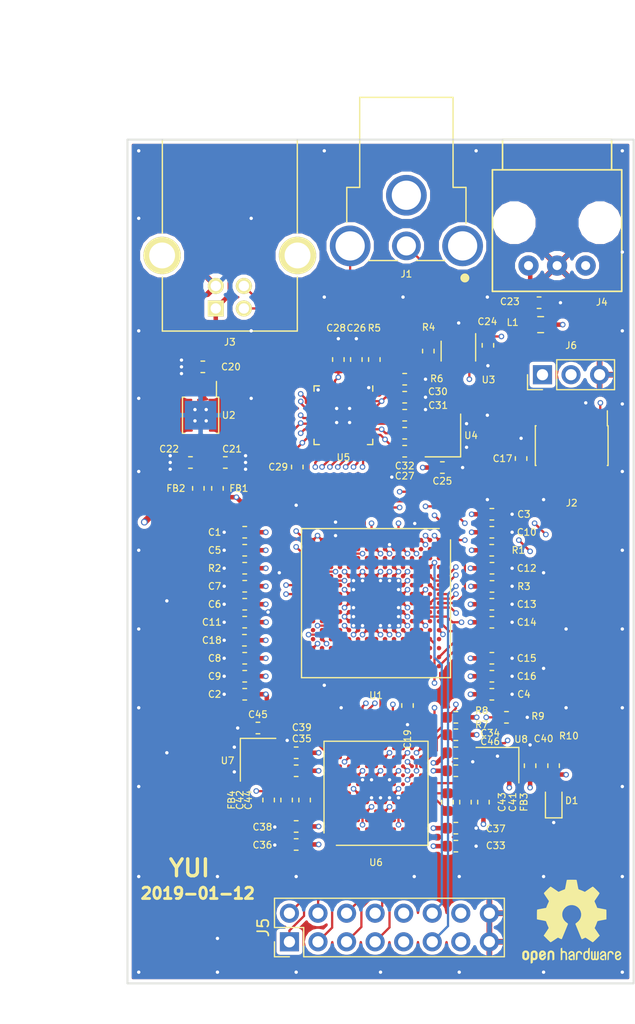
<source format=kicad_pcb>
(kicad_pcb (version 20171130) (host pcbnew 5.0.2-bee76a0~70~ubuntu18.10.1)
  (layers (0 F.Cu signal) (1 In1.Cu signal) (2 In2.Cu signal) (31 B.Cu signal) (34 B.Paste user) (35 F.Paste user) (36 B.SilkS user) (37 F.SilkS user) (38 B.Mask user) (39 F.Mask user) (44 Edge.Cuts user))
  (net 0 "")
  (net 1 /ICE40/CRESET)
  (net 2 /ICE40/CDONE)
  (net 3 GND)
  (net 4 /ICE40/VDD1V2)
  (net 5 /CONNECTORS/VDD5V)
  (net 6 /ICE40/D5)
  (net 7 /ICE40/D7)
  (net 8 /ICE40/D6)
  (net 9 /ICE40/NE1)
  (net 10 /ICE40/NWE)
  (net 11 /ICE40/NOE)
  (net 12 /ICE40/A0)
  (net 13 /ICE40/A1)
  (net 14 /ICE40/A3)
  (net 15 /ICE40/MCO)
  (net 16 /ICE40/A2)
  (net 17 /CONNECTORS/I2S_SD_1)
  (net 18 /CONNECTORS/I2S_SCK_1)
  (net 19 /CONNECTORS/I2S_MCLK_1)
  (net 20 /CONNECTORS/I2S_WS_1)
  (net 21 /ICE40/24.576MHZ)
  (net 22 /CONNECTORS/I2S_SCK_2)
  (net 23 /ICE40/22.5792MHZ)
  (net 24 /CONNECTORS/I2S_WS_2)
  (net 25 /CONNECTORS/I2S_MCLK_2)
  (net 26 /CONNECTORS/I2S_SD_2)
  (net 27 /ICE40/D2)
  (net 28 /ICE40/D4)
  (net 29 /ICE40/D0)
  (net 30 /ICE40/D1)
  (net 31 /ICE40/D3)
  (net 32 /CONNECTORS/DN)
  (net 33 /CONNECTORS/DP)
  (net 34 /CONNECTORS/I2C_SCL)
  (net 35 /CONNECTORS/I2C_SDA)
  (net 36 /ICE40/SS)
  (net 37 "Net-(R3-Pad1)")
  (net 38 "Net-(R2-Pad1)")
  (net 39 "Net-(R1-Pad1)")
  (net 40 /ICE40/SCLK)
  (net 41 "Net-(U2-Pad3)")
  (net 42 "Net-(U2-Pad6)")
  (net 43 /ICE40/MISO)
  (net 44 /ICE40/MOSI)
  (net 45 /STM32F7/USB_NXT)
  (net 46 /STM32F7/USB_DIR)
  (net 47 /STM32F7/USB_STP)
  (net 48 /STM32F7/USB_CLK)
  (net 49 /STM32F7/USB_D7)
  (net 50 /STM32F7/USB_D6)
  (net 51 /STM32F7/USB_D5)
  (net 52 /STM32F7/USB_D4)
  (net 53 /STM32F7/USB_D3)
  (net 54 /STM32F7/USB_D2)
  (net 55 /STM32F7/USB_D1)
  (net 56 /STM32F7/USB_D0)
  (net 57 /ULPI/24MHZ)
  (net 58 "Net-(C31-Pad1)")
  (net 59 "Net-(U1-PadA2)")
  (net 60 "Net-(U1-PadA3)")
  (net 61 "Net-(U1-PadA4)")
  (net 62 "Net-(U1-PadA5)")
  (net 63 "Net-(U1-PadA6)")
  (net 64 "Net-(U1-PadA12)")
  (net 65 "Net-(U1-PadB2)")
  (net 66 "Net-(U1-PadB3)")
  (net 67 /CONNECTORS/RX)
  (net 68 /CONNECTORS/TX)
  (net 69 "Net-(U1-PadB7)")
  (net 70 "Net-(U1-PadB9)")
  (net 71 "Net-(U1-PadB10)")
  (net 72 "Net-(U1-PadB11)")
  (net 73 "Net-(U1-PadB13)")
  (net 74 "Net-(U1-PadB14)")
  (net 75 "Net-(U1-PadB15)")
  (net 76 "Net-(U1-PadC2)")
  (net 77 "Net-(U1-PadC3)")
  (net 78 "Net-(U1-PadC4)")
  (net 79 "Net-(U1-PadC5)")
  (net 80 "Net-(U1-PadC6)")
  (net 81 "Net-(U1-PadC9)")
  (net 82 "Net-(U1-PadC11)")
  (net 83 "Net-(U1-PadC13)")
  (net 84 "Net-(U1-PadC14)")
  (net 85 "Net-(U1-PadC15)")
  (net 86 "Net-(U1-PadD1)")
  (net 87 "Net-(U1-PadD3)")
  (net 88 "Net-(U1-PadD4)")
  (net 89 "Net-(U1-PadD5)")
  (net 90 "Net-(U1-PadD6)")
  (net 91 "Net-(U1-PadD7)")
  (net 92 "Net-(U1-PadD8)")
  (net 93 "Net-(U1-PadD10)")
  (net 94 "Net-(U1-PadD12)")
  (net 95 "Net-(U1-PadD13)")
  (net 96 "Net-(U1-PadD14)")
  (net 97 "Net-(U1-PadD15)")
  (net 98 "Net-(U1-PadE1)")
  (net 99 "Net-(U1-PadE3)")
  (net 100 "Net-(U1-PadE4)")
  (net 101 "Net-(U1-PadE12)")
  (net 102 "Net-(U1-PadE13)")
  (net 103 "Net-(U1-PadE14)")
  (net 104 "Net-(U1-PadE15)")
  (net 105 "Net-(U1-PadF1)")
  (net 106 "Net-(U1-PadF12)")
  (net 107 "Net-(U1-PadF13)")
  (net 108 "Net-(U1-PadF14)")
  (net 109 "Net-(U1-PadG1)")
  (net 110 "Net-(U1-PadG3)")
  (net 111 "Net-(U1-PadG4)")
  (net 112 "Net-(U1-PadG12)")
  (net 113 "Net-(U1-PadG13)")
  (net 114 "Net-(U1-PadG14)")
  (net 115 "Net-(U1-PadH1)")
  (net 116 "Net-(U1-PadH3)")
  (net 117 "Net-(U1-PadH12)")
  (net 118 "Net-(U1-PadH13)")
  (net 119 "Net-(U1-PadH14)")
  (net 120 "Net-(U1-PadH15)")
  (net 121 /CONNECTORS/NRST)
  (net 122 "Net-(U1-PadJ2)")
  (net 123 "Net-(U1-PadJ3)")
  (net 124 "Net-(U1-PadJ4)")
  (net 125 "Net-(U1-PadJ12)")
  (net 126 "Net-(U1-PadJ13)")
  (net 127 "Net-(U1-PadJ14)")
  (net 128 "Net-(U1-PadJ15)")
  (net 129 "Net-(U1-PadK1)")
  (net 130 "Net-(U1-PadK2)")
  (net 131 "Net-(U1-PadK3)")
  (net 132 "Net-(U1-PadK4)")
  (net 133 "Net-(U1-PadK12)")
  (net 134 "Net-(U1-PadK14)")
  (net 135 "Net-(U1-PadK15)")
  (net 136 "Net-(U1-PadL1)")
  (net 137 "Net-(U1-PadL2)")
  (net 138 "Net-(U1-PadL3)")
  (net 139 "Net-(U1-PadL4)")
  (net 140 "Net-(C19-Pad2)")
  (net 141 "Net-(U1-PadL13)")
  (net 142 "Net-(U1-PadL14)")
  (net 143 "Net-(U1-PadL15)")
  (net 144 "Net-(U1-PadM3)")
  (net 145 "Net-(U1-PadM4)")
  (net 146 "Net-(U1-PadM5)")
  (net 147 "Net-(U1-PadM6)")
  (net 148 "Net-(U1-PadM7)")
  (net 149 "Net-(U1-PadM8)")
  (net 150 "Net-(U1-PadM9)")
  (net 151 "Net-(U1-PadM12)")
  (net 152 "Net-(U1-PadM13)")
  (net 153 "Net-(U1-PadM14)")
  (net 154 "Net-(U1-PadM15)")
  (net 155 "Net-(U1-PadN2)")
  (net 156 "Net-(U1-PadN3)")
  (net 157 "Net-(U1-PadN4)")
  (net 158 "Net-(U1-PadN5)")
  (net 159 "Net-(U1-PadN6)")
  (net 160 "Net-(U1-PadN7)")
  (net 161 "Net-(U1-PadN8)")
  (net 162 "Net-(U1-PadN10)")
  (net 163 "Net-(U1-PadN11)")
  (net 164 "Net-(U1-PadN12)")
  (net 165 "Net-(U1-PadN13)")
  (net 166 "Net-(U1-PadN14)")
  (net 167 "Net-(U1-PadN15)")
  (net 168 "Net-(U1-PadP2)")
  (net 169 "Net-(U1-PadP3)")
  (net 170 "Net-(U1-PadP5)")
  (net 171 "Net-(U1-PadP6)")
  (net 172 "Net-(U1-PadP7)")
  (net 173 "Net-(U1-PadP8)")
  (net 174 "Net-(U1-PadP10)")
  (net 175 "Net-(U1-PadP11)")
  (net 176 "Net-(U1-PadP13)")
  (net 177 "Net-(U1-PadP14)")
  (net 178 "Net-(U1-PadP15)")
  (net 179 "Net-(U1-PadR10)")
  (net 180 "Net-(U1-PadR11)")
  (net 181 "Net-(U1-PadR12)")
  (net 182 "Net-(U1-PadR14)")
  (net 183 "Net-(U1-PadR15)")
  (net 184 "Net-(R5-Pad1)")
  (net 185 "Net-(U1-PadA9)")
  (net 186 /CONNECTORS/SWO)
  (net 187 "Net-(U1-PadA13)")
  (net 188 /CONNECTORS/SWDCLK)
  (net 189 /CONNECTORS/SWDIO)
  (net 190 "Net-(J3-Pad5)")
  (net 191 "Net-(C18-Pad2)")
  (net 192 /CONNECTORS/VDD)
  (net 193 "Net-(C21-Pad1)")
  (net 194 "Net-(C22-Pad1)")
  (net 195 /ICE40/VDD_PLL1)
  (net 196 /ICE40/VDD_PLL0)
  (net 197 /ICE40/VSS_PLL0)
  (net 198 /ICE40/VSS_PLL1)
  (net 199 "Net-(C23-Pad1)")
  (net 200 "Net-(J1-Pad1)")
  (net 201 "Net-(J1-Pad2)")
  (net 202 "Net-(R6-Pad1)")
  (net 203 "Net-(U5-Pad3)")
  (net 204 "Net-(U5-Pad5)")
  (net 205 "Net-(U5-Pad10)")
  (net 206 "Net-(C32-Pad1)")
  (net 207 "Net-(U5-Pad28)")
  (net 208 "Net-(U6-PadA1)")
  (net 209 "Net-(U6-PadJ1)")
  (net 210 "Net-(U6-PadK1)")
  (net 211 "Net-(U6-PadL1)")
  (net 212 "Net-(U6-PadA2)")
  (net 213 "Net-(U6-PadC2)")
  (net 214 "Net-(U6-PadD2)")
  (net 215 "Net-(U6-PadE2)")
  (net 216 "Net-(U6-PadF2)")
  (net 217 "Net-(U6-PadG2)")
  (net 218 "Net-(U6-PadH2)")
  (net 219 "Net-(U6-PadJ2)")
  (net 220 "Net-(U6-PadK2)")
  (net 221 "Net-(U6-PadL2)")
  (net 222 "Net-(U6-PadA3)")
  (net 223 "Net-(U6-PadB3)")
  (net 224 "Net-(U6-PadC3)")
  (net 225 "Net-(U6-PadD3)")
  (net 226 "Net-(U6-PadE3)")
  (net 227 "Net-(U6-PadF3)")
  (net 228 "Net-(U6-PadG3)")
  (net 229 "Net-(U6-PadH3)")
  (net 230 "Net-(U6-PadJ3)")
  (net 231 "Net-(U6-PadK3)")
  (net 232 "Net-(U6-PadL3)")
  (net 233 "Net-(U6-PadA4)")
  (net 234 "Net-(U6-PadB4)")
  (net 235 "Net-(U6-PadC4)")
  (net 236 "Net-(U6-PadF4)")
  (net 237 "Net-(U6-PadJ4)")
  (net 238 "Net-(U6-PadK4)")
  (net 239 "Net-(U6-PadL4)")
  (net 240 "Net-(U6-PadA5)")
  (net 241 "Net-(U6-PadB5)")
  (net 242 "Net-(U6-PadD5)")
  (net 243 "Net-(U6-PadJ5)")
  (net 244 "Net-(U6-PadK5)")
  (net 245 "Net-(U6-PadL5)")
  (net 246 "Net-(U6-PadA6)")
  (net 247 "Net-(U6-PadB6)")
  (net 248 "Net-(U6-PadA7)")
  (net 249 "Net-(U6-PadC7)")
  (net 250 "Net-(U6-PadD7)")
  (net 251 "Net-(U6-PadH7)")
  (net 252 "Net-(U6-PadJ7)")
  (net 253 "Net-(U6-PadK7)")
  (net 254 "Net-(U6-PadL7)")
  (net 255 "Net-(U6-PadA8)")
  (net 256 "Net-(U6-PadB8)")
  (net 257 "Net-(U6-PadC8)")
  (net 258 "Net-(U6-PadE8)")
  (net 259 "Net-(U6-PadG8)")
  (net 260 "Net-(U6-PadJ8)")
  (net 261 "Net-(U6-PadL8)")
  (net 262 "Net-(U6-PadA9)")
  (net 263 "Net-(U6-PadB9)")
  (net 264 "Net-(U6-PadC9)")
  (net 265 "Net-(U6-PadD9)")
  (net 266 "Net-(U6-PadE9)")
  (net 267 "Net-(U6-PadF9)")
  (net 268 "Net-(U6-PadG9)")
  (net 269 "Net-(U6-PadH9)")
  (net 270 "Net-(U6-PadB10)")
  (net 271 "Net-(U6-PadH10)")
  (net 272 "Net-(J2-Pad7)")
  (net 273 "Net-(J2-Pad8)")
  (net 274 /CONNECTORS/SPDIF_TOSLINK)
  (net 275 /CONNECTORS/SPDIF_COAXIAL)
  (net 276 /CONNECTORS/RESET1)
  (net 277 /CONNECTORS/RESET2)
  (module Symbol:OSHW-Logo2_9.8x8mm_SilkScreen (layer F.Cu) (at 161 104.5)
    (fp_text reference LOGO1 hide)
    (fp_text value Logo_Open_Hardware_Large hide)
  )
  (module YUI:KC3225K (layer F.Cu) (at 149.55 61.3 90)
    (fp_text reference U4 (at 0 2.5 180) (layer F.SilkS) (effects (font (size 0.6 0.6) (thickness 0.1))))
    (fp_text value KC3225K24.0000C1GE00)
    (pad 1 smd rect (at -1.05 0.825 90) (size 1.3 1.1) (layers F.Cu F.Paste F.Mask) (net 3 GND))
    (pad 2 smd rect (at 1.05 0.825 90) (size 1.3 1.1) (layers F.Cu F.Paste F.Mask) (net 3 GND))
    (pad 3 smd rect (at 1.05 -0.825 90) (size 1.3 1.1) (layers F.Cu F.Paste F.Mask) (net 57 /ULPI/24MHZ))
    (pad 4 smd rect (at -1.05 -0.825 90) (size 1.3 1.1) (layers F.Cu F.Paste F.Mask) (net 192 /CONNECTORS/VDD))
  )
  (module Connector_PinHeader_2.54mm:PinHeader_2x08_P2.54mm_Vertical (layer F.Cu) (at 135.9 106.3 90)
    (fp_text reference J5 (at 1.27 -2.33 90) (layer F.SilkS))
    (fp_text value Conn_02x08_Odd_Even)
    (pad 1 thru_hole rect (at 0 0 90) (size 1.7 1.7) (drill 1) (layers *.Cu *.Mask) (net 18 /CONNECTORS/I2S_SCK_1))
    (pad 2 thru_hole oval (at 2.54 0 90) (size 1.7 1.7) (drill 1) (layers *.Cu *.Mask) (net 22 /CONNECTORS/I2S_SCK_2))
    (pad 3 thru_hole oval (at 0 2.54 90) (size 1.7 1.7) (drill 1) (layers *.Cu *.Mask) (net 17 /CONNECTORS/I2S_SD_1))
    (pad 4 thru_hole oval (at 2.54 2.54 90) (size 1.7 1.7) (drill 1) (layers *.Cu *.Mask) (net 26 /CONNECTORS/I2S_SD_2))
    (pad 5 thru_hole oval (at 0 5.08 90) (size 1.7 1.7) (drill 1) (layers *.Cu *.Mask) (net 20 /CONNECTORS/I2S_WS_1))
    (pad 6 thru_hole oval (at 2.54 5.08 90) (size 1.7 1.7) (drill 1) (layers *.Cu *.Mask) (net 24 /CONNECTORS/I2S_WS_2))
    (pad 7 thru_hole oval (at 0 7.62 90) (size 1.7 1.7) (drill 1) (layers *.Cu *.Mask) (net 19 /CONNECTORS/I2S_MCLK_1))
    (pad 8 thru_hole oval (at 2.54 7.62 90) (size 1.7 1.7) (drill 1) (layers *.Cu *.Mask) (net 25 /CONNECTORS/I2S_MCLK_2))
    (pad 9 thru_hole oval (at 0 10.16 90) (size 1.7 1.7) (drill 1) (layers *.Cu *.Mask) (net 276 /CONNECTORS/RESET1))
    (pad 10 thru_hole oval (at 2.54 10.16 90) (size 1.7 1.7) (drill 1) (layers *.Cu *.Mask) (net 277 /CONNECTORS/RESET2))
    (pad 11 thru_hole oval (at 0 12.7 90) (size 1.7 1.7) (drill 1) (layers *.Cu *.Mask) (net 34 /CONNECTORS/I2C_SCL))
    (pad 12 thru_hole oval (at 2.54 12.7 90) (size 1.7 1.7) (drill 1) (layers *.Cu *.Mask) (net 35 /CONNECTORS/I2C_SDA))
    (pad 13 thru_hole oval (at 0 15.24 90) (size 1.7 1.7) (drill 1) (layers *.Cu *.Mask) (net 192 /CONNECTORS/VDD))
    (pad 14 thru_hole oval (at 2.54 15.24 90) (size 1.7 1.7) (drill 1) (layers *.Cu *.Mask) (net 192 /CONNECTORS/VDD))
    (pad 15 thru_hole oval (at 0 17.78 90) (size 1.7 1.7) (drill 1) (layers *.Cu *.Mask) (net 3 GND))
    (pad 16 thru_hole oval (at 2.54 17.78 90) (size 1.7 1.7) (drill 1) (layers *.Cu *.Mask) (net 3 GND))
  )
  (module YUI:CUI_RCJ-017 (layer F.Cu) (at 146.3 38.5 270)
    (fp_text reference J1 (at 8.45 0) (layer F.SilkS) (effects (font (size 0.6 0.6) (thickness 0.1))))
    (fp_text value Conn_Coaxial)
    (pad "" thru_hole circle (at 1.45 0 270) (size 3.616 3.616) (drill 2.6) (layers *.Cu *.Mask))
    (pad 2 thru_hole circle (at 5.95 5 270) (size 3.616 3.616) (drill 2.6) (layers *.Cu *.Mask) (net 201 "Net-(J1-Pad2)"))
    (pad "" thru_hole circle (at 5.95 -5 270) (size 3.616 3.616) (drill 2.6) (layers *.Cu *.Mask))
    (pad 1 thru_hole circle (at 5.95 0 270) (size 2.55 2.55) (drill 1.7) (layers *.Cu *.Mask) (net 200 "Net-(J1-Pad1)"))
  )
  (module YUI:PLR135-T9 (layer F.Cu) (at 159.7 46.2)
    (fp_text reference J4 (at 3.975 3.25) (layer F.SilkS) (effects (font (size 0.6 0.6) (thickness 0.1))))
    (fp_text value PLR135/T9)
    (pad "" np_thru_hole circle (at -3.81 -3.81) (size 3.2 3.2) (drill 3.2) (layers *.Cu *.Mask))
    (pad "" np_thru_hole circle (at 3.81 -3.81) (size 3.2 3.2) (drill 3.2) (layers *.Cu *.Mask))
    (pad 1 thru_hole circle (at 2.54 0) (size 1.8 1.8) (drill 0.8) (layers *.Cu *.Mask) (net 274 /CONNECTORS/SPDIF_TOSLINK))
    (pad 2 thru_hole circle (at 0 0) (size 1.8 1.8) (drill 0.8) (layers *.Cu *.Mask) (net 3 GND))
    (pad 3 thru_hole circle (at -2.54 0) (size 1.8 1.8) (drill 0.8) (layers *.Cu *.Mask) (net 199 "Net-(C23-Pad1)"))
  )
  (module Capacitor_SMD:C_0603_1608Metric (layer F.Cu) (at 153.55 53.2875 270)
    (fp_text reference C24 (at -2.1125 0.05) (layer F.SilkS) (effects (font (size 0.6 0.6) (thickness 0.1))))
    (fp_text value 100nF)
    (pad 1 smd roundrect (at -0.7875 0 270) (size 0.875 0.95) (layers F.Cu F.Paste F.Mask) (net 192 /CONNECTORS/VDD))
    (pad 2 smd roundrect (at 0.7875 0 270) (size 0.875 0.95) (layers F.Cu F.Paste F.Mask) (net 3 GND))
  )
  (module Package_TO_SOT_SMD:TSOT-23-5 (layer F.Cu) (at 150.95 53.8 270)
    (fp_text reference U3 (at 2.55 -2.65) (layer F.SilkS) (effects (font (size 0.6 0.6) (thickness 0.1))))
    (fp_text value NBA3N012C)
    (pad 1 smd rect (at -1.31 -0.95 270) (size 1.22 0.65) (layers F.Cu F.Paste F.Mask) (net 192 /CONNECTORS/VDD))
    (pad 2 smd rect (at -1.31 0 270) (size 1.22 0.65) (layers F.Cu F.Paste F.Mask) (net 3 GND))
    (pad 3 smd rect (at -1.31 0.95 270) (size 1.22 0.65) (layers F.Cu F.Paste F.Mask) (net 200 "Net-(J1-Pad1)"))
    (pad 4 smd rect (at 1.31 0.95 270) (size 1.22 0.65) (layers F.Cu F.Paste F.Mask) (net 201 "Net-(J1-Pad2)"))
    (pad 5 smd rect (at 1.31 -0.95 270) (size 1.22 0.65) (layers F.Cu F.Paste F.Mask) (net 275 /CONNECTORS/SPDIF_COAXIAL))
  )
  (module Resistor_SMD:R_0603_1608Metric (layer F.Cu) (at 148.25 53.8 270)
    (fp_text reference R4 (at -2.125 -0.025) (layer F.SilkS) (effects (font (size 0.6 0.6) (thickness 0.1))))
    (fp_text value 300)
    (pad 1 smd roundrect (at -0.7875 0 270) (size 0.875 0.95) (layers F.Cu F.Paste F.Mask) (net 200 "Net-(J1-Pad1)"))
    (pad 2 smd roundrect (at 0.7875 0 270) (size 0.875 0.95) (layers F.Cu F.Paste F.Mask) (net 201 "Net-(J1-Pad2)"))
  )
  (module Capacitor_SMD:C_0603_1608Metric (layer F.Cu) (at 150.7 89.5)
    (fp_text reference C34 (at 3.05 -1.75) (layer F.SilkS) (effects (font (size 0.6 0.6) (thickness 0.1))))
    (fp_text value 1uF)
    (pad 2 smd roundrect (at 0.7875 0) (size 0.875 0.95) (layers F.Cu F.Paste F.Mask) (net 3 GND))
    (pad 1 smd roundrect (at -0.7875 0) (size 0.875 0.95) (layers F.Cu F.Paste F.Mask) (net 192 /CONNECTORS/VDD))
  )
  (module Capacitor_SMD:C_0603_1608Metric (layer F.Cu) (at 136.5 89.5 180)
    (fp_text reference C35 (at -0.5 1.25 180) (layer F.SilkS) (effects (font (size 0.6 0.6) (thickness 0.1))))
    (fp_text value 1uF)
    (pad 1 smd roundrect (at -0.7875 0 180) (size 0.875 0.95) (layers F.Cu F.Paste F.Mask) (net 4 /ICE40/VDD1V2))
    (pad 2 smd roundrect (at 0.7875 0 180) (size 0.875 0.95) (layers F.Cu F.Paste F.Mask) (net 3 GND))
  )
  (module Capacitor_SMD:C_0603_1608Metric (layer F.Cu) (at 136.5 97.65 180)
    (fp_text reference C36 (at 3 -0.05 180) (layer F.SilkS) (effects (font (size 0.6 0.6) (thickness 0.1))))
    (fp_text value 1uF)
    (pad 2 smd roundrect (at 0.7875 0 180) (size 0.875 0.95) (layers F.Cu F.Paste F.Mask) (net 3 GND))
    (pad 1 smd roundrect (at -0.7875 0 180) (size 0.875 0.95) (layers F.Cu F.Paste F.Mask) (net 192 /CONNECTORS/VDD))
  )
  (module Capacitor_SMD:C_0603_1608Metric (layer F.Cu) (at 136.5 91.1 180)
    (fp_text reference C39 (at -0.5 3.85) (layer F.SilkS) (effects (font (size 0.6 0.6) (thickness 0.1))))
    (fp_text value 100nF)
    (pad 1 smd roundrect (at -0.7875 0 180) (size 0.875 0.95) (layers F.Cu F.Paste F.Mask) (net 4 /ICE40/VDD1V2))
    (pad 2 smd roundrect (at 0.7875 0 180) (size 0.875 0.95) (layers F.Cu F.Paste F.Mask) (net 3 GND))
  )
  (module Capacitor_SMD:C_0603_1608Metric (layer F.Cu) (at 157.3 90.65 90)
    (fp_text reference C40 (at 2.4 1.2 180) (layer F.SilkS) (effects (font (size 0.6 0.6) (thickness 0.1))))
    (fp_text value 100nF)
    (pad 2 smd roundrect (at 0.7875 0 90) (size 0.875 0.95) (layers F.Cu F.Paste F.Mask) (net 3 GND))
    (pad 1 smd roundrect (at -0.7875 0 90) (size 0.875 0.95) (layers F.Cu F.Paste F.Mask) (net 192 /CONNECTORS/VDD))
  )
  (module Capacitor_SMD:C_0603_1608Metric (layer F.Cu) (at 136.5 96.05 180)
    (fp_text reference C38 (at 3 -0.05 180) (layer F.SilkS) (effects (font (size 0.6 0.6) (thickness 0.1))))
    (fp_text value 100nF)
    (pad 1 smd roundrect (at -0.7875 0 180) (size 0.875 0.95) (layers F.Cu F.Paste F.Mask) (net 192 /CONNECTORS/VDD))
    (pad 2 smd roundrect (at 0.7875 0 180) (size 0.875 0.95) (layers F.Cu F.Paste F.Mask) (net 3 GND))
  )
  (module Inductor_SMD:L_0805_2012Metric (layer F.Cu) (at 158.2375 51.45)
    (fp_text reference L1 (at -2.4875 -0.2) (layer F.SilkS) (effects (font (size 0.6 0.6) (thickness 0.1))))
    (fp_text value 47uH)
    (pad 1 smd roundrect (at -0.9375 0) (size 0.975 1.4) (layers F.Cu F.Paste F.Mask) (net 199 "Net-(C23-Pad1)"))
    (pad 2 smd roundrect (at 0.9375 0) (size 0.975 1.4) (layers F.Cu F.Paste F.Mask) (net 192 /CONNECTORS/VDD))
  )
  (module Capacitor_SMD:C_0603_1608Metric (layer F.Cu) (at 135.65 93.7 270)
    (fp_text reference C42 (at 0 4.15 270) (layer F.SilkS) (effects (font (size 0.6 0.6) (thickness 0.1))))
    (fp_text value 1uF)
    (pad 1 smd roundrect (at -0.7875 0 270) (size 0.875 0.95) (layers F.Cu F.Paste F.Mask) (net 195 /ICE40/VDD_PLL1))
    (pad 2 smd roundrect (at 0.7875 0 270) (size 0.875 0.95) (layers F.Cu F.Paste F.Mask) (net 198 /ICE40/VSS_PLL1))
  )
  (module Capacitor_SMD:C_0603_1608Metric (layer F.Cu) (at 137.25 93.7 270)
    (fp_text reference C44 (at 0 5 270) (layer F.SilkS) (effects (font (size 0.6 0.6) (thickness 0.1))))
    (fp_text value 100nF)
    (pad 2 smd roundrect (at 0.7875 0 270) (size 0.875 0.95) (layers F.Cu F.Paste F.Mask) (net 198 /ICE40/VSS_PLL1))
    (pad 1 smd roundrect (at -0.7875 0 270) (size 0.875 0.95) (layers F.Cu F.Paste F.Mask) (net 195 /ICE40/VDD_PLL1))
  )
  (module Inductor_SMD:L_0603_1608Metric (layer F.Cu) (at 129.5 66 270)
    (fp_text reference FB1 (at 0 -1.9 180) (layer F.SilkS) (effects (font (size 0.6 0.6) (thickness 0.1))))
    (fp_text value MPZ1608S221A)
    (pad 1 smd roundrect (at -0.7875 0 270) (size 0.875 0.95) (layers F.Cu F.Paste F.Mask) (net 193 "Net-(C21-Pad1)"))
    (pad 2 smd roundrect (at 0.7875 0 270) (size 0.875 0.95) (layers F.Cu F.Paste F.Mask) (net 192 /CONNECTORS/VDD))
  )
  (module Inductor_SMD:L_0603_1608Metric (layer F.Cu) (at 127.8 66 90)
    (fp_text reference FB2 (at 0 -2) (layer F.SilkS) (effects (font (size 0.6 0.6) (thickness 0.1))))
    (fp_text value MPZ1608S221A)
    (pad 2 smd roundrect (at 0.7875 0 90) (size 0.875 0.95) (layers F.Cu F.Paste F.Mask) (net 194 "Net-(C22-Pad1)"))
    (pad 1 smd roundrect (at -0.7875 0 90) (size 0.875 0.95) (layers F.Cu F.Paste F.Mask) (net 4 /ICE40/VDD1V2))
  )
  (module Inductor_SMD:L_0603_1608Metric (layer F.Cu) (at 134.05 93.7 270)
    (fp_text reference FB4 (at 0 3.3 270) (layer F.SilkS) (effects (font (size 0.6 0.6) (thickness 0.1))))
    (fp_text value MPZ1608S221A)
    (pad 1 smd roundrect (at -0.7875 0 270) (size 0.875 0.95) (layers F.Cu F.Paste F.Mask) (net 4 /ICE40/VDD1V2))
    (pad 2 smd roundrect (at 0.7875 0 270) (size 0.875 0.95) (layers F.Cu F.Paste F.Mask) (net 195 /ICE40/VDD_PLL1))
  )
  (module Package_BGA:BGA-121_9.0x9.0mm_Layout11x11_P0.8mm_Ball0.4mm_Pad0.35mm_NSMD (layer F.Cu) (at 143.6 93.1 90)
    (fp_text reference U6 (at -6.15 0 180) (layer F.SilkS) (effects (font (size 0.6 0.6) (thickness 0.1))))
    (fp_text value ICE40HX8K-BG121)
    (pad A1 smd circle (at -4 -4 90) (size 0.35 0.35) (layers F.Cu F.Paste F.Mask) (net 208 "Net-(U6-PadA1)"))
    (pad B1 smd circle (at -4 -3.2 90) (size 0.35 0.35) (layers F.Cu F.Paste F.Mask) (net 18 /CONNECTORS/I2S_SCK_1))
    (pad C1 smd circle (at -4 -2.4 90) (size 0.35 0.35) (layers F.Cu F.Paste F.Mask) (net 26 /CONNECTORS/I2S_SD_2))
    (pad D1 smd circle (at -4 -1.6 90) (size 0.35 0.35) (layers F.Cu F.Paste F.Mask) (net 17 /CONNECTORS/I2S_SD_1))
    (pad E1 smd circle (at -4 -0.8 90) (size 0.35 0.35) (layers F.Cu F.Paste F.Mask) (net 24 /CONNECTORS/I2S_WS_2))
    (pad F1 smd circle (at -4 0 90) (size 0.35 0.35) (layers F.Cu F.Paste F.Mask) (net 20 /CONNECTORS/I2S_WS_1))
    (pad G1 smd circle (at -4 0.8 90) (size 0.35 0.35) (layers F.Cu F.Paste F.Mask) (net 25 /CONNECTORS/I2S_MCLK_2))
    (pad H1 smd circle (at -4 1.6 90) (size 0.35 0.35) (layers F.Cu F.Paste F.Mask) (net 19 /CONNECTORS/I2S_MCLK_1))
    (pad J1 smd circle (at -4 2.4 90) (size 0.35 0.35) (layers F.Cu F.Paste F.Mask) (net 209 "Net-(U6-PadJ1)"))
    (pad K1 smd circle (at -4 3.2 90) (size 0.35 0.35) (layers F.Cu F.Paste F.Mask) (net 210 "Net-(U6-PadK1)"))
    (pad L1 smd circle (at -4 4 90) (size 0.35 0.35) (layers F.Cu F.Paste F.Mask) (net 211 "Net-(U6-PadL1)"))
    (pad A2 smd circle (at -3.2 -4 90) (size 0.35 0.35) (layers F.Cu F.Paste F.Mask) (net 212 "Net-(U6-PadA2)"))
    (pad B2 smd circle (at -3.2 -3.2 90) (size 0.35 0.35) (layers F.Cu F.Paste F.Mask) (net 22 /CONNECTORS/I2S_SCK_2))
    (pad C2 smd circle (at -3.2 -2.4 90) (size 0.35 0.35) (layers F.Cu F.Paste F.Mask) (net 213 "Net-(U6-PadC2)"))
    (pad D2 smd circle (at -3.2 -1.6 90) (size 0.35 0.35) (layers F.Cu F.Paste F.Mask) (net 214 "Net-(U6-PadD2)"))
    (pad E2 smd circle (at -3.2 -0.8 90) (size 0.35 0.35) (layers F.Cu F.Paste F.Mask) (net 215 "Net-(U6-PadE2)"))
    (pad F2 smd circle (at -3.2 0 90) (size 0.35 0.35) (layers F.Cu F.Paste F.Mask) (net 216 "Net-(U6-PadF2)"))
    (pad G2 smd circle (at -3.2 0.8 90) (size 0.35 0.35) (layers F.Cu F.Paste F.Mask) (net 217 "Net-(U6-PadG2)"))
    (pad H2 smd circle (at -3.2 1.6 90) (size 0.35 0.35) (layers F.Cu F.Paste F.Mask) (net 218 "Net-(U6-PadH2)"))
    (pad J2 smd circle (at -3.2 2.4 90) (size 0.35 0.35) (layers F.Cu F.Paste F.Mask) (net 219 "Net-(U6-PadJ2)"))
    (pad K2 smd circle (at -3.2 3.2 90) (size 0.35 0.35) (layers F.Cu F.Paste F.Mask) (net 220 "Net-(U6-PadK2)"))
    (pad L2 smd circle (at -3.2 4 90) (size 0.35 0.35) (layers F.Cu F.Paste F.Mask) (net 221 "Net-(U6-PadL2)"))
    (pad A3 smd circle (at -2.4 -4 90) (size 0.35 0.35) (layers F.Cu F.Paste F.Mask) (net 222 "Net-(U6-PadA3)"))
    (pad B3 smd circle (at -2.4 -3.2 90) (size 0.35 0.35) (layers F.Cu F.Paste F.Mask) (net 223 "Net-(U6-PadB3)"))
    (pad C3 smd circle (at -2.4 -2.4 90) (size 0.35 0.35) (layers F.Cu F.Paste F.Mask) (net 224 "Net-(U6-PadC3)"))
    (pad D3 smd circle (at -2.4 -1.6 90) (size 0.35 0.35) (layers F.Cu F.Paste F.Mask) (net 225 "Net-(U6-PadD3)"))
    (pad E3 smd circle (at -2.4 -0.8 90) (size 0.35 0.35) (layers F.Cu F.Paste F.Mask) (net 226 "Net-(U6-PadE3)"))
    (pad F3 smd circle (at -2.4 0 90) (size 0.35 0.35) (layers F.Cu F.Paste F.Mask) (net 227 "Net-(U6-PadF3)"))
    (pad G3 smd circle (at -2.4 0.8 90) (size 0.35 0.35) (layers F.Cu F.Paste F.Mask) (net 228 "Net-(U6-PadG3)"))
    (pad H3 smd circle (at -2.4 1.6 90) (size 0.35 0.35) (layers F.Cu F.Paste F.Mask) (net 229 "Net-(U6-PadH3)"))
    (pad J3 smd circle (at -2.4 2.4 90) (size 0.35 0.35) (layers F.Cu F.Paste F.Mask) (net 230 "Net-(U6-PadJ3)"))
    (pad K3 smd circle (at -2.4 3.2 90) (size 0.35 0.35) (layers F.Cu F.Paste F.Mask) (net 231 "Net-(U6-PadK3)"))
    (pad L3 smd circle (at -2.4 4 90) (size 0.35 0.35) (layers F.Cu F.Paste F.Mask) (net 232 "Net-(U6-PadL3)"))
    (pad A4 smd circle (at -1.6 -4 90) (size 0.35 0.35) (layers F.Cu F.Paste F.Mask) (net 233 "Net-(U6-PadA4)"))
    (pad B4 smd circle (at -1.6 -3.2 90) (size 0.35 0.35) (layers F.Cu F.Paste F.Mask) (net 234 "Net-(U6-PadB4)"))
    (pad C4 smd circle (at -1.6 -2.4 90) (size 0.35 0.35) (layers F.Cu F.Paste F.Mask) (net 235 "Net-(U6-PadC4)"))
    (pad D4 smd circle (at -1.6 -1.6 90) (size 0.35 0.35) (layers F.Cu F.Paste F.Mask) (net 4 /ICE40/VDD1V2))
    (pad E4 smd circle (at -1.6 -0.8 90) (size 0.35 0.35) (layers F.Cu F.Paste F.Mask) (net 192 /CONNECTORS/VDD))
    (pad F4 smd circle (at -1.6 0 90) (size 0.35 0.35) (layers F.Cu F.Paste F.Mask) (net 236 "Net-(U6-PadF4)"))
    (pad G4 smd circle (at -1.6 0.8 90) (size 0.35 0.35) (layers F.Cu F.Paste F.Mask) (net 192 /CONNECTORS/VDD))
    (pad H4 smd circle (at -1.6 1.6 90) (size 0.35 0.35) (layers F.Cu F.Paste F.Mask) (net 4 /ICE40/VDD1V2))
    (pad J4 smd circle (at -1.6 2.4 90) (size 0.35 0.35) (layers F.Cu F.Paste F.Mask) (net 237 "Net-(U6-PadJ4)"))
    (pad K4 smd circle (at -1.6 3.2 90) (size 0.35 0.35) (layers F.Cu F.Paste F.Mask) (net 238 "Net-(U6-PadK4)"))
    (pad L4 smd circle (at -1.6 4 90) (size 0.35 0.35) (layers F.Cu F.Paste F.Mask) (net 239 "Net-(U6-PadL4)"))
    (pad A5 smd circle (at -0.8 -4 90) (size 0.35 0.35) (layers F.Cu F.Paste F.Mask) (net 240 "Net-(U6-PadA5)"))
    (pad B5 smd circle (at -0.8 -3.2 90) (size 0.35 0.35) (layers F.Cu F.Paste F.Mask) (net 241 "Net-(U6-PadB5)"))
    (pad C5 smd circle (at -0.8 -2.4 90) (size 0.35 0.35) (layers F.Cu F.Paste F.Mask) (net 198 /ICE40/VSS_PLL1))
    (pad D5 smd circle (at -0.8 -1.6 90) (size 0.35 0.35) (layers F.Cu F.Paste F.Mask) (net 242 "Net-(U6-PadD5)"))
    (pad E5 smd circle (at -0.8 -0.8 90) (size 0.35 0.35) (layers F.Cu F.Paste F.Mask) (net 3 GND))
    (pad F5 smd circle (at -0.8 0 90) (size 0.35 0.35) (layers F.Cu F.Paste F.Mask) (net 3 GND))
    (pad G5 smd circle (at -0.8 0.8 90) (size 0.35 0.35) (layers F.Cu F.Paste F.Mask) (net 3 GND))
    (pad H5 smd circle (at -0.8 1.6 90) (size 0.35 0.35) (layers F.Cu F.Paste F.Mask) (net 3 GND))
    (pad J5 smd circle (at -0.8 2.4 90) (size 0.35 0.35) (layers F.Cu F.Paste F.Mask) (net 243 "Net-(U6-PadJ5)"))
    (pad K5 smd circle (at -0.8 3.2 90) (size 0.35 0.35) (layers F.Cu F.Paste F.Mask) (net 244 "Net-(U6-PadK5)"))
    (pad L5 smd circle (at -0.8 4 90) (size 0.35 0.35) (layers F.Cu F.Paste F.Mask) (net 245 "Net-(U6-PadL5)"))
    (pad A6 smd circle (at 0 -4 90) (size 0.35 0.35) (layers F.Cu F.Paste F.Mask) (net 246 "Net-(U6-PadA6)"))
    (pad B6 smd circle (at 0 -3.2 90) (size 0.35 0.35) (layers F.Cu F.Paste F.Mask) (net 247 "Net-(U6-PadB6)"))
    (pad C6 smd circle (at 0 -2.4 90) (size 0.35 0.35) (layers F.Cu F.Paste F.Mask) (net 195 /ICE40/VDD_PLL1))
    (pad D6 smd circle (at 0 -1.6 90) (size 0.35 0.35) (layers F.Cu F.Paste F.Mask) (net 192 /CONNECTORS/VDD))
    (pad E6 smd circle (at 0 -0.8 90) (size 0.35 0.35) (layers F.Cu F.Paste F.Mask) (net 3 GND))
    (pad F6 smd circle (at 0 0 90) (size 0.35 0.35) (layers F.Cu F.Paste F.Mask) (net 3 GND))
    (pad G6 smd circle (at 0 0.8 90) (size 0.35 0.35) (layers F.Cu F.Paste F.Mask) (net 3 GND))
    (pad H6 smd circle (at 0 1.6 90) (size 0.35 0.35) (layers F.Cu F.Paste F.Mask) (net 192 /CONNECTORS/VDD))
    (pad J6 smd circle (at 0 2.4 90) (size 0.35 0.35) (layers F.Cu F.Paste F.Mask) (net 196 /ICE40/VDD_PLL0))
    (pad K6 smd circle (at 0 3.2 90) (size 0.35 0.35) (layers F.Cu F.Paste F.Mask) (net 21 /ICE40/24.576MHZ))
    (pad L6 smd circle (at 0 4 90) (size 0.35 0.35) (layers F.Cu F.Paste F.Mask) (net 197 /ICE40/VSS_PLL0))
    (pad A7 smd circle (at 0.8 -4 90) (size 0.35 0.35) (layers F.Cu F.Paste F.Mask) (net 248 "Net-(U6-PadA7)"))
    (pad B7 smd circle (at 0.8 -3.2 90) (size 0.35 0.35) (layers F.Cu F.Paste F.Mask) (net 23 /ICE40/22.5792MHZ))
    (pad C7 smd circle (at 0.8 -2.4 90) (size 0.35 0.35) (layers F.Cu F.Paste F.Mask) (net 249 "Net-(U6-PadC7)"))
    (pad D7 smd circle (at 0.8 -1.6 90) (size 0.35 0.35) (layers F.Cu F.Paste F.Mask) (net 250 "Net-(U6-PadD7)"))
    (pad E7 smd circle (at 0.8 -0.8 90) (size 0.35 0.35) (layers F.Cu F.Paste F.Mask) (net 3 GND))
    (pad F7 smd circle (at 0.8 0 90) (size 0.35 0.35) (layers F.Cu F.Paste F.Mask) (net 3 GND))
    (pad G7 smd circle (at 0.8 0.8 90) (size 0.35 0.35) (layers F.Cu F.Paste F.Mask) (net 3 GND))
    (pad H7 smd circle (at 0.8 1.6 90) (size 0.35 0.35) (layers F.Cu F.Paste F.Mask) (net 251 "Net-(U6-PadH7)"))
    (pad J7 smd circle (at 0.8 2.4 90) (size 0.35 0.35) (layers F.Cu F.Paste F.Mask) (net 252 "Net-(U6-PadJ7)"))
    (pad K7 smd circle (at 0.8 3.2 90) (size 0.35 0.35) (layers F.Cu F.Paste F.Mask) (net 253 "Net-(U6-PadK7)"))
    (pad L7 smd circle (at 0.8 4 90) (size 0.35 0.35) (layers F.Cu F.Paste F.Mask) (net 254 "Net-(U6-PadL7)"))
    (pad A8 smd circle (at 1.6 -4 90) (size 0.35 0.35) (layers F.Cu F.Paste F.Mask) (net 255 "Net-(U6-PadA8)"))
    (pad B8 smd circle (at 1.6 -3.2 90) (size 0.35 0.35) (layers F.Cu F.Paste F.Mask) (net 256 "Net-(U6-PadB8)"))
    (pad C8 smd circle (at 1.6 -2.4 90) (size 0.35 0.35) (layers F.Cu F.Paste F.Mask) (net 257 "Net-(U6-PadC8)"))
    (pad D8 smd circle (at 1.6 -1.6 90) (size 0.35 0.35) (layers F.Cu F.Paste F.Mask) (net 4 /ICE40/VDD1V2))
    (pad E8 smd circle (at 1.6 -0.8 90) (size 0.35 0.35) (layers F.Cu F.Paste F.Mask) (net 258 "Net-(U6-PadE8)"))
    (pad F8 smd circle (at 1.6 0 90) (size 0.35 0.35) (layers F.Cu F.Paste F.Mask) (net 192 /CONNECTORS/VDD))
    (pad G8 smd circle (at 1.6 0.8 90) (size 0.35 0.35) (layers F.Cu F.Paste F.Mask) (net 259 "Net-(U6-PadG8)"))
    (pad H8 smd circle (at 1.6 1.6 90) (size 0.35 0.35) (layers F.Cu F.Paste F.Mask) (net 4 /ICE40/VDD1V2))
    (pad J8 smd circle (at 1.6 2.4 90) (size 0.35 0.35) (layers F.Cu F.Paste F.Mask) (net 260 "Net-(U6-PadJ8)"))
    (pad K8 smd circle (at 1.6 3.2 90) (size 0.35 0.35) (layers F.Cu F.Paste F.Mask) (net 2 /ICE40/CDONE))
    (pad L8 smd circle (at 1.6 4 90) (size 0.35 0.35) (layers F.Cu F.Paste F.Mask) (net 261 "Net-(U6-PadL8)"))
    (pad A9 smd circle (at 2.4 -4 90) (size 0.35 0.35) (layers F.Cu F.Paste F.Mask) (net 262 "Net-(U6-PadA9)"))
    (pad B9 smd circle (at 2.4 -3.2 90) (size 0.35 0.35) (layers F.Cu F.Paste F.Mask) (net 263 "Net-(U6-PadB9)"))
    (pad C9 smd circle (at 2.4 -2.4 90) (size 0.35 0.35) (layers F.Cu F.Paste F.Mask) (net 264 "Net-(U6-PadC9)"))
    (pad D9 smd circle (at 2.4 -1.6 90) (size 0.35 0.35) (layers F.Cu F.Paste F.Mask) (net 265 "Net-(U6-PadD9)"))
    (pad E9 smd circle (at 2.4 -0.8 90) (size 0.35 0.35) (layers F.Cu F.Paste F.Mask) (net 266 "Net-(U6-PadE9)"))
    (pad F9 smd circle (at 2.4 0 90) (size 0.35 0.35) (layers F.Cu F.Paste F.Mask) (net 267 "Net-(U6-PadF9)"))
    (pad G9 smd circle (at 2.4 0.8 90) (size 0.35 0.35) (layers F.Cu F.Paste F.Mask) (net 268 "Net-(U6-PadG9)"))
    (pad H9 smd circle (at 2.4 1.6 90) (size 0.35 0.35) (layers F.Cu F.Paste F.Mask) (net 269 "Net-(U6-PadH9)"))
    (pad J9 smd circle (at 2.4 2.4 90) (size 0.35 0.35) (layers F.Cu F.Paste F.Mask) (net 44 /ICE40/MOSI))
    (pad K9 smd circle (at 2.4 3.2 90) (size 0.35 0.35) (layers F.Cu F.Paste F.Mask) (net 43 /ICE40/MISO))
    (pad L9 smd circle (at 2.4 4 90) (size 0.35 0.35) (layers F.Cu F.Paste F.Mask) (net 1 /ICE40/CRESET))
    (pad A10 smd circle (at 3.2 -4 90) (size 0.35 0.35) (layers F.Cu F.Paste F.Mask) (net 28 /ICE40/D4))
    (pad B10 smd circle (at 3.2 -3.2 90) (size 0.35 0.35) (layers F.Cu F.Paste F.Mask) (net 270 "Net-(U6-PadB10)"))
    (pad C10 smd circle (at 3.2 -2.4 90) (size 0.35 0.35) (layers F.Cu F.Paste F.Mask) (net 192 /CONNECTORS/VDD))
    (pad D10 smd circle (at 3.2 -1.6 90) (size 0.35 0.35) (layers F.Cu F.Paste F.Mask) (net 29 /ICE40/D0))
    (pad E10 smd circle (at 3.2 -0.8 90) (size 0.35 0.35) (layers F.Cu F.Paste F.Mask) (net 14 /ICE40/A3))
    (pad F10 smd circle (at 3.2 0 90) (size 0.35 0.35) (layers F.Cu F.Paste F.Mask) (net 9 /ICE40/NE1))
    (pad G10 smd circle (at 3.2 0.8 90) (size 0.35 0.35) (layers F.Cu F.Paste F.Mask) (net 12 /ICE40/A0))
    (pad H10 smd circle (at 3.2 1.6 90) (size 0.35 0.35) (layers F.Cu F.Paste F.Mask) (net 271 "Net-(U6-PadH10)"))
    (pad J10 smd circle (at 3.2 2.4 90) (size 0.35 0.35) (layers F.Cu F.Paste F.Mask) (net 27 /ICE40/D2))
    (pad K10 smd circle (at 3.2 3.2 90) (size 0.35 0.35) (layers F.Cu F.Paste F.Mask) (net 36 /ICE40/SS))
    (pad L10 smd circle (at 3.2 4 90) (size 0.35 0.35) (layers F.Cu F.Paste F.Mask) (net 40 /ICE40/SCLK))
    (pad A11 smd circle (at 4 -4 90) (size 0.35 0.35) (layers F.Cu F.Paste F.Mask) (net 8 /ICE40/D6))
    (pad B11 smd circle (at 4 -3.2 90) (size 0.35 0.35) (layers F.Cu F.Paste F.Mask) (net 7 /ICE40/D7))
    (pad C11 smd circle (at 4 -2.4 90) (size 0.35 0.35) (layers F.Cu F.Paste F.Mask) (net 6 /ICE40/D5))
    (pad D11 smd circle (at 4 -1.6 90) (size 0.35 0.35) (layers F.Cu F.Paste F.Mask) (net 30 /ICE40/D1))
    (pad E11 smd circle (at 4 -0.8 90) (size 0.35 0.35) (layers F.Cu F.Paste F.Mask) (net 16 /ICE40/A2))
    (pad F11 smd circle (at 4 0 90) (size 0.35 0.35) (layers F.Cu F.Paste F.Mask) (net 15 /ICE40/MCO))
    (pad G11 smd circle (at 4 0.8 90) (size 0.35 0.35) (layers F.Cu F.Paste F.Mask) (net 13 /ICE40/A1))
    (pad H11 smd circle (at 4 1.6 90) (size 0.35 0.35) (layers F.Cu F.Paste F.Mask) (net 11 /ICE40/NOE))
    (pad J11 smd circle (at 4 2.4 90) (size 0.35 0.35) (layers F.Cu F.Paste F.Mask) (net 31 /ICE40/D3))
    (pad K11 smd circle (at 4 3.2 90) (size 0.35 0.35) (layers F.Cu F.Paste F.Mask) (net 10 /ICE40/NWE))
    (pad L11 smd circle (at 4 4 90) (size 0.35 0.35) (layers F.Cu F.Paste F.Mask) (net 192 /CONNECTORS/VDD))
  )
  (module Capacitor_SMD:C_0603_1608Metric (layer F.Cu) (at 150.7 91.1)
    (fp_text reference C46 (at 3.05 -2.6) (layer F.SilkS) (effects (font (size 0.6 0.6) (thickness 0.1))))
    (fp_text value 100nF)
    (pad 1 smd roundrect (at -0.7875 0) (size 0.875 0.95) (layers F.Cu F.Paste F.Mask) (net 192 /CONNECTORS/VDD))
    (pad 2 smd roundrect (at 0.7875 0) (size 0.875 0.95) (layers F.Cu F.Paste F.Mask) (net 3 GND))
  )
  (module Capacitor_SMD:C_0603_1608Metric (layer F.Cu) (at 153.9 82.7)
    (fp_text reference C16 (at 3.1 0) (layer F.SilkS) (effects (font (size 0.6 0.6) (thickness 0.1))))
    (fp_text value 100nF)
    (pad 1 smd roundrect (at -0.7875 0) (size 0.875 0.95) (layers F.Cu F.Paste F.Mask) (net 192 /CONNECTORS/VDD))
    (pad 2 smd roundrect (at 0.7875 0) (size 0.875 0.95) (layers F.Cu F.Paste F.Mask) (net 3 GND))
  )
  (module YUI:67068-8000 (layer F.Cu) (at 130.6 45.3 180)
    (fp_text reference J3 (at 0 -7.7 180) (layer F.SilkS) (effects (font (size 0.6 0.6) (thickness 0.1))))
    (fp_text value 67068-8000)
    (pad 4 thru_hole circle (at 1.25 -2.71 180) (size 1.428 1.428) (drill 0.92) (layers *.Cu *.Mask F.SilkS) (net 3 GND))
    (pad 1 thru_hole rect (at 1.25 -4.71 180) (size 1.428 1.428) (drill 0.92) (layers *.Cu *.Mask F.SilkS) (net 5 /CONNECTORS/VDD5V))
    (pad 3 thru_hole circle (at -1.25 -2.71 180) (size 1.428 1.428) (drill 0.92) (layers *.Cu *.Mask F.SilkS) (net 33 /CONNECTORS/DP))
    (pad 2 thru_hole circle (at -1.25 -4.71 180) (size 1.428 1.428) (drill 0.92) (layers *.Cu *.Mask F.SilkS) (net 32 /CONNECTORS/DN))
    (pad 6 thru_hole circle (at 6.02 0 180) (size 3.316 3.316) (drill 2.3) (layers *.Cu *.Mask F.SilkS))
    (pad 5 thru_hole circle (at -6.02 0 180) (size 3.316 3.316) (drill 2.3) (layers *.Cu *.Mask F.SilkS) (net 190 "Net-(J3-Pad5)"))
  )
  (module YUI:KC3225K (layer F.Cu) (at 133.110154 90.120041 270)
    (fp_text reference U7 (at 0.079959 2.710154) (layer F.SilkS) (effects (font (size 0.6 0.6) (thickness 0.1))))
    (fp_text value KC3225K22.5792C10E00)
    (pad 4 smd rect (at -1.05 -0.825 270) (size 1.3 1.1) (layers F.Cu F.Paste F.Mask) (net 192 /CONNECTORS/VDD))
    (pad 3 smd rect (at 1.05 -0.825 270) (size 1.3 1.1) (layers F.Cu F.Paste F.Mask) (net 23 /ICE40/22.5792MHZ))
    (pad 2 smd rect (at 1.05 0.825 270) (size 1.3 1.1) (layers F.Cu F.Paste F.Mask) (net 3 GND))
    (pad 1 smd rect (at -1.05 0.825 270) (size 1.3 1.1) (layers F.Cu F.Paste F.Mask) (net 3 GND))
  )
  (module YUI:KC3225K (layer F.Cu) (at 154.4 90.6 180)
    (fp_text reference U8 (at -2.1 2.3 180) (layer F.SilkS) (effects (font (size 0.6 0.6) (thickness 0.1))))
    (fp_text value KC3225K24.5760C10E00)
    (pad 1 smd rect (at -1.05 0.825 180) (size 1.3 1.1) (layers F.Cu F.Paste F.Mask) (net 3 GND))
    (pad 2 smd rect (at 1.05 0.825 180) (size 1.3 1.1) (layers F.Cu F.Paste F.Mask) (net 3 GND))
    (pad 3 smd rect (at 1.05 -0.825 180) (size 1.3 1.1) (layers F.Cu F.Paste F.Mask) (net 21 /ICE40/24.576MHZ))
    (pad 4 smd rect (at -1.05 -0.825 180) (size 1.3 1.1) (layers F.Cu F.Paste F.Mask) (net 192 /CONNECTORS/VDD))
  )
  (module Connector_PinHeader_2.54mm:PinHeader_1x03_P2.54mm_Vertical (layer F.Cu) (at 158.4 55.9 90)
    (fp_text reference J6 (at 2.6 2.55 180) (layer F.SilkS) (effects (font (size 0.6 0.6) (thickness 0.1))))
    (fp_text value Conn_01x03)
    (pad 1 thru_hole rect (at 0 0 90) (size 1.7 1.7) (drill 1) (layers *.Cu *.Mask) (net 67 /CONNECTORS/RX))
    (pad 2 thru_hole oval (at 0 2.54 90) (size 1.7 1.7) (drill 1) (layers *.Cu *.Mask) (net 68 /CONNECTORS/TX))
    (pad 3 thru_hole oval (at 0 5.08 90) (size 1.7 1.7) (drill 1) (layers *.Cu *.Mask) (net 3 GND))
  )
  (module Connector_PinHeader_1.27mm:PinHeader_2x05_P1.27mm_Vertical_SMD (layer F.Cu) (at 161 62.2 270)
    (fp_text reference J2 (at 5.1 0) (layer F.SilkS) (effects (font (size 0.6 0.6) (thickness 0.1))))
    (fp_text value Conn_ARM_JTAG_SWD_10)
    (pad 1 smd rect (at -1.95 -2.54 270) (size 2.4 0.74) (layers F.Cu F.Paste F.Mask) (net 192 /CONNECTORS/VDD))
    (pad 2 smd rect (at 1.95 -2.54 270) (size 2.4 0.74) (layers F.Cu F.Paste F.Mask) (net 189 /CONNECTORS/SWDIO))
    (pad 3 smd rect (at -1.95 -1.27 270) (size 2.4 0.74) (layers F.Cu F.Paste F.Mask) (net 3 GND))
    (pad 4 smd rect (at 1.95 -1.27 270) (size 2.4 0.74) (layers F.Cu F.Paste F.Mask) (net 188 /CONNECTORS/SWDCLK))
    (pad 5 smd rect (at -1.95 0 270) (size 2.4 0.74) (layers F.Cu F.Paste F.Mask) (net 3 GND))
    (pad 6 smd rect (at 1.95 0 270) (size 2.4 0.74) (layers F.Cu F.Paste F.Mask) (net 186 /CONNECTORS/SWO))
    (pad 7 smd rect (at -1.95 1.27 270) (size 2.4 0.74) (layers F.Cu F.Paste F.Mask) (net 272 "Net-(J2-Pad7)"))
    (pad 8 smd rect (at 1.95 1.27 270) (size 2.4 0.74) (layers F.Cu F.Paste F.Mask) (net 273 "Net-(J2-Pad8)"))
    (pad 9 smd rect (at -1.95 2.54 270) (size 2.4 0.74) (layers F.Cu F.Paste F.Mask) (net 3 GND))
    (pad 10 smd rect (at 1.95 2.54 270) (size 2.4 0.74) (layers F.Cu F.Paste F.Mask) (net 121 /CONNECTORS/NRST))
  )
  (module Capacitor_SMD:C_0603_1608Metric (layer F.Cu) (at 131.925 81.1 180)
    (fp_text reference C8 (at 2.675 0 180) (layer F.SilkS) (effects (font (size 0.6 0.6) (thickness 0.1))))
    (fp_text value 100nF)
    (pad 2 smd roundrect (at 0.7875 0 180) (size 0.875 0.95) (layers F.Cu F.Paste F.Mask) (net 3 GND))
    (pad 1 smd roundrect (at -0.7875 0 180) (size 0.875 0.95) (layers F.Cu F.Paste F.Mask) (net 192 /CONNECTORS/VDD))
  )
  (module Capacitor_SMD:C_0603_1608Metric (layer F.Cu) (at 158.1 49.5)
    (fp_text reference C23 (at -2.6 -0.1) (layer F.SilkS) (effects (font (size 0.6 0.6) (thickness 0.1))))
    (fp_text value 100nF)
    (pad 2 smd roundrect (at 0.7875 0) (size 0.875 0.95) (layers F.Cu F.Paste F.Mask) (net 3 GND))
    (pad 1 smd roundrect (at -0.7875 0) (size 0.875 0.95) (layers F.Cu F.Paste F.Mask) (net 199 "Net-(C23-Pad1)"))
  )
  (module Capacitor_SMD:C_0603_1608Metric (layer F.Cu) (at 149.5 64.15)
    (fp_text reference C25 (at 0 1.2) (layer F.SilkS) (effects (font (size 0.6 0.6) (thickness 0.1))))
    (fp_text value 100nF)
    (pad 1 smd roundrect (at -0.7875 0) (size 0.875 0.95) (layers F.Cu F.Paste F.Mask) (net 192 /CONNECTORS/VDD))
    (pad 2 smd roundrect (at 0.7875 0) (size 0.875 0.95) (layers F.Cu F.Paste F.Mask) (net 3 GND))
  )
  (module Capacitor_SMD:C_0603_1608Metric (layer F.Cu) (at 141.85 54.55 270)
    (fp_text reference C26 (at -2.8 0) (layer F.SilkS) (effects (font (size 0.6 0.6) (thickness 0.1))))
    (fp_text value 4.7uF)
    (pad 2 smd roundrect (at 0.7875 0 270) (size 0.875 0.95) (layers F.Cu F.Paste F.Mask) (net 5 /CONNECTORS/VDD5V))
    (pad 1 smd roundrect (at -0.7875 0 270) (size 0.875 0.95) (layers F.Cu F.Paste F.Mask) (net 3 GND))
  )
  (module Capacitor_SMD:C_0603_1608Metric (layer F.Cu) (at 146.15 62.7)
    (fp_text reference C27 (at 0 2.2 -180) (layer F.SilkS) (effects (font (size 0.6 0.6) (thickness 0.1))))
    (fp_text value 1uF)
    (pad 1 smd roundrect (at -0.7875 0) (size 0.875 0.95) (layers F.Cu F.Paste F.Mask) (net 192 /CONNECTORS/VDD))
    (pad 2 smd roundrect (at 0.7875 0) (size 0.875 0.95) (layers F.Cu F.Paste F.Mask) (net 3 GND))
  )
  (module Capacitor_SMD:C_0603_1608Metric (layer F.Cu) (at 140.25 54.55 90)
    (fp_text reference C28 (at 2.8 -0.2 180) (layer F.SilkS) (effects (font (size 0.6 0.6) (thickness 0.1))))
    (fp_text value 1uF)
    (pad 2 smd roundrect (at 0.7875 0 90) (size 0.875 0.95) (layers F.Cu F.Paste F.Mask) (net 3 GND))
    (pad 1 smd roundrect (at -0.7875 0 90) (size 0.875 0.95) (layers F.Cu F.Paste F.Mask) (net 192 /CONNECTORS/VDD))
  )
  (module Capacitor_SMD:C_0603_1608Metric (layer F.Cu) (at 146.4 85.3 90)
    (fp_text reference C19 (at -3 0 90) (layer F.SilkS) (effects (font (size 0.6 0.6) (thickness 0.1))))
    (fp_text value 2.2uF)
    (pad 1 smd roundrect (at -0.7875 0 90) (size 0.875 0.95) (layers F.Cu F.Paste F.Mask) (net 3 GND))
    (pad 2 smd roundrect (at 0.7875 0 90) (size 0.875 0.95) (layers F.Cu F.Paste F.Mask) (net 140 "Net-(C19-Pad2)"))
  )
  (module Capacitor_SMD:C_0603_1608Metric (layer F.Cu) (at 146.15 57.9)
    (fp_text reference C30 (at 2.95 -0.5) (layer F.SilkS) (effects (font (size 0.6 0.6) (thickness 0.1))))
    (fp_text value 1uF)
    (pad 2 smd roundrect (at 0.7875 0) (size 0.875 0.95) (layers F.Cu F.Paste F.Mask) (net 3 GND))
    (pad 1 smd roundrect (at -0.7875 0) (size 0.875 0.95) (layers F.Cu F.Paste F.Mask) (net 192 /CONNECTORS/VDD))
  )
  (module Capacitor_SMD:C_0603_1608Metric (layer F.Cu) (at 146.15 59.5)
    (fp_text reference C31 (at 2.975 -0.875) (layer F.SilkS) (effects (font (size 0.6 0.6) (thickness 0.1))))
    (fp_text value 4.7uF)
    (pad 1 smd roundrect (at -0.7875 0) (size 0.875 0.95) (layers F.Cu F.Paste F.Mask) (net 58 "Net-(C31-Pad1)"))
    (pad 2 smd roundrect (at 0.7875 0) (size 0.875 0.95) (layers F.Cu F.Paste F.Mask) (net 3 GND))
  )
  (module Capacitor_SMD:C_0603_1608Metric (layer F.Cu) (at 153.9 69.9)
    (fp_text reference C10 (at 3.1 0) (layer F.SilkS) (effects (font (size 0.6 0.6) (thickness 0.1))))
    (fp_text value 100nF)
    (pad 2 smd roundrect (at 0.7875 0) (size 0.875 0.95) (layers F.Cu F.Paste F.Mask) (net 3 GND))
    (pad 1 smd roundrect (at -0.7875 0) (size 0.875 0.95) (layers F.Cu F.Paste F.Mask) (net 192 /CONNECTORS/VDD))
  )
  (module Capacitor_SMD:C_0603_1608Metric (layer F.Cu) (at 136.6 64.1 270)
    (fp_text reference C29 (at 0 1.7) (layer F.SilkS) (effects (font (size 0.6 0.6) (thickness 0.1))))
    (fp_text value 1uF)
    (pad 1 smd roundrect (at -0.7875 0 270) (size 0.875 0.95) (layers F.Cu F.Paste F.Mask) (net 192 /CONNECTORS/VDD))
    (pad 2 smd roundrect (at 0.7875 0 270) (size 0.875 0.95) (layers F.Cu F.Paste F.Mask) (net 3 GND))
  )
  (module Capacitor_SMD:C_0603_1608Metric (layer F.Cu) (at 131.925 84.3 180)
    (fp_text reference C2 (at 2.675 0 180) (layer F.SilkS) (effects (font (size 0.6 0.6) (thickness 0.1))))
    (fp_text value 1uF)
    (pad 1 smd roundrect (at -0.7875 0 180) (size 0.875 0.95) (layers F.Cu F.Paste F.Mask) (net 192 /CONNECTORS/VDD))
    (pad 2 smd roundrect (at 0.7875 0 180) (size 0.875 0.95) (layers F.Cu F.Paste F.Mask) (net 3 GND))
  )
  (module Capacitor_SMD:C_0603_1608Metric (layer F.Cu) (at 153.9 68.3)
    (fp_text reference C3 (at 2.85 0) (layer F.SilkS) (effects (font (size 0.6 0.6) (thickness 0.1))))
    (fp_text value 1uF)
    (pad 1 smd roundrect (at -0.7875 0) (size 0.875 0.95) (layers F.Cu F.Paste F.Mask) (net 192 /CONNECTORS/VDD))
    (pad 2 smd roundrect (at 0.7875 0) (size 0.875 0.95) (layers F.Cu F.Paste F.Mask) (net 3 GND))
  )
  (module Capacitor_SMD:C_0603_1608Metric (layer F.Cu) (at 153.9 84.3)
    (fp_text reference C4 (at 2.85 0) (layer F.SilkS) (effects (font (size 0.6 0.6) (thickness 0.1))))
    (fp_text value 1uF)
    (pad 2 smd roundrect (at 0.7875 0) (size 0.875 0.95) (layers F.Cu F.Paste F.Mask) (net 3 GND))
    (pad 1 smd roundrect (at -0.7875 0) (size 0.875 0.95) (layers F.Cu F.Paste F.Mask) (net 192 /CONNECTORS/VDD))
  )
  (module Capacitor_SMD:C_0603_1608Metric (layer F.Cu) (at 131.925 71.5 180)
    (fp_text reference C5 (at 2.675 0 180) (layer F.SilkS) (effects (font (size 0.6 0.6) (thickness 0.1))))
    (fp_text value 100nF)
    (pad 2 smd roundrect (at 0.7875 0 180) (size 0.875 0.95) (layers F.Cu F.Paste F.Mask) (net 3 GND))
    (pad 1 smd roundrect (at -0.7875 0 180) (size 0.875 0.95) (layers F.Cu F.Paste F.Mask) (net 192 /CONNECTORS/VDD))
  )
  (module Capacitor_SMD:C_0603_1608Metric (layer F.Cu) (at 131.925 76.3 180)
    (fp_text reference C6 (at 2.675 0 180) (layer F.SilkS) (effects (font (size 0.6 0.6) (thickness 0.1))))
    (fp_text value 100nF)
    (pad 1 smd roundrect (at -0.7875 0 180) (size 0.875 0.95) (layers F.Cu F.Paste F.Mask) (net 192 /CONNECTORS/VDD))
    (pad 2 smd roundrect (at 0.7875 0 180) (size 0.875 0.95) (layers F.Cu F.Paste F.Mask) (net 3 GND))
  )
  (module Capacitor_SMD:C_0603_1608Metric (layer F.Cu) (at 146.15 61.1)
    (fp_text reference C32 (at 0 2.9 -180) (layer F.SilkS) (effects (font (size 0.6 0.6) (thickness 0.1))))
    (fp_text value 4.7uF)
    (pad 1 smd roundrect (at -0.7875 0) (size 0.875 0.95) (layers F.Cu F.Paste F.Mask) (net 206 "Net-(C32-Pad1)"))
    (pad 2 smd roundrect (at 0.7875 0) (size 0.875 0.95) (layers F.Cu F.Paste F.Mask) (net 3 GND))
  )
  (module Capacitor_SMD:C_0603_1608Metric (layer F.Cu) (at 131.925 82.7 180)
    (fp_text reference C9 (at 2.675 0 180) (layer F.SilkS) (effects (font (size 0.6 0.6) (thickness 0.1))))
    (fp_text value 100nF)
    (pad 1 smd roundrect (at -0.7875 0 180) (size 0.875 0.95) (layers F.Cu F.Paste F.Mask) (net 192 /CONNECTORS/VDD))
    (pad 2 smd roundrect (at 0.7875 0 180) (size 0.875 0.95) (layers F.Cu F.Paste F.Mask) (net 3 GND))
  )
  (module Capacitor_SMD:C_0603_1608Metric (layer F.Cu) (at 131.9 79.5)
    (fp_text reference C18 (at -2.9 0) (layer F.SilkS) (effects (font (size 0.6 0.6) (thickness 0.1))))
    (fp_text value 2.2uF)
    (pad 1 smd roundrect (at -0.7875 0) (size 0.875 0.95) (layers F.Cu F.Paste F.Mask) (net 3 GND))
    (pad 2 smd roundrect (at 0.7875 0) (size 0.875 0.95) (layers F.Cu F.Paste F.Mask) (net 191 "Net-(C18-Pad2)"))
  )
  (module Capacitor_SMD:C_0603_1608Metric (layer F.Cu) (at 131.922984 77.892094 180)
    (fp_text reference C11 (at 2.922984 0 180) (layer F.SilkS) (effects (font (size 0.6 0.6) (thickness 0.1))))
    (fp_text value 100nF)
    (pad 2 smd roundrect (at 0.7875 0 180) (size 0.875 0.95) (layers F.Cu F.Paste F.Mask) (net 3 GND))
    (pad 1 smd roundrect (at -0.7875 0 180) (size 0.875 0.95) (layers F.Cu F.Paste F.Mask) (net 192 /CONNECTORS/VDD))
  )
  (module Capacitor_SMD:C_0603_1608Metric (layer F.Cu) (at 153.9125 73.1)
    (fp_text reference C12 (at 3.0875 0) (layer F.SilkS) (effects (font (size 0.6 0.6) (thickness 0.1))))
    (fp_text value 100nF)
    (pad 1 smd roundrect (at -0.7875 0) (size 0.875 0.95) (layers F.Cu F.Paste F.Mask) (net 192 /CONNECTORS/VDD))
    (pad 2 smd roundrect (at 0.7875 0) (size 0.875 0.95) (layers F.Cu F.Paste F.Mask) (net 3 GND))
  )
  (module Capacitor_SMD:C_0603_1608Metric (layer F.Cu) (at 153.9 76.3)
    (fp_text reference C13 (at 3.1 0) (layer F.SilkS) (effects (font (size 0.6 0.6) (thickness 0.1))))
    (fp_text value 100nF)
    (pad 2 smd roundrect (at 0.7875 0) (size 0.875 0.95) (layers F.Cu F.Paste F.Mask) (net 3 GND))
    (pad 1 smd roundrect (at -0.7875 0) (size 0.875 0.95) (layers F.Cu F.Paste F.Mask) (net 192 /CONNECTORS/VDD))
  )
  (module Capacitor_SMD:C_0603_1608Metric (layer F.Cu) (at 153.9 77.9)
    (fp_text reference C14 (at 3.1 0) (layer F.SilkS) (effects (font (size 0.6 0.6) (thickness 0.1))))
    (fp_text value 100nF)
    (pad 1 smd roundrect (at -0.7875 0) (size 0.875 0.95) (layers F.Cu F.Paste F.Mask) (net 192 /CONNECTORS/VDD))
    (pad 2 smd roundrect (at 0.7875 0) (size 0.875 0.95) (layers F.Cu F.Paste F.Mask) (net 3 GND))
  )
  (module Capacitor_SMD:C_0603_1608Metric (layer F.Cu) (at 153.9 81.1)
    (fp_text reference C15 (at 3.1 0) (layer F.SilkS) (effects (font (size 0.6 0.6) (thickness 0.1))))
    (fp_text value 100nF)
    (pad 2 smd roundrect (at 0.7875 0) (size 0.875 0.95) (layers F.Cu F.Paste F.Mask) (net 3 GND))
    (pad 1 smd roundrect (at -0.7875 0) (size 0.875 0.95) (layers F.Cu F.Paste F.Mask) (net 192 /CONNECTORS/VDD))
  )
  (module Capacitor_SMD:C_0603_1608Metric (layer F.Cu) (at 156.5 63.35 270)
    (fp_text reference C17 (at 0 1.65) (layer F.SilkS) (effects (font (size 0.6 0.6) (thickness 0.1))))
    (fp_text value 100nF)
    (pad 1 smd roundrect (at -0.7875 0 270) (size 0.875 0.95) (layers F.Cu F.Paste F.Mask) (net 3 GND))
    (pad 2 smd roundrect (at 0.7875 0 270) (size 0.875 0.95) (layers F.Cu F.Paste F.Mask) (net 121 /CONNECTORS/NRST))
  )
  (module Capacitor_SMD:C_0603_1608Metric (layer F.Cu) (at 131.925 74.7 180)
    (fp_text reference C7 (at 2.675 0 180) (layer F.SilkS) (effects (font (size 0.6 0.6) (thickness 0.1))))
    (fp_text value 100nF)
    (pad 1 smd roundrect (at -0.7875 0 180) (size 0.875 0.95) (layers F.Cu F.Paste F.Mask) (net 192 /CONNECTORS/VDD))
    (pad 2 smd roundrect (at 0.7875 0 180) (size 0.875 0.95) (layers F.Cu F.Paste F.Mask) (net 3 GND))
  )
  (module Capacitor_SMD:C_0603_1608Metric (layer F.Cu) (at 133.1 87.3 180)
    (fp_text reference C45 (at 0 1.2 180) (layer F.SilkS) (effects (font (size 0.6 0.6) (thickness 0.1))))
    (fp_text value 100nF)
    (pad 2 smd roundrect (at 0.7875 0 180) (size 0.875 0.95) (layers F.Cu F.Paste F.Mask) (net 3 GND))
    (pad 1 smd roundrect (at -0.7875 0 180) (size 0.875 0.95) (layers F.Cu F.Paste F.Mask) (net 192 /CONNECTORS/VDD))
  )
  (module Capacitor_SMD:C_0603_1608Metric (layer F.Cu) (at 131.925 69.9 180)
    (fp_text reference C1 (at 2.675 0 180) (layer F.SilkS) (effects (font (size 0.6 0.6) (thickness 0.1))))
    (fp_text value 4.7uF)
    (pad 2 smd roundrect (at 0.7875 0 180) (size 0.875 0.95) (layers F.Cu F.Paste F.Mask) (net 3 GND))
    (pad 1 smd roundrect (at -0.7875 0 180) (size 0.875 0.95) (layers F.Cu F.Paste F.Mask) (net 192 /CONNECTORS/VDD))
  )
  (module Package_DFN_QFN:QFN-32-1EP_5x5mm_P0.5mm_EP3.45x3.45mm (layer F.Cu) (at 140.7 59.5 270)
    (fp_text reference U5 (at 3.75 0) (layer F.SilkS) (effects (font (size 0.6 0.6) (thickness 0.1))))
    (fp_text value USB3300-EZK)
    (pad 33 smd roundrect (at 0 0 270) (size 3.45 3.45) (layers F.Cu F.Mask) (roundrect_rratio 0.072464) (net 3 GND))
    (pad 1 smd roundrect (at -2.4375 -1.75 270) (size 0.875 0.25) (layers F.Cu F.Paste F.Mask) (net 3 GND))
    (pad 2 smd roundrect (at -2.4375 -1.25 270) (size 0.875 0.25) (layers F.Cu F.Paste F.Mask) (net 3 GND))
    (pad 3 smd roundrect (at -2.4375 -0.75 270) (size 0.875 0.25) (layers F.Cu F.Paste F.Mask) (net 203 "Net-(U5-Pad3)"))
    (pad 4 smd roundrect (at -2.4375 -0.25 270) (size 0.875 0.25) (layers F.Cu F.Paste F.Mask) (net 184 "Net-(R5-Pad1)"))
    (pad 5 smd roundrect (at -2.4375 0.25 270) (size 0.875 0.25) (layers F.Cu F.Paste F.Mask) (net 204 "Net-(U5-Pad5)"))
    (pad 6 smd roundrect (at -2.4375 0.75 270) (size 0.875 0.25) (layers F.Cu F.Paste F.Mask) (net 192 /CONNECTORS/VDD))
    (pad 7 smd roundrect (at -2.4375 1.25 270) (size 0.875 0.25) (layers F.Cu F.Paste F.Mask) (net 33 /CONNECTORS/DP))
    (pad 8 smd roundrect (at -2.4375 1.75 270) (size 0.875 0.25) (layers F.Cu F.Paste F.Mask) (net 32 /CONNECTORS/DN))
    (pad 9 smd roundrect (at -1.75 2.4375 270) (size 0.25 0.875) (layers F.Cu F.Paste F.Mask) (net 3 GND))
    (pad 10 smd roundrect (at -1.25 2.4375 270) (size 0.25 0.875) (layers F.Cu F.Paste F.Mask) (net 205 "Net-(U5-Pad10)"))
    (pad 11 smd roundrect (at -0.75 2.4375 270) (size 0.25 0.875) (layers F.Cu F.Paste F.Mask) (net 45 /STM32F7/USB_NXT))
    (pad 12 smd roundrect (at -0.25 2.4375 270) (size 0.25 0.875) (layers F.Cu F.Paste F.Mask) (net 46 /STM32F7/USB_DIR))
    (pad 13 smd roundrect (at 0.25 2.4375 270) (size 0.25 0.875) (layers F.Cu F.Paste F.Mask) (net 47 /STM32F7/USB_STP))
    (pad 14 smd roundrect (at 0.75 2.4375 270) (size 0.25 0.875) (layers F.Cu F.Paste F.Mask) (net 48 /STM32F7/USB_CLK))
    (pad 15 smd roundrect (at 1.25 2.4375 270) (size 0.25 0.875) (layers F.Cu F.Paste F.Mask) (net 206 "Net-(C32-Pad1)"))
    (pad 16 smd roundrect (at 1.75 2.4375 270) (size 0.25 0.875) (layers F.Cu F.Paste F.Mask) (net 192 /CONNECTORS/VDD))
    (pad 17 smd roundrect (at 2.4375 1.75 270) (size 0.875 0.25) (layers F.Cu F.Paste F.Mask) (net 49 /STM32F7/USB_D7))
    (pad 18 smd roundrect (at 2.4375 1.25 270) (size 0.875 0.25) (layers F.Cu F.Paste F.Mask) (net 50 /STM32F7/USB_D6))
    (pad 19 smd roundrect (at 2.4375 0.75 270) (size 0.875 0.25) (layers F.Cu F.Paste F.Mask) (net 51 /STM32F7/USB_D5))
    (pad 20 smd roundrect (at 2.4375 0.25 270) (size 0.875 0.25) (layers F.Cu F.Paste F.Mask) (net 52 /STM32F7/USB_D4))
    (pad 21 smd roundrect (at 2.4375 -0.25 270) (size 0.875 0.25) (layers F.Cu F.Paste F.Mask) (net 53 /STM32F7/USB_D3))
    (pad 22 smd roundrect (at 2.4375 -0.75 270) (size 0.875 0.25) (layers F.Cu F.Paste F.Mask) (net 54 /STM32F7/USB_D2))
    (pad 23 smd roundrect (at 2.4375 -1.25 270) (size 0.875 0.25) (layers F.Cu F.Paste F.Mask) (net 55 /STM32F7/USB_D1))
    (pad 24 smd roundrect (at 2.4375 -1.75 270) (size 0.875 0.25) (layers F.Cu F.Paste F.Mask) (net 56 /STM32F7/USB_D0))
    (pad 25 smd roundrect (at 1.75 -2.4375 270) (size 0.25 0.875) (layers F.Cu F.Paste F.Mask) (net 192 /CONNECTORS/VDD))
    (pad 26 smd roundrect (at 1.25 -2.4375 270) (size 0.25 0.875) (layers F.Cu F.Paste F.Mask) (net 206 "Net-(C32-Pad1)"))
    (pad 27 smd roundrect (at 0.75 -2.4375 270) (size 0.25 0.875) (layers F.Cu F.Paste F.Mask) (net 57 /ULPI/24MHZ))
    (pad 28 smd roundrect (at 0.25 -2.4375 270) (size 0.25 0.875) (layers F.Cu F.Paste F.Mask) (net 207 "Net-(U5-Pad28)"))
    (pad 29 smd roundrect (at -0.25 -2.4375 270) (size 0.25 0.875) (layers F.Cu F.Paste F.Mask) (net 58 "Net-(C31-Pad1)"))
    (pad 30 smd roundrect (at -0.75 -2.4375 270) (size 0.25 0.875) (layers F.Cu F.Paste F.Mask) (net 192 /CONNECTORS/VDD))
    (pad 31 smd roundrect (at -1.25 -2.4375 270) (size 0.25 0.875) (layers F.Cu F.Paste F.Mask) (net 192 /CONNECTORS/VDD))
    (pad 32 smd roundrect (at -1.75 -2.4375 270) (size 0.25 0.875) (layers F.Cu F.Paste F.Mask) (net 202 "Net-(R6-Pad1)"))
  )
  (module Resistor_SMD:R_0603_1608Metric (layer F.Cu) (at 153.8875 71.5)
    (fp_text reference R1 (at 2.3625 0) (layer F.SilkS) (effects (font (size 0.6 0.6) (thickness 0.1))))
    (fp_text value 10k)
    (pad 1 smd roundrect (at -0.7875 0) (size 0.875 0.95) (layers F.Cu F.Paste F.Mask) (net 39 "Net-(R1-Pad1)"))
    (pad 2 smd roundrect (at 0.7875 0) (size 0.875 0.95) (layers F.Cu F.Paste F.Mask) (net 192 /CONNECTORS/VDD))
  )
  (module Resistor_SMD:R_0603_1608Metric (layer F.Cu) (at 131.925 73.1 180)
    (fp_text reference R2 (at 2.675 0 180) (layer F.SilkS) (effects (font (size 0.6 0.6) (thickness 0.1))))
    (fp_text value 10k)
    (pad 2 smd roundrect (at 0.7875 0 180) (size 0.875 0.95) (layers F.Cu F.Paste F.Mask) (net 3 GND))
    (pad 1 smd roundrect (at -0.7875 0 180) (size 0.875 0.95) (layers F.Cu F.Paste F.Mask) (net 38 "Net-(R2-Pad1)"))
  )
  (module Resistor_SMD:R_0603_1608Metric (layer F.Cu) (at 153.911419 74.715596)
    (fp_text reference R3 (at 2.838581 0) (layer F.SilkS) (effects (font (size 0.6 0.6) (thickness 0.1))))
    (fp_text value 10k)
    (pad 1 smd roundrect (at -0.7875 0) (size 0.875 0.95) (layers F.Cu F.Paste F.Mask) (net 37 "Net-(R3-Pad1)"))
    (pad 2 smd roundrect (at 0.7875 0) (size 0.875 0.95) (layers F.Cu F.Paste F.Mask) (net 3 GND))
  )
  (module Resistor_SMD:R_0603_1608Metric (layer F.Cu) (at 146.15 56.3)
    (fp_text reference R6 (at 2.85 -0.05) (layer F.SilkS) (effects (font (size 0.6 0.6) (thickness 0.1))))
    (fp_text value 12k)
    (pad 1 smd roundrect (at -0.7875 0) (size 0.875 0.95) (layers F.Cu F.Paste F.Mask) (net 202 "Net-(R6-Pad1)"))
    (pad 2 smd roundrect (at 0.7875 0) (size 0.875 0.95) (layers F.Cu F.Paste F.Mask) (net 3 GND))
  )
  (module Resistor_SMD:R_0603_1608Metric (layer F.Cu) (at 143.45 54.55 90)
    (fp_text reference R5 (at 2.8 0 180) (layer F.SilkS) (effects (font (size 0.6 0.6) (thickness 0.1))))
    (fp_text value 10k)
    (pad 2 smd roundrect (at 0.7875 0 90) (size 0.875 0.95) (layers F.Cu F.Paste F.Mask) (net 5 /CONNECTORS/VDD5V))
    (pad 1 smd roundrect (at -0.7875 0 90) (size 0.875 0.95) (layers F.Cu F.Paste F.Mask) (net 184 "Net-(R5-Pad1)"))
  )
  (module Capacitor_SMD:C_0603_1608Metric (layer F.Cu) (at 151.552603 93.888661 90)
    (fp_text reference C41 (at 0 4.197397 90) (layer F.SilkS) (effects (font (size 0.6 0.6) (thickness 0.1))))
    (fp_text value 1uF)
    (pad 1 smd roundrect (at -0.7875 0 90) (size 0.875 0.95) (layers F.Cu F.Paste F.Mask) (net 196 /ICE40/VDD_PLL0))
    (pad 2 smd roundrect (at 0.7875 0 90) (size 0.875 0.95) (layers F.Cu F.Paste F.Mask) (net 197 /ICE40/VSS_PLL0))
  )
  (module Capacitor_SMD:C_0603_1608Metric (layer F.Cu) (at 149.952603 93.888661 90)
    (fp_text reference C43 (at 0 4.847397 90) (layer F.SilkS) (effects (font (size 0.6 0.6) (thickness 0.1))))
    (fp_text value 100nF)
    (pad 2 smd roundrect (at 0.7875 0 90) (size 0.875 0.95) (layers F.Cu F.Paste F.Mask) (net 197 /ICE40/VSS_PLL0))
    (pad 1 smd roundrect (at -0.7875 0 90) (size 0.875 0.95) (layers F.Cu F.Paste F.Mask) (net 196 /ICE40/VDD_PLL0))
  )
  (module Capacitor_SMD:C_0603_1608Metric (layer F.Cu) (at 128.2 55.2 180)
    (fp_text reference C20 (at -2.5 0 180) (layer F.SilkS) (effects (font (size 0.6 0.6) (thickness 0.1))))
    (fp_text value 2.2uF)
    (pad 1 smd roundrect (at -0.7875 0 180) (size 0.875 0.95) (layers F.Cu F.Paste F.Mask) (net 5 /CONNECTORS/VDD5V))
    (pad 2 smd roundrect (at 0.7875 0 180) (size 0.875 0.95) (layers F.Cu F.Paste F.Mask) (net 3 GND))
  )
  (module Capacitor_SMD:C_0603_1608Metric (layer F.Cu) (at 150.7 96.2)
    (fp_text reference C37 (at 3.55 0.05) (layer F.SilkS) (effects (font (size 0.6 0.6) (thickness 0.1))))
    (fp_text value 100nF)
    (pad 2 smd roundrect (at 0.7875 0) (size 0.875 0.95) (layers F.Cu F.Paste F.Mask) (net 3 GND))
    (pad 1 smd roundrect (at -0.7875 0) (size 0.875 0.95) (layers F.Cu F.Paste F.Mask) (net 4 /ICE40/VDD1V2))
  )
  (module Capacitor_SMD:C_0603_1608Metric (layer F.Cu) (at 150.7 97.8)
    (fp_text reference C33 (at 3.55 -0.05) (layer F.SilkS) (effects (font (size 0.6 0.6) (thickness 0.1))))
    (fp_text value 1uF)
    (pad 2 smd roundrect (at 0.7875 0) (size 0.875 0.95) (layers F.Cu F.Paste F.Mask) (net 3 GND))
    (pad 1 smd roundrect (at -0.7875 0) (size 0.875 0.95) (layers F.Cu F.Paste F.Mask) (net 4 /ICE40/VDD1V2))
  )
  (module Capacitor_SMD:C_0603_1608Metric (layer F.Cu) (at 127.1 63.7 180)
    (fp_text reference C22 (at 1.9 1.2) (layer F.SilkS) (effects (font (size 0.6 0.6) (thickness 0.1))))
    (fp_text value 2.2uF)
    (pad 1 smd roundrect (at -0.7875 0 180) (size 0.875 0.95) (layers F.Cu F.Paste F.Mask) (net 194 "Net-(C22-Pad1)"))
    (pad 2 smd roundrect (at 0.7875 0 180) (size 0.875 0.95) (layers F.Cu F.Paste F.Mask) (net 3 GND))
  )
  (module Capacitor_SMD:C_0603_1608Metric (layer F.Cu) (at 130.2 63.7)
    (fp_text reference C21 (at 0.6 -1.2 180) (layer F.SilkS) (effects (font (size 0.6 0.6) (thickness 0.1))))
    (fp_text value 2.2uF)
    (pad 2 smd roundrect (at 0.7875 0) (size 0.875 0.95) (layers F.Cu F.Paste F.Mask) (net 3 GND))
    (pad 1 smd roundrect (at -0.7875 0) (size 0.875 0.95) (layers F.Cu F.Paste F.Mask) (net 193 "Net-(C21-Pad1)"))
  )
  (module Inductor_SMD:L_0603_1608Metric (layer F.Cu) (at 153.152603 93.888661 90)
    (fp_text reference FB3 (at 0 3.597397 90) (layer F.SilkS) (effects (font (size 0.6 0.6) (thickness 0.1))))
    (fp_text value MPZ1608S221A)
    (pad 1 smd roundrect (at -0.7875 0 90) (size 0.875 0.95) (layers F.Cu F.Paste F.Mask) (net 4 /ICE40/VDD1V2))
    (pad 2 smd roundrect (at 0.7875 0 90) (size 0.875 0.95) (layers F.Cu F.Paste F.Mask) (net 196 /ICE40/VDD_PLL0))
  )
  (module LED_SMD:LED_0603_1608Metric (layer F.Cu) (at 159.4 93.8 90)
    (fp_text reference D1 (at 0.05 1.6 180) (layer F.SilkS) (effects (font (size 0.6 0.6) (thickness 0.1))))
    (fp_text value LED)
    (pad 1 smd roundrect (at -0.7875 0 90) (size 0.875 0.95) (layers F.Cu F.Paste F.Mask) (net 3 GND))
    (pad 2 smd roundrect (at 0.7875 0 90) (size 0.875 0.95) (layers F.Cu F.Paste F.Mask) (net 2 /ICE40/CDONE))
  )
  (module Package_BGA:TFBGA-216_13x13mm_Layout15x15_P0.8mm (layer F.Cu) (at 143.6 76.2 270)
    (fp_text reference U1 (at 8.2 0) (layer F.SilkS) (effects (font (size 0.6 0.6) (thickness 0.1))))
    (fp_text value STM32F765NIHx)
    (pad A1 smd circle (at -5.6 -5.6 270) (size 0.4 0.4) (layers F.Cu F.Paste F.Mask) (net 1 /ICE40/CRESET))
    (pad A2 smd circle (at -4.8 -5.6 270) (size 0.4 0.4) (layers F.Cu F.Paste F.Mask) (net 59 "Net-(U1-PadA2)"))
    (pad A3 smd circle (at -4 -5.6 270) (size 0.4 0.4) (layers F.Cu F.Paste F.Mask) (net 60 "Net-(U1-PadA3)"))
    (pad A4 smd circle (at -3.2 -5.6 270) (size 0.4 0.4) (layers F.Cu F.Paste F.Mask) (net 61 "Net-(U1-PadA4)"))
    (pad A5 smd circle (at -2.4 -5.6 270) (size 0.4 0.4) (layers F.Cu F.Paste F.Mask) (net 62 "Net-(U1-PadA5)"))
    (pad A6 smd circle (at -1.6 -5.6 270) (size 0.4 0.4) (layers F.Cu F.Paste F.Mask) (net 63 "Net-(U1-PadA6)"))
    (pad A7 smd circle (at -0.8 -5.6 270) (size 0.4 0.4) (layers F.Cu F.Paste F.Mask) (net 34 /CONNECTORS/I2C_SCL))
    (pad A8 smd circle (at 0 -5.6 270) (size 0.4 0.4) (layers F.Cu F.Paste F.Mask) (net 49 /STM32F7/USB_D7))
    (pad A9 smd circle (at 0.8 -5.6 270) (size 0.4 0.4) (layers F.Cu F.Paste F.Mask) (net 185 "Net-(U1-PadA9)"))
    (pad A10 smd circle (at 1.6 -5.6 270) (size 0.4 0.4) (layers F.Cu F.Paste F.Mask) (net 186 /CONNECTORS/SWO))
    (pad A11 smd circle (at 2.4 -5.6 270) (size 0.4 0.4) (layers F.Cu F.Paste F.Mask) (net 274 /CONNECTORS/SPDIF_TOSLINK))
    (pad A12 smd circle (at 3.2 -5.6 270) (size 0.4 0.4) (layers F.Cu F.Paste F.Mask) (net 64 "Net-(U1-PadA12)"))
    (pad A13 smd circle (at 4 -5.6 270) (size 0.4 0.4) (layers F.Cu F.Paste F.Mask) (net 187 "Net-(U1-PadA13)"))
    (pad A14 smd circle (at 4.8 -5.6 270) (size 0.4 0.4) (layers F.Cu F.Paste F.Mask) (net 188 /CONNECTORS/SWDCLK))
    (pad A15 smd circle (at 5.6 -5.6 270) (size 0.4 0.4) (layers F.Cu F.Paste F.Mask) (net 189 /CONNECTORS/SWDIO))
    (pad B1 smd circle (at -5.6 -4.8 270) (size 0.4 0.4) (layers F.Cu F.Paste F.Mask) (net 2 /ICE40/CDONE))
    (pad B2 smd circle (at -4.8 -4.8 270) (size 0.4 0.4) (layers F.Cu F.Paste F.Mask) (net 65 "Net-(U1-PadB2)"))
    (pad B3 smd circle (at -4 -4.8 270) (size 0.4 0.4) (layers F.Cu F.Paste F.Mask) (net 66 "Net-(U1-PadB3)"))
    (pad B4 smd circle (at -3.2 -4.8 270) (size 0.4 0.4) (layers F.Cu F.Paste F.Mask) (net 35 /CONNECTORS/I2C_SDA))
    (pad B5 smd circle (at -2.4 -4.8 270) (size 0.4 0.4) (layers F.Cu F.Paste F.Mask) (net 67 /CONNECTORS/RX))
    (pad B6 smd circle (at -1.6 -4.8 270) (size 0.4 0.4) (layers F.Cu F.Paste F.Mask) (net 68 /CONNECTORS/TX))
    (pad B7 smd circle (at -0.8 -4.8 270) (size 0.4 0.4) (layers F.Cu F.Paste F.Mask) (net 69 "Net-(U1-PadB7)"))
    (pad B8 smd circle (at 0 -4.8 270) (size 0.4 0.4) (layers F.Cu F.Paste F.Mask) (net 40 /ICE40/SCLK))
    (pad B9 smd circle (at 0.8 -4.8 270) (size 0.4 0.4) (layers F.Cu F.Paste F.Mask) (net 70 "Net-(U1-PadB9)"))
    (pad B10 smd circle (at 1.6 -4.8 270) (size 0.4 0.4) (layers F.Cu F.Paste F.Mask) (net 71 "Net-(U1-PadB10)"))
    (pad B11 smd circle (at 2.4 -4.8 270) (size 0.4 0.4) (layers F.Cu F.Paste F.Mask) (net 72 "Net-(U1-PadB11)"))
    (pad B12 smd circle (at 3.2 -4.8 270) (size 0.4 0.4) (layers F.Cu F.Paste F.Mask) (net 27 /ICE40/D2))
    (pad B13 smd circle (at 4 -4.8 270) (size 0.4 0.4) (layers F.Cu F.Paste F.Mask) (net 73 "Net-(U1-PadB13)"))
    (pad B14 smd circle (at 4.8 -4.8 270) (size 0.4 0.4) (layers F.Cu F.Paste F.Mask) (net 74 "Net-(U1-PadB14)"))
    (pad B15 smd circle (at 5.6 -4.8 270) (size 0.4 0.4) (layers F.Cu F.Paste F.Mask) (net 75 "Net-(U1-PadB15)"))
    (pad C1 smd circle (at -5.6 -4 270) (size 0.4 0.4) (layers F.Cu F.Paste F.Mask) (net 192 /CONNECTORS/VDD))
    (pad C2 smd circle (at -4.8 -4 270) (size 0.4 0.4) (layers F.Cu F.Paste F.Mask) (net 76 "Net-(U1-PadC2)"))
    (pad C3 smd circle (at -4 -4 270) (size 0.4 0.4) (layers F.Cu F.Paste F.Mask) (net 77 "Net-(U1-PadC3)"))
    (pad C4 smd circle (at -3.2 -4 270) (size 0.4 0.4) (layers F.Cu F.Paste F.Mask) (net 78 "Net-(U1-PadC4)"))
    (pad C5 smd circle (at -2.4 -4 270) (size 0.4 0.4) (layers F.Cu F.Paste F.Mask) (net 79 "Net-(U1-PadC5)"))
    (pad C6 smd circle (at -1.6 -4 270) (size 0.4 0.4) (layers F.Cu F.Paste F.Mask) (net 80 "Net-(U1-PadC6)"))
    (pad C7 smd circle (at -0.8 -4 270) (size 0.4 0.4) (layers F.Cu F.Paste F.Mask) (net 275 /CONNECTORS/SPDIF_COAXIAL))
    (pad C8 smd circle (at 0 -4 270) (size 0.4 0.4) (layers F.Cu F.Paste F.Mask) (net 36 /ICE40/SS))
    (pad C9 smd circle (at 0.8 -4 270) (size 0.4 0.4) (layers F.Cu F.Paste F.Mask) (net 81 "Net-(U1-PadC9)"))
    (pad C10 smd circle (at 1.6 -4 270) (size 0.4 0.4) (layers F.Cu F.Paste F.Mask) (net 10 /ICE40/NWE))
    (pad C11 smd circle (at 2.4 -4 270) (size 0.4 0.4) (layers F.Cu F.Paste F.Mask) (net 82 "Net-(U1-PadC11)"))
    (pad C12 smd circle (at 3.2 -4 270) (size 0.4 0.4) (layers F.Cu F.Paste F.Mask) (net 31 /ICE40/D3))
    (pad C13 smd circle (at 4 -4 270) (size 0.4 0.4) (layers F.Cu F.Paste F.Mask) (net 83 "Net-(U1-PadC13)"))
    (pad C14 smd circle (at 4.8 -4 270) (size 0.4 0.4) (layers F.Cu F.Paste F.Mask) (net 84 "Net-(U1-PadC14)"))
    (pad C15 smd circle (at 5.6 -4 270) (size 0.4 0.4) (layers F.Cu F.Paste F.Mask) (net 85 "Net-(U1-PadC15)"))
    (pad D1 smd circle (at -5.6 -3.2 270) (size 0.4 0.4) (layers F.Cu F.Paste F.Mask) (net 86 "Net-(U1-PadD1)"))
    (pad D2 smd circle (at -4.8 -3.2 270) (size 0.4 0.4) (layers F.Cu F.Paste F.Mask) (net 12 /ICE40/A0))
    (pad D3 smd circle (at -4 -3.2 270) (size 0.4 0.4) (layers F.Cu F.Paste F.Mask) (net 87 "Net-(U1-PadD3)"))
    (pad D4 smd circle (at -3.2 -3.2 270) (size 0.4 0.4) (layers F.Cu F.Paste F.Mask) (net 88 "Net-(U1-PadD4)"))
    (pad D5 smd circle (at -2.4 -3.2 270) (size 0.4 0.4) (layers F.Cu F.Paste F.Mask) (net 89 "Net-(U1-PadD5)"))
    (pad D6 smd circle (at -1.6 -3.2 270) (size 0.4 0.4) (layers F.Cu F.Paste F.Mask) (net 90 "Net-(U1-PadD6)"))
    (pad D7 smd circle (at -0.8 -3.2 270) (size 0.4 0.4) (layers F.Cu F.Paste F.Mask) (net 91 "Net-(U1-PadD7)"))
    (pad D8 smd circle (at 0 -3.2 270) (size 0.4 0.4) (layers F.Cu F.Paste F.Mask) (net 92 "Net-(U1-PadD8)"))
    (pad D9 smd circle (at 0.8 -3.2 270) (size 0.4 0.4) (layers F.Cu F.Paste F.Mask) (net 43 /ICE40/MISO))
    (pad D10 smd circle (at 1.6 -3.2 270) (size 0.4 0.4) (layers F.Cu F.Paste F.Mask) (net 93 "Net-(U1-PadD10)"))
    (pad D11 smd circle (at 2.4 -3.2 270) (size 0.4 0.4) (layers F.Cu F.Paste F.Mask) (net 11 /ICE40/NOE))
    (pad D12 smd circle (at 3.2 -3.2 270) (size 0.4 0.4) (layers F.Cu F.Paste F.Mask) (net 94 "Net-(U1-PadD12)"))
    (pad D13 smd circle (at 4 -3.2 270) (size 0.4 0.4) (layers F.Cu F.Paste F.Mask) (net 95 "Net-(U1-PadD13)"))
    (pad D14 smd circle (at 4.8 -3.2 270) (size 0.4 0.4) (layers F.Cu F.Paste F.Mask) (net 96 "Net-(U1-PadD14)"))
    (pad D15 smd circle (at 5.6 -3.2 270) (size 0.4 0.4) (layers F.Cu F.Paste F.Mask) (net 97 "Net-(U1-PadD15)"))
    (pad E1 smd circle (at -5.6 -2.4 270) (size 0.4 0.4) (layers F.Cu F.Paste F.Mask) (net 98 "Net-(U1-PadE1)"))
    (pad E2 smd circle (at -4.8 -2.4 270) (size 0.4 0.4) (layers F.Cu F.Paste F.Mask) (net 13 /ICE40/A1))
    (pad E3 smd circle (at -4 -2.4 270) (size 0.4 0.4) (layers F.Cu F.Paste F.Mask) (net 99 "Net-(U1-PadE3)"))
    (pad E4 smd circle (at -3.2 -2.4 270) (size 0.4 0.4) (layers F.Cu F.Paste F.Mask) (net 100 "Net-(U1-PadE4)"))
    (pad E5 smd circle (at -2.4 -2.4 270) (size 0.4 0.4) (layers F.Cu F.Paste F.Mask) (net 39 "Net-(R1-Pad1)"))
    (pad E6 smd circle (at -1.6 -2.4 270) (size 0.4 0.4) (layers F.Cu F.Paste F.Mask) (net 37 "Net-(R3-Pad1)"))
    (pad E7 smd circle (at -0.8 -2.4 270) (size 0.4 0.4) (layers F.Cu F.Paste F.Mask) (net 192 /CONNECTORS/VDD))
    (pad E8 smd circle (at 0 -2.4 270) (size 0.4 0.4) (layers F.Cu F.Paste F.Mask) (net 192 /CONNECTORS/VDD))
    (pad E9 smd circle (at 0.8 -2.4 270) (size 0.4 0.4) (layers F.Cu F.Paste F.Mask) (net 192 /CONNECTORS/VDD))
    (pad E10 smd circle (at 1.6 -2.4 270) (size 0.4 0.4) (layers F.Cu F.Paste F.Mask) (net 192 /CONNECTORS/VDD))
    (pad E11 smd circle (at 2.4 -2.4 270) (size 0.4 0.4) (layers F.Cu F.Paste F.Mask) (net 140 "Net-(C19-Pad2)"))
    (pad E12 smd circle (at 3.2 -2.4 270) (size 0.4 0.4) (layers F.Cu F.Paste F.Mask) (net 101 "Net-(U1-PadE12)"))
    (pad E13 smd circle (at 4 -2.4 270) (size 0.4 0.4) (layers F.Cu F.Paste F.Mask) (net 102 "Net-(U1-PadE13)"))
    (pad E14 smd circle (at 4.8 -2.4 270) (size 0.4 0.4) (layers F.Cu F.Paste F.Mask) (net 103 "Net-(U1-PadE14)"))
    (pad E15 smd circle (at 5.6 -2.4 270) (size 0.4 0.4) (layers F.Cu F.Paste F.Mask) (net 104 "Net-(U1-PadE15)"))
    (pad F1 smd circle (at -5.6 -1.6 270) (size 0.4 0.4) (layers F.Cu F.Paste F.Mask) (net 105 "Net-(U1-PadF1)"))
    (pad F2 smd circle (at -4.8 -1.6 270) (size 0.4 0.4) (layers F.Cu F.Paste F.Mask) (net 3 GND))
    (pad F3 smd circle (at -4 -1.6 270) (size 0.4 0.4) (layers F.Cu F.Paste F.Mask) (net 46 /STM32F7/USB_DIR))
    (pad F4 smd circle (at -3.2 -1.6 270) (size 0.4 0.4) (layers F.Cu F.Paste F.Mask) (net 192 /CONNECTORS/VDD))
    (pad F5 smd circle (at -2.4 -1.6 270) (size 0.4 0.4) (layers F.Cu F.Paste F.Mask) (net 192 /CONNECTORS/VDD))
    (pad F6 smd circle (at -1.6 -1.6 270) (size 0.4 0.4) (layers F.Cu F.Paste F.Mask) (net 3 GND))
    (pad F7 smd circle (at -0.8 -1.6 270) (size 0.4 0.4) (layers F.Cu F.Paste F.Mask) (net 3 GND))
    (pad F8 smd circle (at 0 -1.6 270) (size 0.4 0.4) (layers F.Cu F.Paste F.Mask) (net 3 GND))
    (pad F9 smd circle (at 0.8 -1.6 270) (size 0.4 0.4) (layers F.Cu F.Paste F.Mask) (net 3 GND))
    (pad F10 smd circle (at 1.6 -1.6 270) (size 0.4 0.4) (layers F.Cu F.Paste F.Mask) (net 3 GND))
    (pad F11 smd circle (at 2.4 -1.6 270) (size 0.4 0.4) (layers F.Cu F.Paste F.Mask) (net 192 /CONNECTORS/VDD))
    (pad F12 smd circle (at 3.2 -1.6 270) (size 0.4 0.4) (layers F.Cu F.Paste F.Mask) (net 106 "Net-(U1-PadF12)"))
    (pad F13 smd circle (at 4 -1.6 270) (size 0.4 0.4) (layers F.Cu F.Paste F.Mask) (net 107 "Net-(U1-PadF13)"))
    (pad F14 smd circle (at 4.8 -1.6 270) (size 0.4 0.4) (layers F.Cu F.Paste F.Mask) (net 108 "Net-(U1-PadF14)"))
    (pad F15 smd circle (at 5.6 -1.6 270) (size 0.4 0.4) (layers F.Cu F.Paste F.Mask) (net 15 /ICE40/MCO))
    (pad G1 smd circle (at -5.6 -0.8 270) (size 0.4 0.4) (layers F.Cu F.Paste F.Mask) (net 109 "Net-(U1-PadG1)"))
    (pad G2 smd circle (at -4.8 -0.8 270) (size 0.4 0.4) (layers F.Cu F.Paste F.Mask) (net 16 /ICE40/A2))
    (pad G3 smd circle (at -4 -0.8 270) (size 0.4 0.4) (layers F.Cu F.Paste F.Mask) (net 110 "Net-(U1-PadG3)"))
    (pad G4 smd circle (at -3.2 -0.8 270) (size 0.4 0.4) (layers F.Cu F.Paste F.Mask) (net 111 "Net-(U1-PadG4)"))
    (pad G5 smd circle (at -2.4 -0.8 270) (size 0.4 0.4) (layers F.Cu F.Paste F.Mask) (net 192 /CONNECTORS/VDD))
    (pad G6 smd circle (at -1.6 -0.8 270) (size 0.4 0.4) (layers F.Cu F.Paste F.Mask) (net 3 GND))
    (pad G10 smd circle (at 1.6 -0.8 270) (size 0.4 0.4) (layers F.Cu F.Paste F.Mask) (net 3 GND))
    (pad G11 smd circle (at 2.4 -0.8 270) (size 0.4 0.4) (layers F.Cu F.Paste F.Mask) (net 192 /CONNECTORS/VDD))
    (pad G12 smd circle (at 3.2 -0.8 270) (size 0.4 0.4) (layers F.Cu F.Paste F.Mask) (net 112 "Net-(U1-PadG12)"))
    (pad G13 smd circle (at 4 -0.8 270) (size 0.4 0.4) (layers F.Cu F.Paste F.Mask) (net 113 "Net-(U1-PadG13)"))
    (pad G14 smd circle (at 4.8 -0.8 270) (size 0.4 0.4) (layers F.Cu F.Paste F.Mask) (net 114 "Net-(U1-PadG14)"))
    (pad G15 smd circle (at 5.6 -0.8 270) (size 0.4 0.4) (layers F.Cu F.Paste F.Mask) (net 9 /ICE40/NE1))
    (pad H1 smd circle (at -5.6 0 270) (size 0.4 0.4) (layers F.Cu F.Paste F.Mask) (net 115 "Net-(U1-PadH1)"))
    (pad H2 smd circle (at -4.8 0 270) (size 0.4 0.4) (layers F.Cu F.Paste F.Mask) (net 14 /ICE40/A3))
    (pad H3 smd circle (at -4 0 270) (size 0.4 0.4) (layers F.Cu F.Paste F.Mask) (net 116 "Net-(U1-PadH3)"))
    (pad H4 smd circle (at -3.2 0 270) (size 0.4 0.4) (layers F.Cu F.Paste F.Mask) (net 45 /STM32F7/USB_NXT))
    (pad H5 smd circle (at -2.4 0 270) (size 0.4 0.4) (layers F.Cu F.Paste F.Mask) (net 192 /CONNECTORS/VDD))
    (pad H6 smd circle (at -1.6 0 270) (size 0.4 0.4) (layers F.Cu F.Paste F.Mask) (net 3 GND))
    (pad H10 smd circle (at 1.6 0 270) (size 0.4 0.4) (layers F.Cu F.Paste F.Mask) (net 3 GND))
    (pad H11 smd circle (at 2.4 0 270) (size 0.4 0.4) (layers F.Cu F.Paste F.Mask) (net 192 /CONNECTORS/VDD))
    (pad H12 smd circle (at 3.2 0 270) (size 0.4 0.4) (layers F.Cu F.Paste F.Mask) (net 117 "Net-(U1-PadH12)"))
    (pad H13 smd circle (at 4 0 270) (size 0.4 0.4) (layers F.Cu F.Paste F.Mask) (net 118 "Net-(U1-PadH13)"))
    (pad H14 smd circle (at 4.8 0 270) (size 0.4 0.4) (layers F.Cu F.Paste F.Mask) (net 119 "Net-(U1-PadH14)"))
    (pad H15 smd circle (at 5.6 0 270) (size 0.4 0.4) (layers F.Cu F.Paste F.Mask) (net 120 "Net-(U1-PadH15)"))
    (pad J1 smd circle (at -5.6 0.8 270) (size 0.4 0.4) (layers F.Cu F.Paste F.Mask) (net 121 /CONNECTORS/NRST))
    (pad J2 smd circle (at -4.8 0.8 270) (size 0.4 0.4) (layers F.Cu F.Paste F.Mask) (net 122 "Net-(U1-PadJ2)"))
    (pad J3 smd circle (at -4 0.8 270) (size 0.4 0.4) (layers F.Cu F.Paste F.Mask) (net 123 "Net-(U1-PadJ3)"))
    (pad J4 smd circle (at -3.2 0.8 270) (size 0.4 0.4) (layers F.Cu F.Paste F.Mask) (net 124 "Net-(U1-PadJ4)"))
    (pad J5 smd circle (at -2.4 0.8 270) (size 0.4 0.4) (layers F.Cu F.Paste F.Mask) (net 192 /CONNECTORS/VDD))
    (pad J6 smd circle (at -1.6 0.8 270) (size 0.4 0.4) (layers F.Cu F.Paste F.Mask) (net 3 GND))
    (pad J10 smd circle (at 1.6 0.8 270) (size 0.4 0.4) (layers F.Cu F.Paste F.Mask) (net 3 GND))
    (pad J11 smd circle (at 2.4 0.8 270) (size 0.4 0.4) (layers F.Cu F.Paste F.Mask) (net 192 /CONNECTORS/VDD))
    (pad J12 smd circle (at 3.2 0.8 270) (size 0.4 0.4) (layers F.Cu F.Paste F.Mask) (net 125 "Net-(U1-PadJ12)"))
    (pad J13 smd circle (at 4 0.8 270) (size 0.4 0.4) (layers F.Cu F.Paste F.Mask) (net 126 "Net-(U1-PadJ13)"))
    (pad J14 smd circle (at 4.8 0.8 270) (size 0.4 0.4) (layers F.Cu F.Paste F.Mask) (net 127 "Net-(U1-PadJ14)"))
    (pad J15 smd circle (at 5.6 0.8 270) (size 0.4 0.4) (layers F.Cu F.Paste F.Mask) (net 128 "Net-(U1-PadJ15)"))
    (pad K1 smd circle (at -5.6 1.6 270) (size 0.4 0.4) (layers F.Cu F.Paste F.Mask) (net 129 "Net-(U1-PadK1)"))
    (pad K2 smd circle (at -4.8 1.6 270) (size 0.4 0.4) (layers F.Cu F.Paste F.Mask) (net 130 "Net-(U1-PadK2)"))
    (pad K3 smd circle (at -4 1.6 270) (size 0.4 0.4) (layers F.Cu F.Paste F.Mask) (net 131 "Net-(U1-PadK3)"))
    (pad K4 smd circle (at -3.2 1.6 270) (size 0.4 0.4) (layers F.Cu F.Paste F.Mask) (net 132 "Net-(U1-PadK4)"))
    (pad K5 smd circle (at -2.4 1.6 270) (size 0.4 0.4) (layers F.Cu F.Paste F.Mask) (net 192 /CONNECTORS/VDD))
    (pad K6 smd circle (at -1.6 1.6 270) (size 0.4 0.4) (layers F.Cu F.Paste F.Mask) (net 3 GND))
    (pad K7 smd circle (at -0.8 1.6 270) (size 0.4 0.4) (layers F.Cu F.Paste F.Mask) (net 3 GND))
    (pad K8 smd circle (at 0 1.6 270) (size 0.4 0.4) (layers F.Cu F.Paste F.Mask) (net 3 GND))
    (pad K9 smd circle (at 0.8 1.6 270) (size 0.4 0.4) (layers F.Cu F.Paste F.Mask) (net 3 GND))
    (pad K10 smd circle (at 1.6 1.6 270) (size 0.4 0.4) (layers F.Cu F.Paste F.Mask) (net 3 GND))
    (pad K11 smd circle (at 2.4 1.6 270) (size 0.4 0.4) (layers F.Cu F.Paste F.Mask) (net 192 /CONNECTORS/VDD))
    (pad K12 smd circle (at 3.2 1.6 270) (size 0.4 0.4) (layers F.Cu F.Paste F.Mask) (net 133 "Net-(U1-PadK12)"))
    (pad K13 smd circle (at 4 1.6 270) (size 0.4 0.4) (layers F.Cu F.Paste F.Mask) (net 30 /ICE40/D1))
    (pad K14 smd circle (at 4.8 1.6 270) (size 0.4 0.4) (layers F.Cu F.Paste F.Mask) (net 134 "Net-(U1-PadK14)"))
    (pad K15 smd circle (at 5.6 1.6 270) (size 0.4 0.4) (layers F.Cu F.Paste F.Mask) (net 135 "Net-(U1-PadK15)"))
    (pad L1 smd circle (at -5.6 2.4 270) (size 0.4 0.4) (layers F.Cu F.Paste F.Mask) (net 136 "Net-(U1-PadL1)"))
    (pad L2 smd circle (at -4.8 2.4 270) (size 0.4 0.4) (layers F.Cu F.Paste F.Mask) (net 137 "Net-(U1-PadL2)"))
    (pad L3 smd circle (at -4 2.4 270) (size 0.4 0.4) (layers F.Cu F.Paste F.Mask) (net 138 "Net-(U1-PadL3)"))
    (pad L4 smd circle (at -3.2 2.4 270) (size 0.4 0.4) (layers F.Cu F.Paste F.Mask) (net 139 "Net-(U1-PadL4)"))
    (pad L5 smd circle (at -2.4 2.4 270) (size 0.4 0.4) (layers F.Cu F.Paste F.Mask) (net 38 "Net-(R2-Pad1)"))
    (pad L6 smd circle (at -1.6 2.4 270) (size 0.4 0.4) (layers F.Cu F.Paste F.Mask) (net 3 GND))
    (pad L7 smd circle (at -0.8 2.4 270) (size 0.4 0.4) (layers F.Cu F.Paste F.Mask) (net 192 /CONNECTORS/VDD))
    (pad L8 smd circle (at 0 2.4 270) (size 0.4 0.4) (layers F.Cu F.Paste F.Mask) (net 192 /CONNECTORS/VDD))
    (pad L9 smd circle (at 0.8 2.4 270) (size 0.4 0.4) (layers F.Cu F.Paste F.Mask) (net 192 /CONNECTORS/VDD))
    (pad L10 smd circle (at 1.6 2.4 270) (size 0.4 0.4) (layers F.Cu F.Paste F.Mask) (net 192 /CONNECTORS/VDD))
    (pad L11 smd circle (at 2.4 2.4 270) (size 0.4 0.4) (layers F.Cu F.Paste F.Mask) (net 191 "Net-(C18-Pad2)"))
    (pad L12 smd circle (at 3.2 2.4 270) (size 0.4 0.4) (layers F.Cu F.Paste F.Mask) (net 29 /ICE40/D0))
    (pad L13 smd circle (at 4 2.4 270) (size 0.4 0.4) (layers F.Cu F.Paste F.Mask) (net 141 "Net-(U1-PadL13)"))
    (pad L14 smd circle (at 4.8 2.4 270) (size 0.4 0.4) (layers F.Cu F.Paste F.Mask) (net 142 "Net-(U1-PadL14)"))
    (pad L15 smd circle (at 5.6 2.4 270) (size 0.4 0.4) (layers F.Cu F.Paste F.Mask) (net 143 "Net-(U1-PadL15)"))
    (pad M1 smd circle (at -5.6 3.2 270) (size 0.4 0.4) (layers F.Cu F.Paste F.Mask) (net 3 GND))
    (pad M2 smd circle (at -4.8 3.2 270) (size 0.4 0.4) (layers F.Cu F.Paste F.Mask) (net 47 /STM32F7/USB_STP))
    (pad M3 smd circle (at -4 3.2 270) (size 0.4 0.4) (layers F.Cu F.Paste F.Mask) (net 144 "Net-(U1-PadM3)"))
    (pad M4 smd circle (at -3.2 3.2 270) (size 0.4 0.4) (layers F.Cu F.Paste F.Mask) (net 145 "Net-(U1-PadM4)"))
    (pad M5 smd circle (at -2.4 3.2 270) (size 0.4 0.4) (layers F.Cu F.Paste F.Mask) (net 146 "Net-(U1-PadM5)"))
    (pad M6 smd circle (at -1.6 3.2 270) (size 0.4 0.4) (layers F.Cu F.Paste F.Mask) (net 147 "Net-(U1-PadM6)"))
    (pad M7 smd circle (at -0.8 3.2 270) (size 0.4 0.4) (layers F.Cu F.Paste F.Mask) (net 148 "Net-(U1-PadM7)"))
    (pad M8 smd circle (at 0 3.2 270) (size 0.4 0.4) (layers F.Cu F.Paste F.Mask) (net 149 "Net-(U1-PadM8)"))
    (pad M9 smd circle (at 0.8 3.2 270) (size 0.4 0.4) (layers F.Cu F.Paste F.Mask) (net 150 "Net-(U1-PadM9)"))
    (pad M10 smd circle (at 1.6 3.2 270) (size 0.4 0.4) (layers F.Cu F.Paste F.Mask) (net 51 /STM32F7/USB_D5))
    (pad M11 smd circle (at 2.4 3.2 270) (size 0.4 0.4) (layers F.Cu F.Paste F.Mask) (net 50 /STM32F7/USB_D6))
    (pad M12 smd circle (at 3.2 3.2 270) (size 0.4 0.4) (layers F.Cu F.Paste F.Mask) (net 151 "Net-(U1-PadM12)"))
    (pad M13 smd circle (at 4 3.2 270) (size 0.4 0.4) (layers F.Cu F.Paste F.Mask) (net 152 "Net-(U1-PadM13)"))
    (pad M14 smd circle (at 4.8 3.2 270) (size 0.4 0.4) (layers F.Cu F.Paste F.Mask) (net 153 "Net-(U1-PadM14)"))
    (pad M15 smd circle (at 5.6 3.2 270) (size 0.4 0.4) (layers F.Cu F.Paste F.Mask) (net 154 "Net-(U1-PadM15)"))
    (pad N1 smd circle (at -5.6 4 270) (size 0.4 0.4) (layers F.Cu F.Paste F.Mask) (net 3 GND))
    (pad N2 smd circle (at -4.8 4 270) (size 0.4 0.4) (layers F.Cu F.Paste F.Mask) (net 155 "Net-(U1-PadN2)"))
    (pad N3 smd circle (at -4 4 270) (size 0.4 0.4) (layers F.Cu F.Paste F.Mask) (net 156 "Net-(U1-PadN3)"))
    (pad N4 smd circle (at -3.2 4 270) (size 0.4 0.4) (layers F.Cu F.Paste F.Mask) (net 157 "Net-(U1-PadN4)"))
    (pad N5 smd circle (at -2.4 4 270) (size 0.4 0.4) (layers F.Cu F.Paste F.Mask) (net 158 "Net-(U1-PadN5)"))
    (pad N6 smd circle (at -1.6 4 270) (size 0.4 0.4) (layers F.Cu F.Paste F.Mask) (net 159 "Net-(U1-PadN6)"))
    (pad N7 smd circle (at -0.8 4 270) (size 0.4 0.4) (layers F.Cu F.Paste F.Mask) (net 160 "Net-(U1-PadN7)"))
    (pad N8 smd circle (at 0 4 270) (size 0.4 0.4) (layers F.Cu F.Paste F.Mask) (net 161 "Net-(U1-PadN8)"))
    (pad N9 smd circle (at 0.8 4 270) (size 0.4 0.4) (layers F.Cu F.Paste F.Mask) (net 6 /ICE40/D5))
    (pad N10 smd circle (at 1.6 4 270) (size 0.4 0.4) (layers F.Cu F.Paste F.Mask) (net 162 "Net-(U1-PadN10)"))
    (pad N11 smd circle (at 2.4 4 270) (size 0.4 0.4) (layers F.Cu F.Paste F.Mask) (net 163 "Net-(U1-PadN11)"))
    (pad N12 smd circle (at 3.2 4 270) (size 0.4 0.4) (layers F.Cu F.Paste F.Mask) (net 164 "Net-(U1-PadN12)"))
    (pad N13 smd circle (at 4 4 270) (size 0.4 0.4) (layers F.Cu F.Paste F.Mask) (net 165 "Net-(U1-PadN13)"))
    (pad N14 smd circle (at 4.8 4 270) (size 0.4 0.4) (layers F.Cu F.Paste F.Mask) (net 166 "Net-(U1-PadN14)"))
    (pad N15 smd circle (at 5.6 4 270) (size 0.4 0.4) (layers F.Cu F.Paste F.Mask) (net 167 "Net-(U1-PadN15)"))
    (pad P1 smd circle (at -5.6 4.8 270) (size 0.4 0.4) (layers F.Cu F.Paste F.Mask) (net 192 /CONNECTORS/VDD))
    (pad P2 smd circle (at -4.8 4.8 270) (size 0.4 0.4) (layers F.Cu F.Paste F.Mask) (net 168 "Net-(U1-PadP2)"))
    (pad P3 smd circle (at -4 4.8 270) (size 0.4 0.4) (layers F.Cu F.Paste F.Mask) (net 169 "Net-(U1-PadP3)"))
    (pad P4 smd circle (at -3.2 4.8 270) (size 0.4 0.4) (layers F.Cu F.Paste F.Mask) (net 48 /STM32F7/USB_CLK))
    (pad P5 smd circle (at -2.4 4.8 270) (size 0.4 0.4) (layers F.Cu F.Paste F.Mask) (net 170 "Net-(U1-PadP5)"))
    (pad P6 smd circle (at -1.6 4.8 270) (size 0.4 0.4) (layers F.Cu F.Paste F.Mask) (net 171 "Net-(U1-PadP6)"))
    (pad P7 smd circle (at -0.8 4.8 270) (size 0.4 0.4) (layers F.Cu F.Paste F.Mask) (net 172 "Net-(U1-PadP7)"))
    (pad P8 smd circle (at 0 4.8 270) (size 0.4 0.4) (layers F.Cu F.Paste F.Mask) (net 173 "Net-(U1-PadP8)"))
    (pad P9 smd circle (at 0.8 4.8 270) (size 0.4 0.4) (layers F.Cu F.Paste F.Mask) (net 8 /ICE40/D6))
    (pad P10 smd circle (at 1.6 4.8 270) (size 0.4 0.4) (layers F.Cu F.Paste F.Mask) (net 174 "Net-(U1-PadP10)"))
    (pad P11 smd circle (at 2.4 4.8 270) (size 0.4 0.4) (layers F.Cu F.Paste F.Mask) (net 175 "Net-(U1-PadP11)"))
    (pad P12 smd circle (at 3.2 4.8 270) (size 0.4 0.4) (layers F.Cu F.Paste F.Mask) (net 53 /STM32F7/USB_D3))
    (pad P13 smd circle (at 4 4.8 270) (size 0.4 0.4) (layers F.Cu F.Paste F.Mask) (net 176 "Net-(U1-PadP13)"))
    (pad P14 smd circle (at 4.8 4.8 270) (size 0.4 0.4) (layers F.Cu F.Paste F.Mask) (net 177 "Net-(U1-PadP14)"))
    (pad P15 smd circle (at 5.6 4.8 270) (size 0.4 0.4) (layers F.Cu F.Paste F.Mask) (net 178 "Net-(U1-PadP15)"))
    (pad R1 smd circle (at -5.6 5.6 270) (size 0.4 0.4) (layers F.Cu F.Paste F.Mask) (net 192 /CONNECTORS/VDD))
    (pad R2 smd circle (at -4.8 5.6 270) (size 0.4 0.4) (layers F.Cu F.Paste F.Mask) (net 56 /STM32F7/USB_D0))
    (pad R3 smd circle (at -4 5.6 270) (size 0.4 0.4) (layers F.Cu F.Paste F.Mask) (net 44 /ICE40/MOSI))
    (pad R4 smd circle (at -3.2 5.6 270) (size 0.4 0.4) (layers F.Cu F.Paste F.Mask) (net 54 /STM32F7/USB_D2))
    (pad R5 smd circle (at -2.4 5.6 270) (size 0.4 0.4) (layers F.Cu F.Paste F.Mask) (net 55 /STM32F7/USB_D1))
    (pad R6 smd circle (at -1.6 5.6 270) (size 0.4 0.4) (layers F.Cu F.Paste F.Mask) (net 276 /CONNECTORS/RESET1))
    (pad R7 smd circle (at -0.8 5.6 270) (size 0.4 0.4) (layers F.Cu F.Paste F.Mask) (net 277 /CONNECTORS/RESET2))
    (pad R8 smd circle (at 0 5.6 270) (size 0.4 0.4) (layers F.Cu F.Paste F.Mask) (net 28 /ICE40/D4))
    (pad R9 smd circle (at 0.8 5.6 270) (size 0.4 0.4) (layers F.Cu F.Paste F.Mask) (net 7 /ICE40/D7))
    (pad R10 smd circle (at 1.6 5.6 270) (size 0.4 0.4) (layers F.Cu F.Paste F.Mask) (net 179 "Net-(U1-PadR10)"))
    (pad R11 smd circle (at 2.4 5.6 270) (size 0.4 0.4) (layers F.Cu F.Paste F.Mask) (net 180 "Net-(U1-PadR11)"))
    (pad R12 smd circle (at 3.2 5.6 270) (size 0.4 0.4) (layers F.Cu F.Paste F.Mask) (net 181 "Net-(U1-PadR12)"))
    (pad R13 smd circle (at 4 5.6 270) (size 0.4 0.4) (layers F.Cu F.Paste F.Mask) (net 52 /STM32F7/USB_D4))
    (pad R14 smd circle (at 4.8 5.6 270) (size 0.4 0.4) (layers F.Cu F.Paste F.Mask) (net 182 "Net-(U1-PadR14)"))
    (pad R15 smd circle (at 5.6 5.6 270) (size 0.4 0.4) (layers F.Cu F.Paste F.Mask) (net 183 "Net-(U1-PadR15)"))
  )
  (module Package_SO:MSOP-8-1EP_3x3mm_P0.65mm_EP2.54x2.8mm_ThermalVias (layer F.Cu) (at 128 59.5 270)
    (fp_text reference U2 (at 0 -2.5) (layer F.SilkS) (effects (font (size 0.6 0.6) (thickness 0.1))))
    (fp_text value MIC5355-S4YMME)
    (pad 8 smd rect (at 2.4 -0.975 270) (size 1.26 0.4) (layers F.Cu F.Paste F.Mask) (net 193 "Net-(C21-Pad1)"))
    (pad 9 smd rect (at 0 0 270) (size 2.54 2.8) (layers F.Cu F.Mask) (net 3 GND))
    (pad 7 smd rect (at 2.4 -0.325 270) (size 1.26 0.4) (layers F.Cu F.Paste F.Mask) (net 194 "Net-(C22-Pad1)"))
    (pad 3 smd rect (at -2.4 0.325 270) (size 1.26 0.4) (layers F.Cu F.Paste F.Mask) (net 41 "Net-(U2-Pad3)"))
    (pad 2 smd rect (at -2.4 -0.325 270) (size 1.26 0.4) (layers F.Cu F.Paste F.Mask) (net 3 GND))
    (pad 6 smd rect (at 2.4 0.325 270) (size 1.26 0.4) (layers F.Cu F.Paste F.Mask) (net 42 "Net-(U2-Pad6)"))
    (pad 4 smd rect (at -2.4 0.975 270) (size 1.26 0.4) (layers F.Cu F.Paste F.Mask) (net 5 /CONNECTORS/VDD5V))
    (pad 1 smd rect (at -2.4 -0.975 270) (size 1.26 0.4) (layers F.Cu F.Paste F.Mask) (net 5 /CONNECTORS/VDD5V))
    (pad 5 smd rect (at 2.4 0.975 270) (size 1.26 0.4) (layers F.Cu F.Paste F.Mask) (net 5 /CONNECTORS/VDD5V))
    (pad 9 thru_hole circle (at 0.5 -0.5 270) (size 0.6 0.6) (drill 0.3) (layers *.Cu *.Mask) (net 3 GND))
    (pad 9 thru_hole circle (at 0.5 0.5 270) (size 0.6 0.6) (drill 0.3) (layers *.Cu *.Mask) (net 3 GND))
    (pad 9 thru_hole circle (at -0.5 0.5 270) (size 0.6 0.6) (drill 0.3) (layers *.Cu *.Mask) (net 3 GND))
    (pad 9 thru_hole circle (at -0.5 -0.5 270) (size 0.6 0.6) (drill 0.3) (layers *.Cu *.Mask) (net 3 GND))
    (pad 9 smd rect (at 0 0 270) (size 2.54 2.8) (layers B.Cu) (net 3 GND))
  )
  (module Resistor_SMD:R_0603_1608Metric (layer F.Cu) (at 155.2 86.35)
    (fp_text reference R9 (at 2.8 -0.1) (layer F.SilkS) (effects (font (size 0.6 0.6) (thickness 0.1))))
    (fp_text value 10k)
    (pad 2 smd roundrect (at 0.7875 0) (size 0.875 0.95) (layers F.Cu F.Paste F.Mask) (net 3 GND))
    (pad 1 smd roundrect (at -0.7875 0) (size 0.875 0.95) (layers F.Cu F.Paste F.Mask) (net 36 /ICE40/SS))
  )
  (module Resistor_SMD:R_0603_1608Metric (layer F.Cu) (at 159.39 90.6475 270)
    (fp_text reference R10 (at -2.6475 -1.36) (layer F.SilkS) (effects (font (size 0.6 0.6) (thickness 0.1))))
    (fp_text value 2k2)
    (pad 1 smd roundrect (at -0.7875 0 270) (size 0.875 0.95) (layers F.Cu F.Paste F.Mask) (net 192 /CONNECTORS/VDD))
    (pad 2 smd roundrect (at 0.7875 0 270) (size 0.875 0.95) (layers F.Cu F.Paste F.Mask) (net 2 /ICE40/CDONE))
  )
  (module Resistor_SMD:R_0603_1608Metric (layer F.Cu) (at 150.7 87.9)
    (fp_text reference R7 (at 2.3 -0.9) (layer F.SilkS) (effects (font (size 0.6 0.6) (thickness 0.1))))
    (fp_text value 10k)
    (pad 2 smd roundrect (at 0.7875 0) (size 0.875 0.95) (layers F.Cu F.Paste F.Mask) (net 192 /CONNECTORS/VDD))
    (pad 1 smd roundrect (at -0.7875 0) (size 0.875 0.95) (layers F.Cu F.Paste F.Mask) (net 1 /ICE40/CRESET))
  )
  (module Resistor_SMD:R_0603_1608Metric (layer F.Cu) (at 150.7 86.35)
    (fp_text reference R8 (at 2.3 -0.6) (layer F.SilkS) (effects (font (size 0.6 0.6) (thickness 0.1))))
    (fp_text value 10k)
    (pad 1 smd roundrect (at -0.7875 0) (size 0.875 0.95) (layers F.Cu F.Paste F.Mask) (net 40 /ICE40/SCLK))
    (pad 2 smd roundrect (at 0.7875 0) (size 0.875 0.95) (layers F.Cu F.Paste F.Mask) (net 192 /CONNECTORS/VDD))
  )
  (gr_text 2019-01-12 (at 127.75 102) (layer F.SilkS) (effects (font (size 1 1) (thickness 0.25))))
  (gr_text YUI (at 127 99.75) (layer F.SilkS) (effects (font (size 1.5 1.5) (thickness 0.3))))
  (gr_line (start 121.5 35) (end 121.5 110) (layer Edge.Cuts) (width 0.15))
  (gr_line (start 166.5 35) (end 121.5 35) (layer Edge.Cuts) (width 0.15))
  (gr_line (start 166.5 110) (end 166.5 35) (layer Edge.Cuts) (width 0.15))
  (gr_line (start 121.5 110) (end 166.5 110) (layer Edge.Cuts) (width 0.15))
  (segment (start 149 89.3) (end 149 88.275) (width 0.2) (layer F.Cu) (net 1))
  (segment (start 147.6 90.7) (end 149 89.3) (width 0.2) (layer F.Cu) (net 1))
  (segment (start 149 88.275) (end 149.375 87.9) (width 0.2) (layer F.Cu) (net 1))
  (segment (start 149.375 87.9) (end 149.9125 87.9) (width 0.2) (layer F.Cu) (net 1))
  (via (at 148.8 70.2) (size 0.5) (drill 0.3) (layers F.Cu B.Cu) (net 1))
  (segment (start 149.2 70.6) (end 148.8 70.2) (width 0.2) (layer F.Cu) (net 1))
  (via (at 151.5 70.6) (size 0.5) (drill 0.3) (layers F.Cu B.Cu) (net 1))
  (via (at 148.8 68.4) (size 0.5) (drill 0.3) (layers F.Cu B.Cu) (net 1))
  (segment (start 151.5 70.6) (end 151 70.6) (width 0.2) (layer F.Cu) (net 1))
  (segment (start 151 70.6) (end 148.8 68.4) (width 0.2) (layer F.Cu) (net 1))
  (via (at 156.300028 70.6) (size 0.5) (drill 0.3) (layers F.Cu B.Cu) (net 1))
  (via (at 157.3 71.6) (size 0.5) (drill 0.3) (layers F.Cu B.Cu) (net 1))
  (segment (start 156.300028 70.6) (end 157.3 71.599972) (width 0.2) (layer F.Cu) (net 1))
  (segment (start 157.3 71.599972) (end 157.3 71.6) (width 0.2) (layer F.Cu) (net 1))
  (via (at 155.3 88.399998) (size 0.5) (drill 0.3) (layers F.Cu B.Cu) (net 1))
  (segment (start 150.662497 88.649997) (end 155.050001 88.649997) (width 0.2) (layer F.Cu) (net 1))
  (segment (start 155.050001 88.649997) (end 155.3 88.399998) (width 0.2) (layer F.Cu) (net 1))
  (segment (start 149.9125 87.9) (end 150.662497 88.649997) (width 0.2) (layer F.Cu) (net 1))
  (segment (start 159.4 91.445) (end 159.39 91.435) (width 0.2) (layer F.Cu) (net 2))
  (segment (start 159.4 93.0125) (end 159.4 91.445) (width 0.4) (layer F.Cu) (net 2))
  (via (at 160.5 91.45) (size 0.5) (drill 0.3) (layers F.Cu B.Cu) (net 2))
  (segment (start 159.39 91.435) (end 160.485 91.435) (width 0.4) (layer F.Cu) (net 2))
  (segment (start 160.485 91.435) (end 160.5 91.45) (width 0.2) (layer F.Cu) (net 2))
  (via (at 146.4 91.9) (size 0.5) (drill 0.3) (layers F.Cu B.Cu) (net 2))
  (segment (start 146.4 91.9) (end 146.8 91.5) (width 0.2) (layer F.Cu) (net 2))
  (via (at 151.5 69.1) (size 0.5) (drill 0.3) (layers F.Cu B.Cu) (net 2))
  (segment (start 148.4 70.6) (end 148 70.2) (width 0.2) (layer F.Cu) (net 2))
  (via (at 148 70.2) (size 0.5) (drill 0.3) (layers F.Cu B.Cu) (net 2))
  (segment (start 150 67.6) (end 148 67.6) (width 0.2) (layer F.Cu) (net 2))
  (segment (start 151.5 69.1) (end 150 67.6) (width 0.2) (layer F.Cu) (net 2))
  (via (at 148 67.6) (size 0.5) (drill 0.3) (layers F.Cu B.Cu) (net 2))
  (via (at 157.7 69.1) (size 0.5) (drill 0.3) (layers F.Cu B.Cu) (net 2))
  (via (at 158.70002 70.1) (size 0.5) (drill 0.3) (layers F.Cu B.Cu) (net 2))
  (segment (start 157.7 69.1) (end 158.7 70.1) (width 0.2) (layer F.Cu) (net 2))
  (segment (start 158.7 70.1) (end 158.70002 70.1) (width 0.2) (layer F.Cu) (net 2))
  (via (at 141.25 60.15) (size 0.5) (drill 0.3) (layers F.Cu B.Cu) (net 3))
  (via (at 140.1 60.15) (size 0.5) (drill 0.3) (layers F.Cu B.Cu) (net 3))
  (via (at 141.25 58.9) (size 0.5) (drill 0.3) (layers F.Cu B.Cu) (net 3))
  (via (at 140.1 58.9) (size 0.5) (drill 0.3) (layers F.Cu B.Cu) (net 3))
  (via (at 144.8 78.2) (size 0.5) (drill 0.3) (layers F.Cu B.Cu) (net 3))
  (via (at 144 78.2) (size 0.5) (drill 0.3) (layers F.Cu B.Cu) (net 3))
  (via (at 142.4 78.2) (size 0.5) (drill 0.3) (layers F.Cu B.Cu) (net 3))
  (via (at 141.6 78.2) (size 0.5) (drill 0.3) (layers F.Cu B.Cu) (net 3))
  (via (at 141.6 77.4) (size 0.5) (drill 0.3) (layers F.Cu B.Cu) (net 3))
  (via (at 141.6 75) (size 0.5) (drill 0.3) (layers F.Cu B.Cu) (net 3))
  (via (at 141.6 74.2) (size 0.5) (drill 0.3) (layers F.Cu B.Cu) (net 3))
  (via (at 142.4 74.2) (size 0.5) (drill 0.3) (layers F.Cu B.Cu) (net 3))
  (via (at 144 74.2) (size 0.5) (drill 0.3) (layers F.Cu B.Cu) (net 3))
  (via (at 144.8 74.2) (size 0.5) (drill 0.3) (layers F.Cu B.Cu) (net 3))
  (via (at 145.6 78.2) (size 0.5) (drill 0.3) (layers F.Cu B.Cu) (net 3))
  (via (at 145.6 77.4) (size 0.5) (drill 0.3) (layers F.Cu B.Cu) (net 3))
  (via (at 145.6 76.6) (size 0.5) (drill 0.3) (layers F.Cu B.Cu) (net 3))
  (via (at 145.6 75) (size 0.5) (drill 0.3) (layers F.Cu B.Cu) (net 3))
  (via (at 145.6 74.2) (size 0.5) (drill 0.3) (layers F.Cu B.Cu) (net 3))
  (segment (start 145.2 77.8) (end 145.6 78.2) (width 0.2) (layer F.Cu) (net 3))
  (segment (start 145.2 77) (end 145.6 77.4) (width 0.2) (layer F.Cu) (net 3))
  (segment (start 145.2 76.2) (end 145.6 76.6) (width 0.2) (layer F.Cu) (net 3))
  (segment (start 145.2 75.4) (end 145.6 75) (width 0.2) (layer F.Cu) (net 3))
  (segment (start 145.2 74.6) (end 145.6 74.2) (width 0.2) (layer F.Cu) (net 3))
  (segment (start 144.4 77.8) (end 144.8 78.2) (width 0.2) (layer F.Cu) (net 3))
  (segment (start 143.6 77.8) (end 144 78.2) (width 0.2) (layer F.Cu) (net 3))
  (segment (start 142.8 77.8) (end 142.4 78.2) (width 0.2) (layer F.Cu) (net 3))
  (segment (start 142 77.8) (end 141.6 78.2) (width 0.2) (layer F.Cu) (net 3))
  (segment (start 142 77) (end 141.6 77.4) (width 0.2) (layer F.Cu) (net 3))
  (segment (start 141.6 75) (end 142 75.4) (width 0.2) (layer F.Cu) (net 3))
  (segment (start 141.6 74.2) (end 142 74.6) (width 0.2) (layer F.Cu) (net 3))
  (segment (start 142.4 74.2) (end 142.8 74.6) (width 0.2) (layer F.Cu) (net 3))
  (segment (start 143.6 74.6) (end 144 74.2) (width 0.2) (layer F.Cu) (net 3))
  (segment (start 144.4 74.6) (end 144.8 74.2) (width 0.2) (layer F.Cu) (net 3))
  (segment (start 142.45 57.0625) (end 142.4525 57.06) (width 0.2) (layer F.Cu) (net 3))
  (via (at 142.95 57.05) (size 0.5) (drill 0.3) (layers F.Cu B.Cu) (net 3))
  (segment (start 140.4 70.6) (end 140 70.2) (width 0.2) (layer F.Cu) (net 3))
  (segment (start 139.6 70.6) (end 140 70.2) (width 0.2) (layer F.Cu) (net 3))
  (segment (start 140 70.2) (end 140 70.200008) (width 0.2) (layer F.Cu) (net 3))
  (via (at 140 70.200008) (size 0.5) (drill 0.3) (layers F.Cu B.Cu) (net 3))
  (segment (start 141.2 74.6) (end 141.6 74.2) (width 0.2) (layer F.Cu) (net 3))
  (via (at 144.8 71) (size 0.5) (drill 0.3) (layers F.Cu B.Cu) (net 3))
  (segment (start 145.2 71.4) (end 144.8 71) (width 0.2) (layer F.Cu) (net 3))
  (via (at 141.6 76.6) (size 0.5) (drill 0.3) (layers F.Cu B.Cu) (net 3))
  (segment (start 142 76.2) (end 141.6 76.6) (width 0.2) (layer F.Cu) (net 3))
  (via (at 144.8 91.9) (size 0.5) (drill 0.3) (layers F.Cu B.Cu) (net 3))
  (segment (start 144.4 92.3) (end 144.8 91.9) (width 0.2) (layer F.Cu) (net 3))
  (segment (start 143.6 92.3) (end 143.2 91.9) (width 0.2) (layer F.Cu) (net 3))
  (via (at 143.2 91.9) (size 0.5) (drill 0.3) (layers F.Cu B.Cu) (net 3))
  (via (at 138.45001 57.25) (size 0.5) (drill 0.3) (layers F.Cu B.Cu) (net 3))
  (segment (start 138.2625 57.43751) (end 138.45001 57.25) (width 0.2) (layer F.Cu) (net 3))
  (segment (start 138.2625 57.75) (end 138.2625 57.43751) (width 0.2) (layer F.Cu) (net 3))
  (via (at 145.6 93.5) (size 0.5) (drill 0.3) (layers F.Cu B.Cu) (net 3))
  (segment (start 145.2 93.9) (end 145.6 93.5) (width 0.2) (layer F.Cu) (net 3))
  (via (at 143.2 93.5) (size 0.5) (drill 0.3) (layers F.Cu B.Cu) (net 3))
  (segment (start 142.8 93.9) (end 143.2 93.5) (width 0.2) (layer F.Cu) (net 3))
  (via (at 144 93.5) (size 0.5) (drill 0.3) (layers F.Cu B.Cu) (net 3))
  (segment (start 143.6 93.9) (end 144 93.5) (width 0.2) (layer F.Cu) (net 3))
  (via (at 144.8 93.5) (size 0.5) (drill 0.3) (layers F.Cu B.Cu) (net 3))
  (segment (start 144.4 93.9) (end 144.8 93.5) (width 0.2) (layer F.Cu) (net 3))
  (segment (start 142.8 93.1) (end 143.2 93.5) (width 0.2) (layer F.Cu) (net 3))
  (segment (start 143.6 93.1) (end 144 93.5) (width 0.2) (layer F.Cu) (net 3))
  (segment (start 144.4 93.1) (end 144.8 93.5) (width 0.2) (layer F.Cu) (net 3))
  (via (at 142.4 91.9) (size 0.5) (drill 0.3) (layers F.Cu B.Cu) (net 3))
  (segment (start 142.8 92.3) (end 142.4 91.9) (width 0.2) (layer F.Cu) (net 3))
  (via (at 141.85 52.699992) (size 0.5) (drill 0.3) (layers F.Cu B.Cu) (net 3))
  (segment (start 141.85 53.7625) (end 141.85 52.699992) (width 0.4) (layer F.Cu) (net 3))
  (via (at 155.700002 68.3) (size 0.5) (drill 0.3) (layers F.Cu B.Cu) (net 3))
  (segment (start 154.6875 68.3) (end 155.700002 68.3) (width 0.2) (layer F.Cu) (net 3))
  (segment (start 154.6875 69.9) (end 155.7 69.9) (width 0.2) (layer F.Cu) (net 3))
  (via (at 155.7 69.9) (size 0.5) (drill 0.3) (layers F.Cu B.Cu) (net 3))
  (via (at 155.7 73.1) (size 0.5) (drill 0.3) (layers F.Cu B.Cu) (net 3))
  (segment (start 154.7 73.1) (end 155.7 73.1) (width 0.2) (layer F.Cu) (net 3))
  (via (at 155.7 76.3) (size 0.5) (drill 0.3) (layers F.Cu B.Cu) (net 3))
  (segment (start 154.6875 76.3) (end 155.7 76.3) (width 0.2) (layer F.Cu) (net 3))
  (via (at 155.7 74.7) (size 0.5) (drill 0.3) (layers F.Cu B.Cu) (net 3))
  (segment (start 154.698919 74.715596) (end 155.684404 74.715596) (width 0.2) (layer F.Cu) (net 3))
  (segment (start 155.684404 74.715596) (end 155.7 74.7) (width 0.2) (layer F.Cu) (net 3))
  (via (at 155.699996 77.9) (size 0.5) (drill 0.3) (layers F.Cu B.Cu) (net 3))
  (segment (start 154.6875 77.9) (end 155.699996 77.9) (width 0.2) (layer F.Cu) (net 3))
  (via (at 146.4 87) (size 0.5) (drill 0.3) (layers F.Cu B.Cu) (net 3))
  (segment (start 146.4 86.0875) (end 146.4 87) (width 0.2) (layer F.Cu) (net 3))
  (via (at 155.7 84.3) (size 0.5) (drill 0.3) (layers F.Cu B.Cu) (net 3))
  (segment (start 154.6875 84.3) (end 155.7 84.3) (width 0.2) (layer F.Cu) (net 3))
  (segment (start 154.6875 82.7) (end 155.7 82.7) (width 0.2) (layer F.Cu) (net 3))
  (via (at 155.7 82.7) (size 0.5) (drill 0.3) (layers F.Cu B.Cu) (net 3))
  (via (at 155.7 81.1) (size 0.5) (drill 0.3) (layers F.Cu B.Cu) (net 3))
  (segment (start 154.6875 81.1) (end 155.7 81.1) (width 0.2) (layer F.Cu) (net 3))
  (via (at 130.1 69.9) (size 0.5) (drill 0.3) (layers F.Cu B.Cu) (net 3))
  (segment (start 131.1375 69.9) (end 130.1 69.9) (width 0.2) (layer F.Cu) (net 3))
  (via (at 130.1 71.5) (size 0.5) (drill 0.3) (layers F.Cu B.Cu) (net 3))
  (segment (start 131.1375 71.5) (end 130.1 71.5) (width 0.2) (layer F.Cu) (net 3))
  (via (at 130.1 73.1) (size 0.5) (drill 0.3) (layers F.Cu B.Cu) (net 3))
  (segment (start 131.1375 73.1) (end 130.1 73.1) (width 0.2) (layer F.Cu) (net 3))
  (via (at 130.1 74.7) (size 0.5) (drill 0.3) (layers F.Cu B.Cu) (net 3))
  (segment (start 131.1375 74.7) (end 130.1 74.7) (width 0.2) (layer F.Cu) (net 3))
  (via (at 130.1 76.3) (size 0.5) (drill 0.3) (layers F.Cu B.Cu) (net 3))
  (segment (start 131.1375 76.3) (end 130.1 76.3) (width 0.2) (layer F.Cu) (net 3))
  (via (at 130.1 77.9) (size 0.5) (drill 0.3) (layers F.Cu B.Cu) (net 3))
  (segment (start 131.135484 77.892094) (end 130.107906 77.892094) (width 0.2) (layer F.Cu) (net 3))
  (segment (start 130.107906 77.892094) (end 130.1 77.9) (width 0.2) (layer F.Cu) (net 3))
  (via (at 130.1 79.5) (size 0.5) (drill 0.3) (layers F.Cu B.Cu) (net 3))
  (segment (start 131.1125 79.5) (end 130.1 79.5) (width 0.2) (layer F.Cu) (net 3))
  (via (at 130.1 81.1) (size 0.5) (drill 0.3) (layers F.Cu B.Cu) (net 3))
  (segment (start 131.1375 81.1) (end 130.1 81.1) (width 0.2) (layer F.Cu) (net 3))
  (via (at 130.1 82.7) (size 0.5) (drill 0.3) (layers F.Cu B.Cu) (net 3))
  (segment (start 131.1375 82.7) (end 130.1 82.7) (width 0.2) (layer F.Cu) (net 3))
  (via (at 130.1 84.3) (size 0.5) (drill 0.3) (layers F.Cu B.Cu) (net 3))
  (segment (start 131.1375 84.3) (end 130.1 84.3) (width 0.2) (layer F.Cu) (net 3))
  (via (at 147.042901 69.122834) (size 0.5) (drill 0.3) (layers F.Cu B.Cu) (net 3))
  (via (at 131.3 87.3) (size 0.5) (drill 0.3) (layers F.Cu B.Cu) (net 3))
  (segment (start 132.3125 87.3) (end 131.3 87.3) (width 0.2) (layer F.Cu) (net 3))
  (via (at 131 89) (size 0.5) (drill 0.3) (layers F.Cu B.Cu) (net 3))
  (segment (start 132.285154 89.070041) (end 131.070041 89.070041) (width 0.2) (layer F.Cu) (net 3))
  (segment (start 131.070041 89.070041) (end 131 89) (width 0.2) (layer F.Cu) (net 3))
  (via (at 131 91.2) (size 0.5) (drill 0.3) (layers F.Cu B.Cu) (net 3))
  (segment (start 132.285154 91.170041) (end 131.029959 91.170041) (width 0.2) (layer F.Cu) (net 3))
  (segment (start 131.029959 91.170041) (end 131 91.2) (width 0.2) (layer F.Cu) (net 3))
  (via (at 135.7 88.4) (size 0.5) (drill 0.3) (layers F.Cu B.Cu) (net 3))
  (segment (start 135.7125 89.5) (end 135.7125 88.4125) (width 0.2) (layer F.Cu) (net 3))
  (segment (start 135.7125 88.4125) (end 135.7 88.4) (width 0.2) (layer F.Cu) (net 3))
  (segment (start 135.7125 91.1) (end 135.7125 89.5) (width 0.2) (layer F.Cu) (net 3))
  (segment (start 135.7125 96.05) (end 134.65 96.05) (width 0.2) (layer F.Cu) (net 3))
  (via (at 134.6 96.1) (size 0.5) (drill 0.3) (layers F.Cu B.Cu) (net 3))
  (segment (start 134.65 96.05) (end 134.6 96.1) (width 0.2) (layer F.Cu) (net 3))
  (segment (start 135.7125 97.65) (end 134.65 97.65) (width 0.2) (layer F.Cu) (net 3))
  (via (at 134.6 97.7) (size 0.5) (drill 0.3) (layers F.Cu B.Cu) (net 3))
  (segment (start 134.65 97.65) (end 134.6 97.7) (width 0.2) (layer F.Cu) (net 3))
  (via (at 152.5 97.8) (size 0.5) (drill 0.3) (layers F.Cu B.Cu) (net 3))
  (segment (start 151.4875 97.8) (end 152.5 97.8) (width 0.2) (layer F.Cu) (net 3))
  (via (at 152.5 96.2) (size 0.5) (drill 0.3) (layers F.Cu B.Cu) (net 3))
  (segment (start 151.4875 96.2) (end 152.5 96.2) (width 0.2) (layer F.Cu) (net 3))
  (via (at 154.4 89.8) (size 0.5) (drill 0.3) (layers F.Cu B.Cu) (net 3))
  (segment (start 153.35 89.775) (end 154.375 89.775) (width 0.2) (layer F.Cu) (net 3))
  (segment (start 154.375 89.775) (end 154.4 89.8) (width 0.2) (layer F.Cu) (net 3))
  (segment (start 154.425 89.775) (end 154.4 89.8) (width 0.2) (layer F.Cu) (net 3))
  (segment (start 155.45 89.775) (end 154.425 89.775) (width 0.2) (layer F.Cu) (net 3))
  (via (at 152.2 90.3) (size 0.5) (drill 0.3) (layers F.Cu B.Cu) (net 3))
  (segment (start 151.4875 89.5) (end 151.4875 89.5875) (width 0.2) (layer F.Cu) (net 3))
  (segment (start 151.4875 89.5875) (end 152.2 90.3) (width 0.2) (layer F.Cu) (net 3))
  (segment (start 151.4875 91.0125) (end 152.2 90.3) (width 0.2) (layer F.Cu) (net 3))
  (segment (start 151.4875 91.1) (end 151.4875 91.0125) (width 0.2) (layer F.Cu) (net 3))
  (via (at 159.4 95.7) (size 0.5) (drill 0.3) (layers F.Cu B.Cu) (net 3))
  (segment (start 159.4 94.5875) (end 159.4 95.7) (width 0.2) (layer F.Cu) (net 3))
  (via (at 157.3 88.8) (size 0.5) (drill 0.3) (layers F.Cu B.Cu) (net 3))
  (segment (start 157.3 89.8625) (end 157.3 88.8) (width 0.2) (layer F.Cu) (net 3))
  (via (at 157.05 86.35) (size 0.5) (drill 0.3) (layers F.Cu B.Cu) (net 3))
  (segment (start 155.9875 86.35) (end 157.05 86.35) (width 0.2) (layer F.Cu) (net 3))
  (via (at 162.25 58.4) (size 0.5) (drill 0.3) (layers F.Cu B.Cu) (net 3))
  (segment (start 162.27 60.25) (end 162.27 58.42) (width 0.2) (layer F.Cu) (net 3))
  (segment (start 162.27 58.42) (end 162.25 58.4) (width 0.2) (layer F.Cu) (net 3))
  (via (at 153.55 55.1) (size 0.5) (drill 0.3) (layers F.Cu B.Cu) (net 3))
  (segment (start 153.55 54.075) (end 153.55 55.1) (width 0.2) (layer F.Cu) (net 3))
  (via (at 150.95 51.3) (size 0.5) (drill 0.3) (layers F.Cu B.Cu) (net 3))
  (segment (start 150.95 52.49) (end 150.95 51.3) (width 0.2) (layer F.Cu) (net 3))
  (via (at 148 56.3) (size 0.5) (drill 0.3) (layers F.Cu B.Cu) (net 3))
  (segment (start 146.9375 56.3) (end 148 56.3) (width 0.2) (layer F.Cu) (net 3))
  (via (at 148 57.9) (size 0.5) (drill 0.3) (layers F.Cu B.Cu) (net 3))
  (segment (start 146.9375 57.9) (end 148 57.9) (width 0.2) (layer F.Cu) (net 3))
  (via (at 148 59) (size 0.5) (drill 0.3) (layers F.Cu B.Cu) (net 3))
  (segment (start 146.9375 59.5) (end 147.5 59.5) (width 0.2) (layer F.Cu) (net 3))
  (segment (start 147.5 59.5) (end 148 59) (width 0.2) (layer F.Cu) (net 3))
  (via (at 151.65 60.25) (size 0.5) (drill 0.3) (layers F.Cu B.Cu) (net 3))
  (segment (start 150.375 60.25) (end 151.65 60.25) (width 0.2) (layer F.Cu) (net 3))
  (via (at 151.65 62.35) (size 0.5) (drill 0.3) (layers F.Cu B.Cu) (net 3))
  (segment (start 150.375 62.35) (end 151.65 62.35) (width 0.2) (layer F.Cu) (net 3))
  (via (at 156.5 61.55) (size 0.5) (drill 0.3) (layers F.Cu B.Cu) (net 3))
  (segment (start 156.5 62.5625) (end 156.5 61.55) (width 0.2) (layer F.Cu) (net 3))
  (via (at 140.25 52.7) (size 0.5) (drill 0.3) (layers F.Cu B.Cu) (net 3))
  (segment (start 140.25 53.7625) (end 140.25 52.7) (width 0.2) (layer F.Cu) (net 3))
  (via (at 160 49.5) (size 0.5) (drill 0.3) (layers F.Cu B.Cu) (net 3))
  (segment (start 158.8875 49.5) (end 160 49.5) (width 0.2) (layer F.Cu) (net 3))
  (via (at 126.3 54.6) (size 0.5) (drill 0.3) (layers F.Cu B.Cu) (net 3))
  (via (at 126.3 55.8) (size 0.5) (drill 0.3) (layers F.Cu B.Cu) (net 3))
  (via (at 126.3 55.2) (size 0.5) (drill 0.3) (layers F.Cu B.Cu) (net 3))
  (via (at 125.3 63.7) (size 0.5) (drill 0.3) (layers F.Cu B.Cu) (net 3))
  (via (at 125.3 63.1) (size 0.5) (drill 0.3) (layers F.Cu B.Cu) (net 3))
  (via (at 125.3 64.3) (size 0.5) (drill 0.3) (layers F.Cu B.Cu) (net 3))
  (via (at 132 63.7) (size 0.5) (drill 0.3) (layers F.Cu B.Cu) (net 3))
  (via (at 132 63.1) (size 0.5) (drill 0.3) (layers F.Cu B.Cu) (net 3))
  (via (at 132 64.3) (size 0.5) (drill 0.3) (layers F.Cu B.Cu) (net 3))
  (via (at 151.3 64.15) (size 0.5) (drill 0.3) (layers F.Cu B.Cu) (net 3))
  (segment (start 150.2875 64.15) (end 151.3 64.15) (width 0.2) (layer F.Cu) (net 3))
  (via (at 122.5 109) (size 0.5) (drill 0.3) (layers F.Cu B.Cu) (net 3))
  (via (at 165.5 109) (size 0.5) (drill 0.3) (layers F.Cu B.Cu) (net 3))
  (via (at 165.5 36) (size 0.5) (drill 0.3) (layers F.Cu B.Cu) (net 3))
  (via (at 122.5 36) (size 0.5) (drill 0.3) (layers F.Cu B.Cu) (net 3))
  (via (at 139 36) (size 0.5) (drill 0.3) (layers F.Cu B.Cu) (net 3))
  (via (at 152.5 36) (size 0.5) (drill 0.3) (layers F.Cu B.Cu) (net 3))
  (via (at 129.5 109) (size 0.5) (drill 0.3) (layers F.Cu B.Cu) (net 3))
  (via (at 136.5 109) (size 0.5) (drill 0.3) (layers F.Cu B.Cu) (net 3))
  (via (at 144 109) (size 0.5) (drill 0.3) (layers F.Cu B.Cu) (net 3))
  (via (at 158.5 109) (size 0.5) (drill 0.3) (layers F.Cu B.Cu) (net 3))
  (via (at 151 109) (size 0.5) (drill 0.3) (layers F.Cu B.Cu) (net 3))
  (via (at 165.5 100.5) (size 0.5) (drill 0.3) (layers F.Cu B.Cu) (net 3))
  (via (at 165.5 92.5) (size 0.5) (drill 0.3) (layers F.Cu B.Cu) (net 3))
  (via (at 165.5 85.5) (size 0.5) (drill 0.3) (layers F.Cu B.Cu) (net 3))
  (via (at 165.5 78.5) (size 0.5) (drill 0.3) (layers F.Cu B.Cu) (net 3))
  (via (at 165.5 71.5) (size 0.5) (drill 0.3) (layers F.Cu B.Cu) (net 3))
  (via (at 165.5 64.5) (size 0.5) (drill 0.3) (layers F.Cu B.Cu) (net 3))
  (via (at 165.5 58.5) (size 0.5) (drill 0.3) (layers F.Cu B.Cu) (net 3))
  (via (at 165.5 52) (size 0.5) (drill 0.3) (layers F.Cu B.Cu) (net 3))
  (via (at 165.5 45) (size 0.5) (drill 0.3) (layers F.Cu B.Cu) (net 3))
  (via (at 122.5 42) (size 0.5) (drill 0.3) (layers F.Cu B.Cu) (net 3))
  (via (at 122.5 52) (size 0.5) (drill 0.3) (layers F.Cu B.Cu) (net 3))
  (via (at 122.5 58) (size 0.5) (drill 0.3) (layers F.Cu B.Cu) (net 3))
  (via (at 122.5 64.5) (size 0.5) (drill 0.3) (layers F.Cu B.Cu) (net 3))
  (via (at 122.5 71.5) (size 0.5) (drill 0.3) (layers F.Cu B.Cu) (net 3))
  (via (at 122.5 78.5) (size 0.5) (drill 0.3) (layers F.Cu B.Cu) (net 3))
  (via (at 122.5 85.5) (size 0.5) (drill 0.3) (layers F.Cu B.Cu) (net 3))
  (via (at 122.5 92.5) (size 0.5) (drill 0.3) (layers F.Cu B.Cu) (net 3))
  (via (at 122.5 100.5) (size 0.5) (drill 0.3) (layers F.Cu B.Cu) (net 3))
  (via (at 140.5 85.5) (size 0.5) (drill 0.3) (layers F.Cu B.Cu) (net 3))
  (via (at 139 83.5) (size 0.5) (drill 0.3) (layers F.Cu B.Cu) (net 3))
  (via (at 134 77) (size 0.5) (drill 0.3) (layers F.Cu B.Cu) (net 3))
  (via (at 135 73.5) (size 0.5) (drill 0.3) (layers F.Cu B.Cu) (net 3))
  (via (at 136.5 67.5) (size 0.5) (drill 0.3) (layers F.Cu B.Cu) (net 3))
  (via (at 140 69) (size 0.5) (drill 0.3) (layers F.Cu B.Cu) (net 3))
  (via (at 132.5 58) (size 0.5) (drill 0.3) (layers F.Cu B.Cu) (net 3))
  (via (at 132.5 52) (size 0.5) (drill 0.3) (layers F.Cu B.Cu) (net 3))
  (via (at 145 65) (size 0.5) (drill 0.3) (layers F.Cu B.Cu) (net 3))
  (via (at 153.5 67) (size 0.5) (drill 0.3) (layers F.Cu B.Cu) (net 3))
  (via (at 129.5 100.5) (size 0.5) (drill 0.3) (layers F.Cu B.Cu) (net 3))
  (via (at 136.5 100.5) (size 0.5) (drill 0.3) (layers F.Cu B.Cu) (net 3))
  (via (at 147 100.5) (size 0.5) (drill 0.3) (layers F.Cu B.Cu) (net 3))
  (via (at 151 100.5) (size 0.5) (drill 0.3) (layers F.Cu B.Cu) (net 3))
  (via (at 158.5 100.5) (size 0.5) (drill 0.3) (layers F.Cu B.Cu) (net 3))
  (via (at 158.5 67) (size 0.5) (drill 0.3) (layers F.Cu B.Cu) (net 3))
  (via (at 146 49) (size 0.5) (drill 0.3) (layers F.Cu B.Cu) (net 3))
  (via (at 139 49) (size 0.5) (drill 0.3) (layers F.Cu B.Cu) (net 3))
  (via (at 132.5 42) (size 0.5) (drill 0.3) (layers F.Cu B.Cu) (net 3))
  (via (at 153.5 49) (size 0.5) (drill 0.3) (layers F.Cu B.Cu) (net 3))
  (via (at 160.5 78.5) (size 0.5) (drill 0.3) (layers F.Cu B.Cu) (net 3))
  (via (at 160.5 85.5) (size 0.5) (drill 0.3) (layers F.Cu B.Cu) (net 3))
  (via (at 129.5 106) (size 0.5) (drill 0.3) (layers F.Cu B.Cu) (net 3))
  (via (at 125 89.5) (size 0.5) (drill 0.3) (layers F.Cu B.Cu) (net 3))
  (via (at 125 76) (size 0.5) (drill 0.3) (layers F.Cu B.Cu) (net 3))
  (via (at 158.5 82) (size 0.5) (drill 0.3) (layers F.Cu B.Cu) (net 3))
  (via (at 158.5 73.5) (size 0.5) (drill 0.3) (layers F.Cu B.Cu) (net 3))
  (via (at 153.5 59.5) (size 0.5) (drill 0.3) (layers F.Cu B.Cu) (net 3))
  (via (at 145.6 91.1) (size 0.5) (drill 0.3) (layers F.Cu B.Cu) (net 4))
  (segment (start 145.2 91.5) (end 145.6 91.1) (width 0.2) (layer F.Cu) (net 4))
  (via (at 142.4 91.1) (size 0.5) (drill 0.3) (layers F.Cu B.Cu) (net 4))
  (segment (start 142 91.5) (end 142.4 91.1) (width 0.2) (layer F.Cu) (net 4))
  (segment (start 145.2 94.7) (end 145.6 95.1) (width 0.2) (layer F.Cu) (net 4))
  (via (at 145.6 95.9) (size 0.5) (drill 0.3) (layers F.Cu B.Cu) (net 4))
  (segment (start 145.6 95.1) (end 145.6 95.9) (width 0.2) (layer F.Cu) (net 4))
  (segment (start 142 94.7) (end 142.399995 95.099995) (width 0.2) (layer F.Cu) (net 4))
  (via (at 142.4 95.9) (size 0.5) (drill 0.3) (layers F.Cu B.Cu) (net 4))
  (segment (start 142.399995 95.099995) (end 142.399995 95.899995) (width 0.2) (layer F.Cu) (net 4))
  (segment (start 142.399995 95.899995) (end 142.4 95.9) (width 0.2) (layer F.Cu) (net 4))
  (via (at 148.7 96.2) (size 0.5) (drill 0.3) (layers F.Cu B.Cu) (net 4))
  (segment (start 149.9125 96.2) (end 148.7 96.2) (width 0.4) (layer F.Cu) (net 4))
  (via (at 148.7 97.8) (size 0.5) (drill 0.3) (layers F.Cu B.Cu) (net 4))
  (segment (start 149.9125 97.8) (end 148.7 97.8) (width 0.4) (layer F.Cu) (net 4))
  (via (at 138.5 91.1) (size 0.5) (drill 0.3) (layers F.Cu B.Cu) (net 4))
  (segment (start 137.2875 91.1) (end 138.5 91.1) (width 0.4) (layer F.Cu) (net 4))
  (via (at 132.95 92.9) (size 0.5) (drill 0.3) (layers F.Cu B.Cu) (net 4))
  (segment (start 134.05 92.9125) (end 132.9625 92.9125) (width 0.2) (layer F.Cu) (net 4))
  (segment (start 132.9625 92.9125) (end 132.95 92.9) (width 0.2) (layer F.Cu) (net 4))
  (via (at 123 69) (size 0.6) (drill 0.4) (layers F.Cu B.Cu) (net 4))
  (segment (start 127.8 66.7875) (end 125.2125 66.7875) (width 0.6) (layer F.Cu) (net 4))
  (segment (start 125.2125 66.7875) (end 123 69) (width 0.6) (layer F.Cu) (net 4))
  (segment (start 153.152603 94.676161) (end 153.152603 95.847397) (width 0.4) (layer F.Cu) (net 4))
  (via (at 153.15 95.85) (size 0.5) (drill 0.3) (layers F.Cu B.Cu) (net 4))
  (segment (start 153.152603 95.847397) (end 153.15 95.85) (width 0.2) (layer F.Cu) (net 4))
  (via (at 138.5 89.5) (size 0.5) (drill 0.3) (layers F.Cu B.Cu) (net 4))
  (segment (start 137.2875 89.5) (end 138.5 89.5) (width 0.4) (layer F.Cu) (net 4))
  (segment (start 128.975 55.2125) (end 128.9875 55.2) (width 0.2) (layer F.Cu) (net 5))
  (segment (start 128.975 57.1) (end 128.975 55.2125) (width 0.4) (layer F.Cu) (net 5))
  (segment (start 143.425 53.7625) (end 143.45 53.7625) (width 0.2) (layer F.Cu) (net 5))
  (segment (start 141.85 55.3375) (end 143.425 53.7625) (width 0.4) (layer F.Cu) (net 5))
  (segment (start 143.45 53.7625) (end 143.4 53.7125) (width 0.2) (layer F.Cu) (net 5))
  (segment (start 143.45 52.449998) (end 143.45 53.7625) (width 0.4) (layer F.Cu) (net 5))
  (segment (start 142.150002 51.15) (end 143.45 52.449998) (width 0.4) (layer F.Cu) (net 5))
  (segment (start 130.6 48.76) (end 130.6 47.4) (width 0.4) (layer F.Cu) (net 5))
  (segment (start 129.35 50.01) (end 130.6 48.76) (width 0.4) (layer F.Cu) (net 5))
  (segment (start 130.6 47.4) (end 131.25 46.75) (width 0.4) (layer F.Cu) (net 5))
  (segment (start 131.25 46.75) (end 132.85 46.75) (width 0.4) (layer F.Cu) (net 5))
  (segment (start 132.85 46.75) (end 137.25 51.15) (width 0.4) (layer F.Cu) (net 5))
  (segment (start 137.25 51.15) (end 142.150002 51.15) (width 0.4) (layer F.Cu) (net 5))
  (segment (start 129.35 52.55) (end 129.35 50.01) (width 0.4) (layer F.Cu) (net 5))
  (segment (start 129 52.9) (end 129.35 52.55) (width 0.4) (layer F.Cu) (net 5))
  (segment (start 128.9875 55.2) (end 128.9875 54.1125) (width 0.4) (layer F.Cu) (net 5))
  (segment (start 128.9875 54.1125) (end 129 54.1) (width 0.4) (layer F.Cu) (net 5))
  (segment (start 129 53.75) (end 129 52.9) (width 0.4) (layer F.Cu) (net 5))
  (segment (start 129 54.1) (end 129 53.75) (width 0.4) (layer F.Cu) (net 5))
  (segment (start 126.1 57.1) (end 125.75 57.1) (width 0.2) (layer F.Cu) (net 5))
  (segment (start 127.025 57.1) (end 126.1 57.1) (width 0.2) (layer F.Cu) (net 5))
  (segment (start 125.75 61.45) (end 125.75 57.1) (width 0.2) (layer F.Cu) (net 5))
  (segment (start 127.025 61.9) (end 126.2 61.9) (width 0.2) (layer F.Cu) (net 5))
  (segment (start 126.2 61.9) (end 125.75 61.45) (width 0.2) (layer F.Cu) (net 5))
  (segment (start 126.25 53.75) (end 129 53.75) (width 0.2) (layer F.Cu) (net 5))
  (segment (start 125.75 57.1) (end 125.75 54.25) (width 0.2) (layer F.Cu) (net 5))
  (segment (start 125.75 54.25) (end 126.25 53.75) (width 0.2) (layer F.Cu) (net 5))
  (segment (start 139.2 77.4) (end 139.6 77) (width 0.2) (layer F.Cu) (net 6))
  (segment (start 136.5 83.8) (end 136.5 78) (width 0.2) (layer F.Cu) (net 6))
  (segment (start 137.1 77.4) (end 139.2 77.4) (width 0.2) (layer F.Cu) (net 6))
  (segment (start 141.2 89.1) (end 141.2 88.5) (width 0.2) (layer F.Cu) (net 6))
  (segment (start 136.5 78) (end 137.1 77.4) (width 0.2) (layer F.Cu) (net 6))
  (segment (start 141.2 88.5) (end 136.5 83.8) (width 0.2) (layer F.Cu) (net 6))
  (segment (start 135.9 84.2) (end 140.4 88.7) (width 0.2) (layer F.Cu) (net 7))
  (segment (start 140.4 88.7) (end 140.4 89.1) (width 0.2) (layer F.Cu) (net 7))
  (segment (start 135.9 77.546447) (end 135.9 84.2) (width 0.2) (layer F.Cu) (net 7))
  (segment (start 138 77) (end 136.446447 77) (width 0.2) (layer F.Cu) (net 7))
  (segment (start 136.446447 77) (end 135.9 77.546447) (width 0.2) (layer F.Cu) (net 7))
  (segment (start 139.6 89.1) (end 135.4 84.9) (width 0.2) (layer F.Cu) (net 8))
  (segment (start 135.4 77.296445) (end 135.4 84.9) (width 0.2) (layer F.Cu) (net 8))
  (segment (start 136.096445 76.6) (end 135.4 77.296445) (width 0.2) (layer F.Cu) (net 8))
  (segment (start 138.8 77) (end 138.4 76.6) (width 0.2) (layer F.Cu) (net 8))
  (segment (start 138.4 76.6) (end 136.096445 76.6) (width 0.2) (layer F.Cu) (net 8))
  (segment (start 144.4 83.3) (end 144.4 81.8) (width 0.2) (layer F.Cu) (net 9))
  (segment (start 144.000018 86.499982) (end 144.000018 83.699982) (width 0.2) (layer F.Cu) (net 9))
  (segment (start 143.222664 87.277336) (end 144.000018 86.499982) (width 0.2) (layer F.Cu) (net 9))
  (segment (start 144.000018 83.699982) (end 144.4 83.3) (width 0.2) (layer F.Cu) (net 9))
  (segment (start 143.6 89.9) (end 143.222664 89.522664) (width 0.2) (layer F.Cu) (net 9))
  (segment (start 143.222664 89.522664) (end 143.222664 87.277336) (width 0.2) (layer F.Cu) (net 9))
  (segment (start 147.6 77.8) (end 148 78.2) (width 0.2) (layer F.Cu) (net 10))
  (via (at 148 78.2) (size 0.5) (drill 0.3) (layers F.Cu B.Cu) (net 10))
  (segment (start 148.8 87.1) (end 148.8 85.5) (width 0.2) (layer F.Cu) (net 10))
  (via (at 148.8 85.5) (size 0.5) (drill 0.3) (layers F.Cu B.Cu) (net 10))
  (segment (start 146.8 89.1) (end 148.8 87.1) (width 0.2) (layer F.Cu) (net 10))
  (segment (start 147.2 79) (end 146.8 78.6) (width 0.2) (layer F.Cu) (net 11))
  (segment (start 145.2 89.1) (end 147.2 87.1) (width 0.2) (layer F.Cu) (net 11))
  (segment (start 147.2 87.1) (end 147.2 79) (width 0.2) (layer F.Cu) (net 11))
  (via (at 147.2 71.8) (size 0.5) (drill 0.3) (layers F.Cu B.Cu) (net 12))
  (segment (start 146.8 71.4) (end 147.2 71.8) (width 0.2) (layer F.Cu) (net 12))
  (via (at 144.8 89.5) (size 0.5) (drill 0.3) (layers F.Cu B.Cu) (net 12))
  (segment (start 144.4 89.9) (end 144.8 89.5) (width 0.2) (layer F.Cu) (net 12))
  (via (at 146.4 71.8) (size 0.5) (drill 0.3) (layers F.Cu B.Cu) (net 13))
  (segment (start 146 71.4) (end 146.4 71.8) (width 0.2) (layer F.Cu) (net 13))
  (via (at 145.100014 85.2) (size 0.5) (drill 0.3) (layers F.Cu B.Cu) (net 13))
  (segment (start 145.100014 88.399986) (end 145.100014 85.2) (width 0.2) (layer F.Cu) (net 13))
  (segment (start 144.4 89.1) (end 145.100014 88.399986) (width 0.2) (layer F.Cu) (net 13))
  (via (at 144 71.8) (size 0.5) (drill 0.3) (layers F.Cu B.Cu) (net 14))
  (segment (start 143.6 71.4) (end 144 71.8) (width 0.2) (layer F.Cu) (net 14))
  (via (at 142.700008 85.1) (size 0.5) (drill 0.3) (layers F.Cu B.Cu) (net 14))
  (segment (start 142.4 85.400008) (end 142.700008 85.1) (width 0.2) (layer F.Cu) (net 14))
  (segment (start 142.4 89.5) (end 142.4 85.400008) (width 0.2) (layer F.Cu) (net 14))
  (segment (start 142.8 89.9) (end 142.4 89.5) (width 0.2) (layer F.Cu) (net 14))
  (segment (start 145.2 83.7) (end 145.2 81.8) (width 0.2) (layer F.Cu) (net 15))
  (segment (start 144.449999 84.450001) (end 145.2 83.7) (width 0.2) (layer F.Cu) (net 15))
  (segment (start 143.6 89.1) (end 144.449999 88.250001) (width 0.2) (layer F.Cu) (net 15))
  (segment (start 144.449999 88.250001) (end 144.449999 84.450001) (width 0.2) (layer F.Cu) (net 15))
  (via (at 144.8 71.8) (size 0.5) (drill 0.3) (layers F.Cu B.Cu) (net 16))
  (segment (start 144.4 71.4) (end 144.8 71.8) (width 0.2) (layer F.Cu) (net 16))
  (via (at 143.5 85.1) (size 0.5) (drill 0.3) (layers F.Cu B.Cu) (net 16))
  (segment (start 142.8 85.8) (end 143.5 85.1) (width 0.2) (layer F.Cu) (net 16))
  (segment (start 142.8 89.1) (end 142.8 85.8) (width 0.2) (layer F.Cu) (net 16))
  (segment (start 142 100.624278) (end 142 97.1) (width 0.2) (layer F.Cu) (net 17))
  (segment (start 139.7 102.924278) (end 142 100.624278) (width 0.2) (layer F.Cu) (net 17))
  (segment (start 138.44 106.3) (end 139.7 105.04) (width 0.2) (layer F.Cu) (net 17))
  (segment (start 139.7 105.04) (end 139.7 102.924278) (width 0.2) (layer F.Cu) (net 17))
  (segment (start 140.4 99.15) (end 140.4 97.1) (width 0.2) (layer F.Cu) (net 18))
  (segment (start 135.9 106.3) (end 135.9 105.3) (width 0.2) (layer F.Cu) (net 18))
  (segment (start 137.2 102.35) (end 140.4 99.15) (width 0.2) (layer F.Cu) (net 18))
  (segment (start 137.2 104) (end 137.2 102.35) (width 0.2) (layer F.Cu) (net 18))
  (segment (start 135.9 105.3) (end 137.2 104) (width 0.2) (layer F.Cu) (net 18))
  (segment (start 144.369999 105.450001) (end 143.52 106.3) (width 0.2) (layer F.Cu) (net 19))
  (segment (start 144.8 105.02) (end 144.369999 105.450001) (width 0.2) (layer F.Cu) (net 19))
  (segment (start 145.2 97.1) (end 144.8 97.5) (width 0.2) (layer F.Cu) (net 19))
  (segment (start 144.8 97.5) (end 144.8 105.02) (width 0.2) (layer F.Cu) (net 19))
  (segment (start 143.6 102) (end 143.6 97.1) (width 0.2) (layer F.Cu) (net 20))
  (segment (start 142.3 103.3) (end 143.6 102) (width 0.2) (layer F.Cu) (net 20))
  (segment (start 140.98 106.3) (end 142.3 104.98) (width 0.2) (layer F.Cu) (net 20))
  (segment (start 142.3 104.98) (end 142.3 103.3) (width 0.2) (layer F.Cu) (net 20))
  (segment (start 153.25 91.425) (end 153.35 91.425) (width 0.2) (layer F.Cu) (net 21))
  (segment (start 152.475 92.2) (end 153.25 91.425) (width 0.2) (layer F.Cu) (net 21))
  (segment (start 148.9 92.2) (end 152.475 92.2) (width 0.2) (layer F.Cu) (net 21))
  (segment (start 148.4 92.7) (end 148.9 92.2) (width 0.2) (layer F.Cu) (net 21))
  (segment (start 146.8 93.1) (end 147.2 92.7) (width 0.2) (layer F.Cu) (net 21))
  (segment (start 147.2 92.7) (end 148.4 92.7) (width 0.2) (layer F.Cu) (net 21))
  (segment (start 140 96.7) (end 140 98) (width 0.2) (layer F.Cu) (net 22))
  (segment (start 140.4 96.3) (end 140 96.7) (width 0.2) (layer F.Cu) (net 22))
  (segment (start 140 98) (end 136.749999 101.250001) (width 0.2) (layer F.Cu) (net 22))
  (segment (start 136.749999 101.250001) (end 136.749999 102.910001) (width 0.2) (layer F.Cu) (net 22))
  (segment (start 136.749999 102.910001) (end 135.9 103.76) (width 0.2) (layer F.Cu) (net 22))
  (segment (start 133.935154 91.170041) (end 133.935154 91.270041) (width 0.2) (layer F.Cu) (net 23))
  (segment (start 140 91.9) (end 140.4 92.3) (width 0.2) (layer F.Cu) (net 23))
  (segment (start 133.935154 91.170041) (end 134.665113 91.9) (width 0.2) (layer F.Cu) (net 23))
  (segment (start 134.665113 91.9) (end 140 91.9) (width 0.2) (layer F.Cu) (net 23))
  (segment (start 141.829999 102.910001) (end 140.98 103.76) (width 0.2) (layer F.Cu) (net 24))
  (segment (start 142.8 97.1) (end 142.8 101.94) (width 0.2) (layer F.Cu) (net 24))
  (segment (start 142.8 101.94) (end 141.829999 102.910001) (width 0.2) (layer F.Cu) (net 24))
  (segment (start 144.15 97.35) (end 144.4 97.1) (width 0.2) (layer F.Cu) (net 25))
  (segment (start 143.52 103.76) (end 144.15 103.13) (width 0.2) (layer F.Cu) (net 25))
  (segment (start 144.15 103.13) (end 144.15 97.35) (width 0.2) (layer F.Cu) (net 25))
  (segment (start 138.45 103.75) (end 138.44 103.76) (width 0.2) (layer F.Cu) (net 26))
  (segment (start 138.45 102.65) (end 138.45 103.75) (width 0.2) (layer F.Cu) (net 26))
  (segment (start 141.2 97.1) (end 141.2 99.9) (width 0.2) (layer F.Cu) (net 26))
  (segment (start 141.2 99.9) (end 138.45 102.65) (width 0.2) (layer F.Cu) (net 26))
  (via (at 146.4 89.5) (size 0.5) (drill 0.3) (layers F.Cu B.Cu) (net 27))
  (segment (start 146 89.9) (end 146.4 89.5) (width 0.2) (layer F.Cu) (net 27))
  (via (at 148.799996 83.3) (size 0.5) (drill 0.3) (layers F.Cu B.Cu) (net 27))
  (segment (start 148.4 79.4) (end 148.8 79.8) (width 0.2) (layer F.Cu) (net 27))
  (segment (start 148.799996 82.946447) (end 148.799996 83.3) (width 0.2) (layer F.Cu) (net 27))
  (segment (start 148.8 82.946443) (end 148.799996 82.946447) (width 0.2) (layer F.Cu) (net 27))
  (segment (start 148.8 79.8) (end 148.8 82.946443) (width 0.2) (layer F.Cu) (net 27))
  (segment (start 138 76.2) (end 135.746447 76.2) (width 0.2) (layer F.Cu) (net 28))
  (segment (start 135.746447 76.2) (end 134.9 77.046447) (width 0.2) (layer F.Cu) (net 28))
  (segment (start 134.9 85.2) (end 134.9 77.046447) (width 0.2) (layer F.Cu) (net 28))
  (segment (start 139.6 89.9) (end 134.9 85.2) (width 0.2) (layer F.Cu) (net 28))
  (segment (start 141.6 79.8) (end 141.2 79.4) (width 0.2) (layer F.Cu) (net 29))
  (segment (start 142 89.9) (end 141.6 89.5) (width 0.2) (layer F.Cu) (net 29))
  (segment (start 141.6 89.5) (end 141.6 79.8) (width 0.2) (layer F.Cu) (net 29))
  (segment (start 142.4 80.6) (end 142 80.2) (width 0.2) (layer F.Cu) (net 30))
  (segment (start 142 89.1) (end 142 84.024278) (width 0.2) (layer F.Cu) (net 30))
  (segment (start 142.4 83.624278) (end 142.4 80.6) (width 0.2) (layer F.Cu) (net 30))
  (segment (start 142 84.024278) (end 142.4 83.624278) (width 0.2) (layer F.Cu) (net 30))
  (segment (start 148 82.946441) (end 148 79.8) (width 0.2) (layer F.Cu) (net 31))
  (segment (start 148 79.8) (end 147.6 79.4) (width 0.2) (layer F.Cu) (net 31))
  (segment (start 147.999994 82.946447) (end 148 82.946441) (width 0.2) (layer F.Cu) (net 31))
  (segment (start 146 89.1) (end 147.999994 87.100006) (width 0.2) (layer F.Cu) (net 31))
  (segment (start 147.999994 87.100006) (end 147.999994 82.946447) (width 0.2) (layer F.Cu) (net 31))
  (segment (start 138.95 57.0625) (end 138.975 57.0375) (width 0.2) (layer F.Cu) (net 32))
  (segment (start 133.213603 50.01) (end 131.85 50.01) (width 0.2) (layer F.Cu) (net 32))
  (segment (start 138.975 57.0375) (end 138.975 55.771397) (width 0.2) (layer F.Cu) (net 32))
  (segment (start 138.975 55.771397) (end 133.213603 50.01) (width 0.2) (layer F.Cu) (net 32))
  (segment (start 139.45 57.0625) (end 139.425 57.0375) (width 0.2) (layer F.Cu) (net 33))
  (segment (start 139.425 55.585) (end 131.85 48.01) (width 0.2) (layer F.Cu) (net 33))
  (segment (start 139.425 57.0375) (end 139.425 55.585) (width 0.2) (layer F.Cu) (net 33))
  (segment (start 149.2 75.4) (end 150.000127 75.4) (width 0.2) (layer F.Cu) (net 34))
  (via (at 150.706497 74.69363) (size 0.5) (drill 0.3) (layers F.Cu B.Cu) (net 34))
  (segment (start 150.000127 75.4) (end 150.706497 74.69363) (width 0.2) (layer F.Cu) (net 34))
  (segment (start 149.449999 105.450001) (end 148.6 106.3) (width 0.2) (layer B.Cu) (net 34))
  (segment (start 150 75.400127) (end 150 104.9) (width 0.2) (layer B.Cu) (net 34))
  (segment (start 150.706497 74.69363) (end 150 75.400127) (width 0.2) (layer B.Cu) (net 34))
  (segment (start 150 104.9) (end 149.449999 105.450001) (width 0.2) (layer B.Cu) (net 34))
  (segment (start 148.4 73) (end 148.8 72.6) (width 0.2) (layer F.Cu) (net 35))
  (via (at 148.8 72.6) (size 0.5) (drill 0.3) (layers F.Cu B.Cu) (net 35))
  (segment (start 148.8 81.034) (end 149.450003 81.684003) (width 0.2) (layer B.Cu) (net 35))
  (segment (start 149.450003 81.684003) (end 149.450003 102.909997) (width 0.2) (layer B.Cu) (net 35))
  (segment (start 148.8 72.6) (end 148.8 81.034) (width 0.2) (layer B.Cu) (net 35))
  (segment (start 149.449999 102.910001) (end 148.6 103.76) (width 0.2) (layer B.Cu) (net 35))
  (segment (start 149.450003 102.909997) (end 149.449999 102.910001) (width 0.2) (layer B.Cu) (net 35))
  (via (at 153.4 86.35) (size 0.5) (drill 0.3) (layers F.Cu B.Cu) (net 36))
  (segment (start 153.4 86.35) (end 154.4125 86.35) (width 0.2) (layer F.Cu) (net 36))
  (via (at 147.2 91.1) (size 0.5) (drill 0.3) (layers F.Cu B.Cu) (net 36))
  (segment (start 146.8 89.9) (end 147.2 90.3) (width 0.2) (layer F.Cu) (net 36))
  (segment (start 147.2 90.3) (end 147.2 91.1) (width 0.2) (layer F.Cu) (net 36))
  (segment (start 147.6 76.2) (end 148 76.6) (width 0.2) (layer F.Cu) (net 36))
  (segment (start 150.468207 76.831795) (end 150.718206 77.081794) (width 0.2) (layer F.Cu) (net 36))
  (via (at 150.718206 77.081794) (size 0.5) (drill 0.3) (layers F.Cu B.Cu) (net 36))
  (segment (start 148 76.6) (end 150.236412 76.6) (width 0.2) (layer F.Cu) (net 36))
  (segment (start 150.236412 76.6) (end 150.468207 76.831795) (width 0.2) (layer F.Cu) (net 36))
  (via (at 152.036419 74.715596) (size 0.5) (drill 0.3) (layers F.Cu B.Cu) (net 37))
  (segment (start 153.123919 74.715596) (end 152.036419 74.715596) (width 0.4) (layer F.Cu) (net 37))
  (via (at 146.4 74.2) (size 0.5) (drill 0.3) (layers F.Cu B.Cu) (net 37))
  (segment (start 146 74.6) (end 146.4 74.2) (width 0.2) (layer F.Cu) (net 37))
  (via (at 140.8 73.4) (size 0.5) (drill 0.3) (layers F.Cu B.Cu) (net 38))
  (segment (start 141.2 73.8) (end 140.8 73.4) (width 0.2) (layer F.Cu) (net 38))
  (via (at 133.8 73.1) (size 0.5) (drill 0.3) (layers F.Cu B.Cu) (net 38))
  (segment (start 132.7125 73.1) (end 133.8 73.1) (width 0.4) (layer F.Cu) (net 38))
  (via (at 146.4 73.4) (size 0.5) (drill 0.3) (layers F.Cu B.Cu) (net 39))
  (segment (start 146 73.8) (end 146.4 73.4) (width 0.2) (layer F.Cu) (net 39))
  (via (at 152.10001 71.5) (size 0.5) (drill 0.3) (layers F.Cu B.Cu) (net 39))
  (segment (start 153.1 71.5) (end 152.10001 71.5) (width 0.4) (layer F.Cu) (net 39))
  (segment (start 148.4 76.2) (end 148.8 75.8) (width 0.2) (layer F.Cu) (net 40))
  (via (at 150.706497 75.39363) (size 0.5) (drill 0.3) (layers F.Cu B.Cu) (net 40))
  (segment (start 148.8 75.8) (end 150.300127 75.8) (width 0.2) (layer F.Cu) (net 40))
  (segment (start 150.300127 75.8) (end 150.706497 75.39363) (width 0.2) (layer F.Cu) (net 40))
  (segment (start 148.609565 88.890435) (end 148.609565 88.038487) (width 0.2) (layer F.Cu) (net 40))
  (segment (start 147.6 89.9) (end 148.609565 88.890435) (width 0.2) (layer F.Cu) (net 40))
  (segment (start 149.450888 86.811612) (end 149.450888 87.197164) (width 0.2) (layer F.Cu) (net 40))
  (segment (start 149.450888 87.197164) (end 148.609565 88.038487) (width 0.2) (layer F.Cu) (net 40))
  (segment (start 149.9125 86.35) (end 149.450888 86.811612) (width 0.2) (layer F.Cu) (net 40))
  (via (at 150.7 85.200002) (size 0.5) (drill 0.3) (layers F.Cu B.Cu) (net 40))
  (segment (start 150.7 85.5625) (end 150.7 85.200002) (width 0.2) (layer F.Cu) (net 40))
  (segment (start 149.9125 86.35) (end 150.7 85.5625) (width 0.2) (layer F.Cu) (net 40))
  (via (at 146.400008 90.3) (size 0.5) (drill 0.3) (layers F.Cu B.Cu) (net 43))
  (segment (start 146.8 90.7) (end 146.400008 90.300008) (width 0.2) (layer F.Cu) (net 43))
  (segment (start 146.400008 90.300008) (end 146.400008 90.3) (width 0.2) (layer F.Cu) (net 43))
  (via (at 151.2 77.9) (size 0.5) (drill 0.3) (layers F.Cu B.Cu) (net 43))
  (segment (start 149.9 77.4) (end 150.4 77.9) (width 0.2) (layer F.Cu) (net 43))
  (segment (start 150.846447 77.9) (end 151.2 77.9) (width 0.2) (layer F.Cu) (net 43))
  (segment (start 150.4 77.9) (end 150.846447 77.9) (width 0.2) (layer F.Cu) (net 43))
  (segment (start 146.8 77) (end 147.2 77.4) (width 0.2) (layer F.Cu) (net 43))
  (segment (start 147.2 77.4) (end 149.9 77.4) (width 0.2) (layer F.Cu) (net 43))
  (segment (start 137.5 72.2) (end 138 72.2) (width 0.2) (layer F.Cu) (net 44))
  (via (at 136.5 71.2) (size 0.5) (drill 0.3) (layers F.Cu B.Cu) (net 44))
  (segment (start 136.5 71.2) (end 137.5 72.2) (width 0.2) (layer F.Cu) (net 44))
  (via (at 146.4 91.1) (size 0.5) (drill 0.3) (layers F.Cu B.Cu) (net 44))
  (segment (start 146 90.7) (end 146.4 91.1) (width 0.2) (layer F.Cu) (net 44))
  (segment (start 143.2 72.6) (end 143.2 69.1) (width 0.2) (layer F.Cu) (net 45))
  (segment (start 143.6 73) (end 143.2 72.6) (width 0.2) (layer F.Cu) (net 45))
  (via (at 143.2 69.1) (size 0.5) (drill 0.3) (layers F.Cu B.Cu) (net 45))
  (via (at 136.9 57.599984) (size 0.5) (drill 0.3) (layers F.Cu B.Cu) (net 45))
  (segment (start 138.2625 58.75) (end 137.725 58.75) (width 0.2) (layer F.Cu) (net 45))
  (segment (start 137.358943 58.383943) (end 137.358943 58.058927) (width 0.2) (layer F.Cu) (net 45))
  (segment (start 137.358943 58.058927) (end 136.9 57.599984) (width 0.2) (layer F.Cu) (net 45))
  (segment (start 137.725 58.75) (end 137.358943 58.383943) (width 0.2) (layer F.Cu) (net 45))
  (via (at 145.600012 69.1) (size 0.5) (drill 0.3) (layers F.Cu B.Cu) (net 46))
  (segment (start 145.6 71.8) (end 145.6 69.453565) (width 0.2) (layer F.Cu) (net 46))
  (segment (start 145.2 72.2) (end 145.6 71.8) (width 0.2) (layer F.Cu) (net 46))
  (segment (start 145.6 69.453565) (end 145.600012 69.453553) (width 0.2) (layer F.Cu) (net 46))
  (segment (start 145.600012 69.453553) (end 145.600012 69.1) (width 0.2) (layer F.Cu) (net 46))
  (segment (start 136.908941 58.433941) (end 136.908941 58.273294) (width 0.2) (layer F.Cu) (net 46))
  (segment (start 137.725 59.25) (end 136.908941 58.433941) (width 0.2) (layer F.Cu) (net 46))
  (segment (start 138.2625 59.25) (end 137.725 59.25) (width 0.2) (layer F.Cu) (net 46))
  (via (at 136.908941 58.273294) (size 0.5) (drill 0.3) (layers F.Cu B.Cu) (net 46))
  (segment (start 137.149999 59.749999) (end 136.9 59.5) (width 0.2) (layer F.Cu) (net 47))
  (via (at 136.9 59.5) (size 0.5) (drill 0.3) (layers F.Cu B.Cu) (net 47))
  (segment (start 138.2625 59.75) (end 137.149999 59.749999) (width 0.2) (layer F.Cu) (net 47))
  (segment (start 140.4 71.4) (end 140 71) (width 0.2) (layer F.Cu) (net 47))
  (segment (start 140 71) (end 137.7 71) (width 0.2) (layer F.Cu) (net 47))
  (via (at 136.5 69.8) (size 0.5) (drill 0.3) (layers F.Cu B.Cu) (net 47))
  (segment (start 137.7 71) (end 136.5 69.8) (width 0.2) (layer F.Cu) (net 47))
  (via (at 136.9 60.2) (size 0.5) (drill 0.3) (layers F.Cu B.Cu) (net 48))
  (segment (start 138.2625 60.25) (end 136.95 60.25) (width 0.2) (layer F.Cu) (net 48))
  (segment (start 136.95 60.25) (end 136.9 60.2) (width 0.2) (layer F.Cu) (net 48))
  (segment (start 138.8 73) (end 138.4 72.6) (width 0.2) (layer F.Cu) (net 48))
  (segment (start 138.4 72.6) (end 137 72.6) (width 0.2) (layer F.Cu) (net 48))
  (segment (start 137 72.6) (end 135.32499 70.92499) (width 0.2) (layer F.Cu) (net 48))
  (segment (start 135.32499 61.77501) (end 136.9 60.2) (width 0.2) (layer F.Cu) (net 48))
  (segment (start 135.32499 70.92499) (end 135.32499 61.77501) (width 0.2) (layer F.Cu) (net 48))
  (segment (start 150.706497 76.2) (end 149.2 76.2) (width 0.2) (layer F.Cu) (net 49))
  (segment (start 151.5 75.406497) (end 150.706497 76.2) (width 0.2) (layer F.Cu) (net 49))
  (segment (start 138.3625 61.9375) (end 137.599974 62.700026) (width 0.2) (layer F.Cu) (net 49))
  (segment (start 137.599974 64.453553) (end 140.296423 67.150002) (width 0.2) (layer F.Cu) (net 49))
  (segment (start 137.599974 62.700026) (end 137.599974 64.453553) (width 0.2) (layer F.Cu) (net 49))
  (segment (start 138.95 61.9375) (end 138.3625 61.9375) (width 0.2) (layer F.Cu) (net 49))
  (segment (start 140.296423 67.150002) (end 146.650002 67.150002) (width 0.2) (layer F.Cu) (net 49))
  (segment (start 151.5 72) (end 151.5 75.406497) (width 0.2) (layer F.Cu) (net 49))
  (segment (start 146.650002 67.150002) (end 151.5 72) (width 0.2) (layer F.Cu) (net 49))
  (via (at 138.199987 64.1) (size 0.5) (drill 0.3) (layers F.Cu B.Cu) (net 50))
  (segment (start 138.199987 63.700013) (end 138.199987 64.1) (width 0.2) (layer F.Cu) (net 50))
  (segment (start 139.45 61.9375) (end 139.45 62.45) (width 0.2) (layer F.Cu) (net 50))
  (segment (start 139.45 62.45) (end 138.199987 63.700013) (width 0.2) (layer F.Cu) (net 50))
  (segment (start 140.4 78.6) (end 140.4 78.600127) (width 0.2) (layer F.Cu) (net 50))
  (via (at 137.599996 79) (size 0.5) (drill 0.3) (layers F.Cu B.Cu) (net 50))
  (segment (start 140.4 78.6) (end 140 79) (width 0.2) (layer F.Cu) (net 50))
  (segment (start 140 79) (end 137.599996 79) (width 0.2) (layer F.Cu) (net 50))
  (segment (start 139.95 62.95) (end 138.8 64.1) (width 0.2) (layer F.Cu) (net 51))
  (via (at 138.8 64.1) (size 0.5) (drill 0.3) (layers F.Cu B.Cu) (net 51))
  (segment (start 139.95 61.9375) (end 139.95 62.95) (width 0.2) (layer F.Cu) (net 51))
  (via (at 138.4 78.2) (size 0.5) (drill 0.3) (layers F.Cu B.Cu) (net 51))
  (segment (start 140 78.2) (end 138.4 78.2) (width 0.2) (layer F.Cu) (net 51))
  (segment (start 140.4 77.8) (end 140 78.2) (width 0.2) (layer F.Cu) (net 51))
  (segment (start 140.45 61.9375) (end 140.45 63.15) (width 0.2) (layer F.Cu) (net 52))
  (via (at 139.5 64.1) (size 0.5) (drill 0.3) (layers F.Cu B.Cu) (net 52))
  (segment (start 140.45 63.15) (end 139.5 64.1) (width 0.2) (layer F.Cu) (net 52))
  (via (at 138.4 79.800012) (size 0.5) (drill 0.3) (layers F.Cu B.Cu) (net 52))
  (segment (start 138 80.2) (end 138.399988 79.800012) (width 0.2) (layer F.Cu) (net 52))
  (segment (start 138.399988 79.800012) (end 138.4 79.800012) (width 0.2) (layer F.Cu) (net 52))
  (via (at 140.2 64.1) (size 0.5) (drill 0.3) (layers F.Cu B.Cu) (net 53))
  (segment (start 140.95 61.9375) (end 140.95 63.35) (width 0.2) (layer F.Cu) (net 53))
  (segment (start 140.95 63.35) (end 140.2 64.1) (width 0.2) (layer F.Cu) (net 53))
  (via (at 139.2 79.8) (size 0.5) (drill 0.3) (layers F.Cu B.Cu) (net 53))
  (segment (start 138.8 79.4) (end 139.2 79.8) (width 0.2) (layer F.Cu) (net 53))
  (via (at 140.9 64.1) (size 0.5) (drill 0.3) (layers F.Cu B.Cu) (net 54))
  (segment (start 141.45 61.9375) (end 141.45 63.55) (width 0.2) (layer F.Cu) (net 54))
  (segment (start 141.45 63.55) (end 140.9 64.1) (width 0.2) (layer F.Cu) (net 54))
  (segment (start 138 73) (end 138.4 73.4) (width 0.2) (layer F.Cu) (net 54))
  (segment (start 138.4 73.4) (end 140 73.4) (width 0.2) (layer F.Cu) (net 54))
  (via (at 140 73.4) (size 0.5) (drill 0.3) (layers F.Cu B.Cu) (net 54))
  (via (at 141.600014 64.1) (size 0.5) (drill 0.3) (layers F.Cu B.Cu) (net 55))
  (segment (start 141.95 63.750014) (end 141.600014 64.1) (width 0.2) (layer F.Cu) (net 55))
  (segment (start 141.95 61.9375) (end 141.95 63.750014) (width 0.2) (layer F.Cu) (net 55))
  (segment (start 138 73.8) (end 138.4 74.2) (width 0.2) (layer F.Cu) (net 55))
  (via (at 140.8 74.2) (size 0.5) (drill 0.3) (layers F.Cu B.Cu) (net 55))
  (segment (start 138.4 74.2) (end 140.8 74.2) (width 0.2) (layer F.Cu) (net 55))
  (segment (start 138 71.4) (end 138.4 71.8) (width 0.2) (layer F.Cu) (net 56))
  (via (at 142.4 71.8) (size 0.5) (drill 0.3) (layers F.Cu B.Cu) (net 56))
  (segment (start 138.4 71.8) (end 142.4 71.8) (width 0.2) (layer F.Cu) (net 56))
  (via (at 142.40001 64.1) (size 0.5) (drill 0.3) (layers F.Cu B.Cu) (net 56))
  (segment (start 142.45 64.05001) (end 142.40001 64.1) (width 0.2) (layer F.Cu) (net 56))
  (segment (start 142.45 61.9375) (end 142.45 64.05001) (width 0.2) (layer F.Cu) (net 56))
  (segment (start 148.725 60.25) (end 147 60.25) (width 0.2) (layer F.Cu) (net 57))
  (segment (start 143.1375 60.25) (end 147 60.25) (width 0.2) (layer F.Cu) (net 57))
  (segment (start 147 60.25) (end 147.175 60.25) (width 0.2) (layer F.Cu) (net 57))
  (segment (start 144.4 59.5) (end 145.3625 59.5) (width 0.2) (layer F.Cu) (net 58))
  (segment (start 143.1375 59.25) (end 144.15 59.25) (width 0.2) (layer F.Cu) (net 58))
  (segment (start 144.15 59.25) (end 144.4 59.5) (width 0.2) (layer F.Cu) (net 58))
  (via (at 150.7 73.000006) (size 0.5) (drill 0.3) (layers F.Cu B.Cu) (net 67))
  (segment (start 149.500006 74.2) (end 150.7 73.000006) (width 0.2) (layer F.Cu) (net 67))
  (segment (start 148.8 74.2) (end 149.500006 74.2) (width 0.2) (layer F.Cu) (net 67))
  (segment (start 148.4 73.8) (end 148.8 74.2) (width 0.2) (layer F.Cu) (net 67))
  (segment (start 148.8 75) (end 149.399996 75) (width 0.2) (layer F.Cu) (net 68))
  (segment (start 149.399996 75) (end 150.7 73.699996) (width 0.2) (layer F.Cu) (net 68))
  (via (at 150.7 73.699996) (size 0.5) (drill 0.3) (layers F.Cu B.Cu) (net 68))
  (segment (start 148.4 74.6) (end 148.8 75) (width 0.2) (layer F.Cu) (net 68))
  (segment (start 158.4475 64.1375) (end 158.46 64.15) (width 0.2) (layer F.Cu) (net 121))
  (segment (start 156.5 64.1375) (end 158.4475 64.1375) (width 0.2) (layer F.Cu) (net 121))
  (segment (start 143.5 67.7) (end 145.7 67.7) (width 0.2) (layer F.Cu) (net 121))
  (segment (start 142.600001 68.599999) (end 143.5 67.7) (width 0.2) (layer F.Cu) (net 121))
  (segment (start 142.8 70.6) (end 142.600001 70.400001) (width 0.2) (layer F.Cu) (net 121))
  (segment (start 142.600001 70.400001) (end 142.600001 68.599999) (width 0.2) (layer F.Cu) (net 121))
  (via (at 145.7 67.7) (size 0.5) (drill 0.3) (layers F.Cu B.Cu) (net 121))
  (via (at 145.7 66.3) (size 0.5) (drill 0.3) (layers F.Cu B.Cu) (net 121))
  (segment (start 146.053553 66.3) (end 145.7 66.3) (width 0.2) (layer F.Cu) (net 121))
  (segment (start 156.5 64.1375) (end 154.3375 66.3) (width 0.2) (layer F.Cu) (net 121))
  (segment (start 154.3375 66.3) (end 146.053553 66.3) (width 0.2) (layer F.Cu) (net 121))
  (segment (start 146 78.6) (end 146.4 79) (width 0.2) (layer F.Cu) (net 140))
  (segment (start 146.4 84.5125) (end 146.4 79) (width 0.2) (layer F.Cu) (net 140))
  (segment (start 142.5875 56.2) (end 143.45 55.3375) (width 0.2) (layer F.Cu) (net 184))
  (segment (start 141.275 56.2) (end 142.5875 56.2) (width 0.2) (layer F.Cu) (net 184))
  (segment (start 140.95 57.0625) (end 140.95 56.525) (width 0.2) (layer F.Cu) (net 184))
  (segment (start 140.95 56.525) (end 141.275 56.2) (width 0.2) (layer F.Cu) (net 184))
  (segment (start 161 73.8) (end 161 64.15) (width 0.2) (layer F.Cu) (net 186))
  (segment (start 156.10637 78.69363) (end 161 73.8) (width 0.2) (layer F.Cu) (net 186))
  (segment (start 149.2 77.8) (end 150.09363 78.69363) (width 0.2) (layer F.Cu) (net 186))
  (segment (start 150.09363 78.69363) (end 156.10637 78.69363) (width 0.2) (layer F.Cu) (net 186))
  (segment (start 162.27 73.53) (end 162.27 64.15) (width 0.2) (layer F.Cu) (net 188))
  (segment (start 156.55 79.25) (end 162.27 73.53) (width 0.2) (layer F.Cu) (net 188))
  (segment (start 149.2 81) (end 150.95 79.25) (width 0.2) (layer F.Cu) (net 188))
  (segment (start 150.95 79.25) (end 156.55 79.25) (width 0.2) (layer F.Cu) (net 188))
  (segment (start 149.2 81.8) (end 149.25 81.8) (width 0.2) (layer F.Cu) (net 189))
  (segment (start 163.54 73.21) (end 163.54 64.15) (width 0.2) (layer F.Cu) (net 189))
  (segment (start 149.2 81.8) (end 151.2 79.8) (width 0.2) (layer F.Cu) (net 189))
  (segment (start 156.95 79.8) (end 163.54 73.21) (width 0.2) (layer F.Cu) (net 189))
  (segment (start 151.2 79.8) (end 156.95 79.8) (width 0.2) (layer F.Cu) (net 189))
  (segment (start 141.2 78.6) (end 141.2 78.610127) (width 0.2) (layer F.Cu) (net 191))
  (via (at 133.8 79.5) (size 0.5) (drill 0.3) (layers F.Cu B.Cu) (net 191))
  (segment (start 132.6875 79.5) (end 133.8 79.5) (width 0.4) (layer F.Cu) (net 191))
  (via (at 140.8 78.2) (size 0.5) (drill 0.3) (layers F.Cu B.Cu) (net 191))
  (segment (start 140.8 78.2) (end 141.2 78.6) (width 0.2) (layer F.Cu) (net 191))
  (via (at 146.4 77.4) (size 0.5) (drill 0.3) (layers F.Cu B.Cu) (net 192))
  (via (at 146.4 78.2) (size 0.5) (drill 0.3) (layers F.Cu B.Cu) (net 192))
  (via (at 146.4 75) (size 0.5) (drill 0.3) (layers F.Cu B.Cu) (net 192))
  (via (at 144.8 79) (size 0.5) (drill 0.3) (layers F.Cu B.Cu) (net 192))
  (via (at 144 79) (size 0.5) (drill 0.3) (layers F.Cu B.Cu) (net 192))
  (via (at 142.4 79) (size 0.5) (drill 0.3) (layers F.Cu B.Cu) (net 192))
  (via (at 141.6 79) (size 0.5) (drill 0.3) (layers F.Cu B.Cu) (net 192))
  (via (at 140.8 77.4) (size 0.5) (drill 0.3) (layers F.Cu B.Cu) (net 192))
  (via (at 140.8 76.6) (size 0.5) (drill 0.3) (layers F.Cu B.Cu) (net 192))
  (via (at 140.8 75) (size 0.5) (drill 0.3) (layers F.Cu B.Cu) (net 192))
  (via (at 142.4 73.4) (size 0.5) (drill 0.3) (layers F.Cu B.Cu) (net 192))
  (via (at 144 73.4) (size 0.5) (drill 0.3) (layers F.Cu B.Cu) (net 192))
  (via (at 144.8 73.4) (size 0.5) (drill 0.3) (layers F.Cu B.Cu) (net 192))
  (via (at 145.6 79) (size 0.5) (drill 0.3) (layers F.Cu B.Cu) (net 192))
  (via (at 145.6 73.4) (size 0.5) (drill 0.3) (layers F.Cu B.Cu) (net 192))
  (segment (start 145.2 78.6) (end 145.6 79) (width 0.2) (layer F.Cu) (net 192))
  (segment (start 145.2 73.8) (end 145.6 73.4) (width 0.2) (layer F.Cu) (net 192))
  (segment (start 145.2 73) (end 145.6 73.4) (width 0.2) (layer F.Cu) (net 192))
  (segment (start 144.4 78.6) (end 144.8 79) (width 0.2) (layer F.Cu) (net 192))
  (segment (start 143.6 78.6) (end 144 79) (width 0.2) (layer F.Cu) (net 192))
  (segment (start 142.8 78.6) (end 142.4 79) (width 0.2) (layer F.Cu) (net 192))
  (segment (start 142 78.6) (end 141.6 79) (width 0.2) (layer F.Cu) (net 192))
  (segment (start 141.2 77.8) (end 140.8 77.4) (width 0.2) (layer F.Cu) (net 192))
  (segment (start 141.2 77) (end 140.8 77.4) (width 0.2) (layer F.Cu) (net 192))
  (segment (start 141.2 76.2) (end 140.8 76.6) (width 0.2) (layer F.Cu) (net 192))
  (segment (start 141.2 75.4) (end 140.8 75) (width 0.2) (layer F.Cu) (net 192))
  (segment (start 142.4 73.4) (end 142.8 73.8) (width 0.2) (layer F.Cu) (net 192))
  (segment (start 143.6 73.8) (end 144 73.4) (width 0.2) (layer F.Cu) (net 192))
  (segment (start 144.4 73.8) (end 144.8 73.4) (width 0.2) (layer F.Cu) (net 192))
  (segment (start 153.1125 73.0875) (end 153.125 73.1) (width 0.4) (layer F.Cu) (net 192))
  (segment (start 146.4 75) (end 146 75.4) (width 0.2) (layer F.Cu) (net 192))
  (segment (start 146 77) (end 146.4 77.4) (width 0.2) (layer F.Cu) (net 192))
  (segment (start 146 77.8) (end 146.4 78.2) (width 0.2) (layer F.Cu) (net 192))
  (via (at 133.8 69.9) (size 0.5) (drill 0.3) (layers F.Cu B.Cu) (net 192))
  (via (at 133.8 71.5) (size 0.5) (drill 0.3) (layers F.Cu B.Cu) (net 192))
  (via (at 133.8 76.3) (size 0.5) (drill 0.3) (layers F.Cu B.Cu) (net 192))
  (via (at 133.8 74.7) (size 0.5) (drill 0.3) (layers F.Cu B.Cu) (net 192))
  (via (at 133.8 81.1) (size 0.5) (drill 0.3) (layers F.Cu B.Cu) (net 192))
  (via (at 133.8 82.7) (size 0.5) (drill 0.3) (layers F.Cu B.Cu) (net 192))
  (via (at 152 84.3) (size 0.5) (drill 0.3) (layers F.Cu B.Cu) (net 192))
  (via (at 152 82.7) (size 0.5) (drill 0.3) (layers F.Cu B.Cu) (net 192))
  (via (at 152 76.3) (size 0.5) (drill 0.3) (layers F.Cu B.Cu) (net 192))
  (via (at 152 73.1) (size 0.5) (drill 0.3) (layers F.Cu B.Cu) (net 192))
  (via (at 133.822984 77.892094) (size 0.5) (drill 0.3) (layers F.Cu B.Cu) (net 192))
  (segment (start 132.710484 77.892094) (end 133.822984 77.892094) (width 0.4) (layer F.Cu) (net 192))
  (segment (start 153.125 73.1) (end 152 73.1) (width 0.4) (layer F.Cu) (net 192))
  (segment (start 153.1125 76.3) (end 152 76.3) (width 0.4) (layer F.Cu) (net 192))
  (segment (start 153.1125 82.7) (end 152 82.7) (width 0.4) (layer F.Cu) (net 192))
  (segment (start 153.1125 84.3) (end 152 84.3) (width 0.4) (layer F.Cu) (net 192))
  (segment (start 133.8 69.9) (end 132.7125 69.9) (width 0.4) (layer F.Cu) (net 192))
  (segment (start 133.8 71.5) (end 132.7125 71.5) (width 0.4) (layer F.Cu) (net 192))
  (segment (start 133.8 76.3) (end 132.7125 76.3) (width 0.4) (layer F.Cu) (net 192))
  (segment (start 133.8 74.7) (end 132.7125 74.7) (width 0.4) (layer F.Cu) (net 192))
  (segment (start 132.7125 81.1) (end 133.8 81.1) (width 0.4) (layer F.Cu) (net 192))
  (segment (start 132.7125 82.7) (end 133.8 82.7) (width 0.4) (layer F.Cu) (net 192))
  (segment (start 138 70.6) (end 138.4 70.2) (width 0.2) (layer F.Cu) (net 192))
  (via (at 138.4 70.200014) (size 0.5) (drill 0.3) (layers F.Cu B.Cu) (net 192))
  (segment (start 138.4 70.2) (end 138.4 70.200014) (width 0.2) (layer F.Cu) (net 192))
  (segment (start 138.8 70.6) (end 138.4 70.2) (width 0.2) (layer F.Cu) (net 192))
  (segment (start 142 73.8) (end 142.4 73.4) (width 0.2) (layer F.Cu) (net 192))
  (segment (start 153.1 84.3125) (end 153.1125 84.3) (width 0.4) (layer F.Cu) (net 192))
  (segment (start 153.1125 84.3) (end 153.1125 81.1) (width 0.4) (layer F.Cu) (net 192))
  (segment (start 153.1125 77.9) (end 153.1125 76.3) (width 0.4) (layer F.Cu) (net 192))
  (segment (start 153.1125 76.3) (end 153.1125 75.935655) (width 0.4) (layer F.Cu) (net 192))
  (segment (start 153.1125 69.9) (end 153.1125 68.3) (width 0.4) (layer F.Cu) (net 192))
  (via (at 152 77.9) (size 0.5) (drill 0.3) (layers F.Cu B.Cu) (net 192))
  (segment (start 153.1125 77.9) (end 152 77.9) (width 0.4) (layer F.Cu) (net 192))
  (via (at 152 81.1) (size 0.5) (drill 0.3) (layers F.Cu B.Cu) (net 192))
  (segment (start 153.1125 81.1) (end 152 81.1) (width 0.4) (layer F.Cu) (net 192))
  (via (at 148 71) (size 0.5) (drill 0.3) (layers F.Cu B.Cu) (net 192))
  (segment (start 147.6 70.6) (end 148 71) (width 0.2) (layer F.Cu) (net 192))
  (segment (start 153.1125 69.9375) (end 154.675 71.5) (width 0.4) (layer F.Cu) (net 192))
  (segment (start 153.1125 69.9) (end 153.1125 69.9375) (width 0.4) (layer F.Cu) (net 192))
  (segment (start 154.675 71.5) (end 154.675 71.55) (width 0.4) (layer F.Cu) (net 192))
  (via (at 146.4 76.6) (size 0.5) (drill 0.3) (layers F.Cu B.Cu) (net 192))
  (segment (start 146 76.2) (end 146.4 76.6) (width 0.2) (layer F.Cu) (net 192))
  (segment (start 129.5 66.7875) (end 131.1875 66.7875) (width 0.4) (layer F.Cu) (net 192))
  (segment (start 131.1875 66.7875) (end 132.3 67.9) (width 0.4) (layer F.Cu) (net 192))
  (via (at 131.1875 66.7875) (size 0.5) (drill 0.3) (layers F.Cu B.Cu) (net 192))
  (segment (start 132.7125 71.5) (end 132.7125 69.9) (width 0.4) (layer F.Cu) (net 192))
  (segment (start 131.97499 73.96249) (end 132.7125 74.7) (width 0.4) (layer F.Cu) (net 192))
  (segment (start 131.97499 72.23751) (end 131.97499 73.96249) (width 0.4) (layer F.Cu) (net 192))
  (segment (start 132.7125 71.5) (end 131.97499 72.23751) (width 0.4) (layer F.Cu) (net 192))
  (segment (start 132.7125 77.890078) (end 132.710484 77.892094) (width 0.4) (layer F.Cu) (net 192))
  (segment (start 132.7125 74.7) (end 132.7125 77.890078) (width 0.4) (layer F.Cu) (net 192))
  (segment (start 131.94999 80.33749) (end 132.7125 81.1) (width 0.4) (layer F.Cu) (net 192))
  (segment (start 131.94999 78.652588) (end 131.94999 80.33749) (width 0.4) (layer F.Cu) (net 192))
  (segment (start 132.710484 77.892094) (end 131.94999 78.652588) (width 0.4) (layer F.Cu) (net 192))
  (segment (start 132.7125 81.1) (end 132.7125 84.3) (width 0.4) (layer F.Cu) (net 192))
  (segment (start 153.1125 69.9) (end 152.10001 69.9) (width 0.4) (layer F.Cu) (net 192))
  (via (at 152.10001 69.9) (size 0.5) (drill 0.3) (layers F.Cu B.Cu) (net 192))
  (via (at 152.1 68.3) (size 0.5) (drill 0.3) (layers F.Cu B.Cu) (net 192))
  (segment (start 153.1125 68.3) (end 152.1 68.3) (width 0.4) (layer F.Cu) (net 192))
  (segment (start 137.75 61.25) (end 138.2625 61.25) (width 0.2) (layer F.Cu) (net 192))
  (segment (start 136.6 63.3125) (end 136.6 62.4) (width 0.2) (layer F.Cu) (net 192))
  (segment (start 136.6 62.4) (end 137.05 61.95) (width 0.2) (layer F.Cu) (net 192))
  (segment (start 137.05 61.95) (end 137.75 61.25) (width 0.2) (layer F.Cu) (net 192))
  (via (at 137.05 61.95) (size 0.5) (drill 0.3) (layers F.Cu B.Cu) (net 192))
  (via (at 144 91.1) (size 0.5) (drill 0.3) (layers F.Cu B.Cu) (net 192))
  (segment (start 143.6 91.5) (end 144 91.1) (width 0.2) (layer F.Cu) (net 192))
  (via (at 145.6 92.7) (size 0.5) (drill 0.3) (layers F.Cu B.Cu) (net 192))
  (segment (start 145.2 93.1) (end 145.6 92.7) (width 0.2) (layer F.Cu) (net 192))
  (via (at 141.6 92.7) (size 0.5) (drill 0.3) (layers F.Cu B.Cu) (net 192))
  (segment (start 142 93.1) (end 141.6 92.7) (width 0.2) (layer F.Cu) (net 192))
  (segment (start 143.1375 61.25) (end 144 61.25) (width 0.2) (layer F.Cu) (net 192))
  (segment (start 145.3625 62.6125) (end 145.3625 62.7) (width 0.2) (layer F.Cu) (net 192))
  (segment (start 144 61.25) (end 144.4 61.65) (width 0.2) (layer F.Cu) (net 192))
  (segment (start 144.4 61.65) (end 145.3625 62.6125) (width 0.2) (layer F.Cu) (net 192))
  (via (at 144.4 61.65) (size 0.5) (drill 0.3) (layers F.Cu B.Cu) (net 192))
  (segment (start 145.3625 57.9) (end 144.45 57.9) (width 0.2) (layer F.Cu) (net 192))
  (segment (start 144.1 58.25) (end 143.1375 58.25) (width 0.2) (layer F.Cu) (net 192))
  (segment (start 144.45 57.9) (end 144.1 58.25) (width 0.2) (layer F.Cu) (net 192))
  (via (at 144.1 58.25) (size 0.5) (drill 0.3) (layers F.Cu B.Cu) (net 192))
  (segment (start 143.6 58.75) (end 144.1 58.25) (width 0.2) (layer F.Cu) (net 192))
  (segment (start 143.1375 58.75) (end 143.6 58.75) (width 0.2) (layer F.Cu) (net 192))
  (segment (start 139.95 57.0625) (end 139.95 56.425) (width 0.2) (layer F.Cu) (net 192))
  (segment (start 139.95 56.425) (end 140.25 56.125) (width 0.2) (layer F.Cu) (net 192))
  (segment (start 140.25 56.125) (end 140.25 55.3375) (width 0.2) (layer F.Cu) (net 192))
  (via (at 140.25 56.125) (size 0.5) (drill 0.3) (layers F.Cu B.Cu) (net 192))
  (segment (start 148.7125 62.3625) (end 148.725 62.35) (width 0.4) (layer F.Cu) (net 192))
  (segment (start 148.7125 64.15) (end 148.7125 62.3625) (width 0.4) (layer F.Cu) (net 192))
  (via (at 147.75 64.15) (size 0.5) (drill 0.3) (layers F.Cu B.Cu) (net 192))
  (segment (start 148.7125 64.15) (end 147.75 64.15) (width 0.4) (layer F.Cu) (net 192))
  (via (at 140.8 90.3) (size 0.5) (drill 0.3) (layers F.Cu B.Cu) (net 192))
  (segment (start 141.2 89.9) (end 140.8 90.3) (width 0.2) (layer F.Cu) (net 192))
  (via (at 147.2 89.5) (size 0.5) (drill 0.3) (layers F.Cu B.Cu) (net 192))
  (segment (start 147.6 89.1) (end 147.2 89.5) (width 0.2) (layer F.Cu) (net 192))
  (segment (start 142.8 94.7) (end 143.2 94.3) (width 0.2) (layer F.Cu) (net 192))
  (via (at 143.200004 94.3) (size 0.5) (drill 0.3) (layers F.Cu B.Cu) (net 192))
  (segment (start 143.2 94.3) (end 143.200004 94.3) (width 0.2) (layer F.Cu) (net 192))
  (via (at 144.8 94.3) (size 0.5) (drill 0.3) (layers F.Cu B.Cu) (net 192))
  (segment (start 144.4 94.7) (end 144.8 94.3) (width 0.2) (layer F.Cu) (net 192))
  (segment (start 151.91 52.5) (end 151.9 52.49) (width 0.2) (layer F.Cu) (net 192))
  (segment (start 153.55 52.5) (end 151.91 52.5) (width 0.4) (layer F.Cu) (net 192))
  (via (at 154.75 52.5) (size 0.5) (drill 0.3) (layers F.Cu B.Cu) (net 192))
  (segment (start 153.55 52.5) (end 154.75 52.5) (width 0.2) (layer F.Cu) (net 192))
  (via (at 160.2 51.45) (size 0.5) (drill 0.3) (layers F.Cu B.Cu) (net 192))
  (segment (start 159.0875 51.45) (end 160.2 51.45) (width 0.4) (layer F.Cu) (net 192))
  (segment (start 133.935154 87.347654) (end 133.8875 87.3) (width 0.2) (layer F.Cu) (net 192))
  (segment (start 133.935154 89.070041) (end 133.935154 87.347654) (width 0.4) (layer F.Cu) (net 192))
  (via (at 148.7 91.1) (size 0.5) (drill 0.3) (layers F.Cu B.Cu) (net 192))
  (segment (start 149.9125 91.1) (end 148.7 91.1) (width 0.4) (layer F.Cu) (net 192))
  (via (at 138.5 96.05) (size 0.5) (drill 0.3) (layers F.Cu B.Cu) (net 192))
  (segment (start 137.2875 96.05) (end 138.5 96.05) (width 0.4) (layer F.Cu) (net 192))
  (via (at 138.5 97.65) (size 0.5) (drill 0.3) (layers F.Cu B.Cu) (net 192))
  (segment (start 137.2875 97.65) (end 138.5 97.65) (width 0.4) (layer F.Cu) (net 192))
  (segment (start 151.4875 87.925) (end 151.4875 87.9) (width 0.2) (layer F.Cu) (net 192))
  (segment (start 158.8775 89.86) (end 157.3 91.4375) (width 0.4) (layer F.Cu) (net 192))
  (segment (start 159.39 89.86) (end 158.8775 89.86) (width 0.4) (layer F.Cu) (net 192))
  (segment (start 155.4625 91.4375) (end 155.45 91.425) (width 0.4) (layer F.Cu) (net 192))
  (segment (start 157.3 91.4375) (end 155.4625 91.4375) (width 0.4) (layer F.Cu) (net 192))
  (via (at 155.45 92.6) (size 0.5) (drill 0.3) (layers F.Cu B.Cu) (net 192))
  (segment (start 155.45 91.425) (end 155.45 92.6) (width 0.4) (layer F.Cu) (net 192))
  (via (at 157.3 92.6) (size 0.5) (drill 0.3) (layers F.Cu B.Cu) (net 192))
  (segment (start 157.3 91.4375) (end 157.3 92.6) (width 0.4) (layer F.Cu) (net 192))
  (via (at 152.55 87.9) (size 0.5) (drill 0.3) (layers F.Cu B.Cu) (net 192))
  (segment (start 151.4875 87.9) (end 152.55 87.9) (width 0.4) (layer F.Cu) (net 192))
  (via (at 152.55 86.35) (size 0.5) (drill 0.3) (layers F.Cu B.Cu) (net 192))
  (segment (start 151.4875 86.35) (end 152.55 86.35) (width 0.4) (layer F.Cu) (net 192))
  (via (at 148.699994 90.4) (size 0.5) (drill 0.3) (layers F.Cu B.Cu) (net 192))
  (segment (start 149.0125 90.4) (end 148.699994 90.4) (width 0.4) (layer F.Cu) (net 192))
  (segment (start 149.9125 89.5) (end 149.0125 90.4) (width 0.4) (layer F.Cu) (net 192))
  (segment (start 154.675 71.55) (end 153.125 73.1) (width 0.4) (layer F.Cu) (net 192))
  (segment (start 153.861429 73.836429) (end 153.125 73.1) (width 0.4) (layer F.Cu) (net 192))
  (segment (start 153.861429 75.186726) (end 153.861429 73.836429) (width 0.4) (layer F.Cu) (net 192))
  (segment (start 153.1125 75.935655) (end 153.861429 75.186726) (width 0.4) (layer F.Cu) (net 192))
  (via (at 163.55 58.4) (size 0.5) (drill 0.3) (layers F.Cu B.Cu) (net 192))
  (segment (start 163.54 60.25) (end 163.54 58.41) (width 0.2) (layer F.Cu) (net 192))
  (segment (start 163.54 58.41) (end 163.55 58.4) (width 0.2) (layer F.Cu) (net 192))
  (segment (start 133.8875 87.3) (end 133.8875 84.387452) (width 0.4) (layer F.Cu) (net 192))
  (via (at 133.800024 84.299976) (size 0.5) (drill 0.3) (layers F.Cu B.Cu) (net 192))
  (segment (start 133.8875 84.387452) (end 133.800024 84.299976) (width 0.4) (layer F.Cu) (net 192))
  (segment (start 133.8 84.3) (end 133.800024 84.299976) (width 0.4) (layer F.Cu) (net 192))
  (segment (start 132.7125 84.3) (end 133.8 84.3) (width 0.4) (layer F.Cu) (net 192))
  (segment (start 132.7125 68.3125) (end 131.1875 66.7875) (width 0.4) (layer F.Cu) (net 192))
  (segment (start 132.7125 69.9) (end 132.7125 68.3125) (width 0.4) (layer F.Cu) (net 192))
  (segment (start 128.975 63.2625) (end 129.4125 63.7) (width 0.4) (layer F.Cu) (net 193))
  (segment (start 128.975 61.9) (end 128.975 63.2625) (width 0.4) (layer F.Cu) (net 193))
  (segment (start 129.4125 65.125) (end 129.5 65.2125) (width 0.4) (layer F.Cu) (net 193))
  (segment (start 129.4125 63.7) (end 129.4125 65.125) (width 0.4) (layer F.Cu) (net 193))
  (segment (start 128.325 63.2625) (end 127.8875 63.7) (width 0.4) (layer F.Cu) (net 194))
  (segment (start 128.325 61.9) (end 128.325 63.2625) (width 0.4) (layer F.Cu) (net 194))
  (segment (start 127.8875 65.125) (end 127.8 65.2125) (width 0.4) (layer F.Cu) (net 194))
  (segment (start 127.8875 63.7) (end 127.8875 65.125) (width 0.4) (layer F.Cu) (net 194))
  (segment (start 137.25 92.9125) (end 137.825 92.9125) (width 0.2) (layer F.Cu) (net 195))
  (segment (start 135.625 92.9125) (end 135.65 92.9125) (width 0.2) (layer F.Cu) (net 195))
  (segment (start 134.05 94.4875) (end 135.625 92.9125) (width 0.2) (layer F.Cu) (net 195))
  (segment (start 135.65 92.9125) (end 137.25 92.9125) (width 0.2) (layer F.Cu) (net 195))
  (segment (start 140.824999 92.724999) (end 141.2 93.1) (width 0.2) (layer F.Cu) (net 195))
  (segment (start 138.012501 92.724999) (end 140.824999 92.724999) (width 0.2) (layer F.Cu) (net 195))
  (segment (start 137.825 92.9125) (end 138.012501 92.724999) (width 0.2) (layer F.Cu) (net 195))
  (segment (start 151.552603 94.676161) (end 149.952603 94.676161) (width 0.2) (layer F.Cu) (net 196))
  (segment (start 148.801441 93.524999) (end 149.952603 94.676161) (width 0.2) (layer F.Cu) (net 196))
  (segment (start 146.424999 93.524999) (end 148.801441 93.524999) (width 0.2) (layer F.Cu) (net 196))
  (segment (start 146 93.1) (end 146.424999 93.524999) (width 0.2) (layer F.Cu) (net 196))
  (segment (start 151.577603 94.676161) (end 151.552603 94.676161) (width 0.2) (layer F.Cu) (net 196))
  (segment (start 153.152603 93.101161) (end 151.577603 94.676161) (width 0.2) (layer F.Cu) (net 196))
  (segment (start 151.552603 93.101161) (end 149.952603 93.101161) (width 0.2) (layer F.Cu) (net 197))
  (segment (start 149.951442 93.1) (end 149.952603 93.101161) (width 0.2) (layer F.Cu) (net 197))
  (segment (start 147.6 93.1) (end 149.951442 93.1) (width 0.2) (layer F.Cu) (net 197))
  (segment (start 137.25 94.4875) (end 137.825 94.4875) (width 0.2) (layer F.Cu) (net 198))
  (segment (start 137.25 94.4875) (end 135.65 94.4875) (width 0.2) (layer F.Cu) (net 198))
  (segment (start 140.824999 94.275001) (end 141.2 93.9) (width 0.2) (layer F.Cu) (net 198))
  (segment (start 138.037499 94.275001) (end 140.824999 94.275001) (width 0.2) (layer F.Cu) (net 198))
  (segment (start 137.825 94.4875) (end 138.037499 94.275001) (width 0.2) (layer F.Cu) (net 198))
  (segment (start 157.3125 46.3525) (end 157.16 46.2) (width 0.2) (layer F.Cu) (net 199))
  (segment (start 157.3125 49.5) (end 157.3125 46.3525) (width 0.4) (layer F.Cu) (net 199))
  (segment (start 157.3125 51.4375) (end 157.3 51.45) (width 0.4) (layer F.Cu) (net 199))
  (segment (start 157.3125 49.5) (end 157.3125 51.4375) (width 0.4) (layer F.Cu) (net 199))
  (segment (start 145.7 43.7) (end 146.2 43.7) (width 0.2) (layer F.Cu) (net 200))
  (segment (start 146.7 43.7) (end 146.2 43.7) (width 0.2) (layer F.Cu) (net 200))
  (segment (start 148.25 46.4) (end 146.3 44.45) (width 0.2) (layer F.Cu) (net 200))
  (segment (start 148.25 53.0125) (end 148.25 46.4) (width 0.2) (layer F.Cu) (net 200))
  (segment (start 148.9875 53.0125) (end 148.25 53.0125) (width 0.2) (layer F.Cu) (net 200))
  (segment (start 150 52.49) (end 149.51 52.49) (width 0.2) (layer F.Cu) (net 200))
  (segment (start 149.51 52.49) (end 148.9875 53.0125) (width 0.2) (layer F.Cu) (net 200))
  (segment (start 148.25 54.5875) (end 148.9375 54.5875) (width 0.2) (layer F.Cu) (net 201))
  (segment (start 149.46 55.11) (end 150 55.11) (width 0.2) (layer F.Cu) (net 201))
  (segment (start 148.9375 54.5875) (end 149.46 55.11) (width 0.2) (layer F.Cu) (net 201))
  (segment (start 141.3 47.6375) (end 148.25 54.5875) (width 0.2) (layer F.Cu) (net 201))
  (segment (start 141.3 44.45) (end 141.3 47.6375) (width 0.2) (layer F.Cu) (net 201))
  (segment (start 143.9125 57.75) (end 145.3625 56.3) (width 0.2) (layer F.Cu) (net 202))
  (segment (start 143.1375 57.75) (end 143.9125 57.75) (width 0.2) (layer F.Cu) (net 202))
  (segment (start 143.1375 60.75) (end 144.1 60.75) (width 0.2) (layer F.Cu) (net 206))
  (via (at 144.1 60.75) (size 0.5) (drill 0.3) (layers F.Cu B.Cu) (net 206))
  (segment (start 138.2625 60.75) (end 137.249992 60.75) (width 0.2) (layer F.Cu) (net 206))
  (segment (start 137.249992 60.75) (end 136.9 61.099992) (width 0.2) (layer F.Cu) (net 206))
  (via (at 136.9 61.099992) (size 0.5) (drill 0.3) (layers F.Cu B.Cu) (net 206))
  (segment (start 144.45 61.1) (end 144.1 60.75) (width 0.2) (layer F.Cu) (net 206))
  (segment (start 145.3625 61.1) (end 144.45 61.1) (width 0.2) (layer F.Cu) (net 206))
  (segment (start 149.55 78.95) (end 149.55 78.97572) (width 0.2) (layer F.Cu) (net 274))
  (segment (start 149.2 78.6) (end 149.55 78.95) (width 0.2) (layer F.Cu) (net 274))
  (via (at 149.55 78.97572) (size 0.5) (drill 0.3) (layers F.Cu B.Cu) (net 274))
  (via (at 151.9 56.3) (size 0.5) (drill 0.3) (layers F.Cu B.Cu) (net 275))
  (segment (start 151.9 56.3) (end 151.9 55.11) (width 0.2) (layer F.Cu) (net 275))
  (segment (start 147.6 75.4) (end 148 75) (width 0.2) (layer F.Cu) (net 275))
  (via (at 148 75) (size 0.5) (drill 0.3) (layers F.Cu B.Cu) (net 275))
  (via (at 135.6 74.6) (size 0.5) (drill 0.3) (layers F.Cu B.Cu) (net 276))
  (segment (start 138 74.6) (end 135.6 74.6) (width 0.2) (layer F.Cu) (net 276))
  (segment (start 138 75.4) (end 135.600006 75.4) (width 0.2) (layer F.Cu) (net 277))
  (segment (start 135.600006 75.4) (end 135.6 75.399994) (width 0.2) (layer F.Cu) (net 277))
  (via (at 135.6 75.399994) (size 0.5) (drill 0.3) (layers F.Cu B.Cu) (net 277))
  (zone (net 3) (net_name GND) (layer F.Cu) (connect_pads thru_hole_only (clearance 0.3)) (min_thickness 0.2) (fill yes (arc_segments 16) (thermal_gap 0.508) (thermal_bridge_width 0.508))
    (polygon (pts (xy 121.5 35) (xy 166.5 35) (xy 166.5 110) (xy 121.5 110)))
  )
  (zone (net 3) (net_name GND) (layer B.Cu) (connect_pads (clearance 0.3)) (min_thickness 0.3) (fill yes (arc_segments 16) (thermal_gap 0.4) (thermal_bridge_width 0.4))
    (polygon (pts (xy 121.5 35) (xy 166.5 35) (xy 166.5 110) (xy 121.5 110)))
  )
)
</source>
